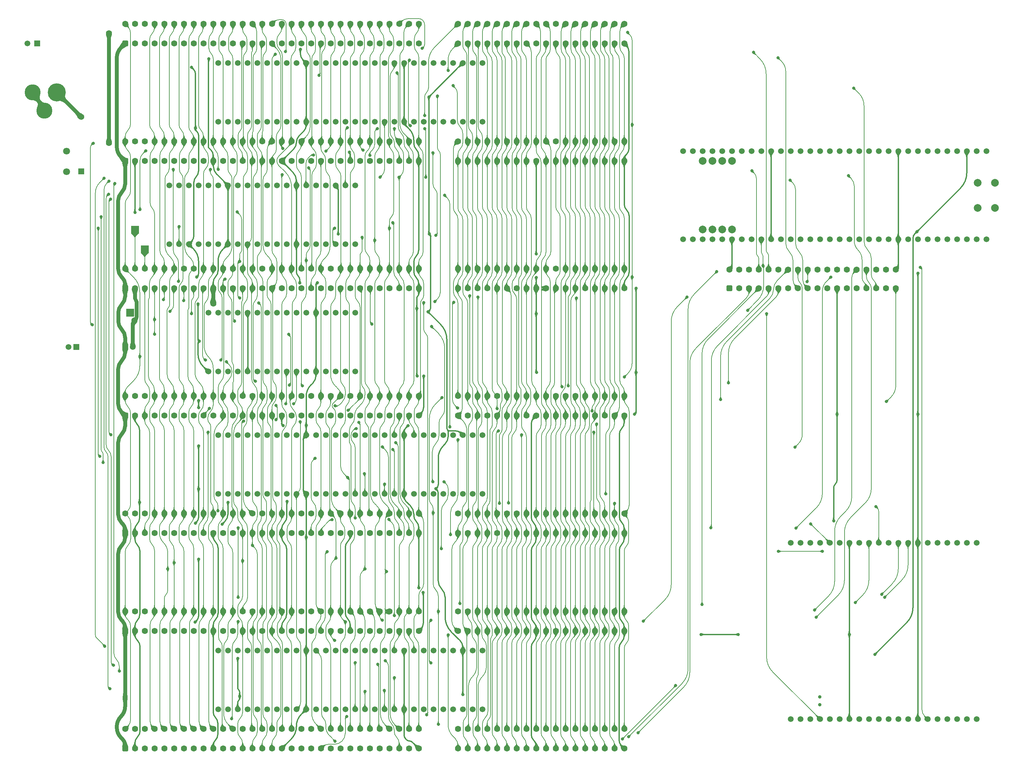
<source format=gbr>
%TF.GenerationSoftware,KiCad,Pcbnew,8.0.4*%
%TF.CreationDate,2024-08-13T10:11:20+02:00*%
%TF.ProjectId,Mainboard Small,4d61696e-626f-4617-9264-20536d616c6c,rev?*%
%TF.SameCoordinates,Original*%
%TF.FileFunction,Copper,L2,Bot*%
%TF.FilePolarity,Positive*%
%FSLAX46Y46*%
G04 Gerber Fmt 4.6, Leading zero omitted, Abs format (unit mm)*
G04 Created by KiCad (PCBNEW 8.0.4) date 2024-08-13 10:11:20*
%MOMM*%
%LPD*%
G01*
G04 APERTURE LIST*
G04 Aperture macros list*
%AMRoundRect*
0 Rectangle with rounded corners*
0 $1 Rounding radius*
0 $2 $3 $4 $5 $6 $7 $8 $9 X,Y pos of 4 corners*
0 Add a 4 corners polygon primitive as box body*
4,1,4,$2,$3,$4,$5,$6,$7,$8,$9,$2,$3,0*
0 Add four circle primitives for the rounded corners*
1,1,$1+$1,$2,$3*
1,1,$1+$1,$4,$5*
1,1,$1+$1,$6,$7*
1,1,$1+$1,$8,$9*
0 Add four rect primitives between the rounded corners*
20,1,$1+$1,$2,$3,$4,$5,0*
20,1,$1+$1,$4,$5,$6,$7,0*
20,1,$1+$1,$6,$7,$8,$9,0*
20,1,$1+$1,$8,$9,$2,$3,0*%
G04 Aperture macros list end*
%TA.AperFunction,ComponentPad*%
%ADD10RoundRect,0.400000X0.400000X0.400000X-0.400000X0.400000X-0.400000X-0.400000X0.400000X-0.400000X0*%
%TD*%
%TA.AperFunction,ComponentPad*%
%ADD11C,1.600000*%
%TD*%
%TA.AperFunction,ComponentPad*%
%ADD12C,4.700000*%
%TD*%
%TA.AperFunction,ComponentPad*%
%ADD13C,4.150000*%
%TD*%
%TA.AperFunction,ComponentPad*%
%ADD14C,1.500000*%
%TD*%
%TA.AperFunction,WasherPad*%
%ADD15C,0.900000*%
%TD*%
%TA.AperFunction,ComponentPad*%
%ADD16R,2.000000X2.000000*%
%TD*%
%TA.AperFunction,ComponentPad*%
%ADD17R,1.500000X1.500000*%
%TD*%
%TA.AperFunction,WasherPad*%
%ADD18C,2.000000*%
%TD*%
%TA.AperFunction,ComponentPad*%
%ADD19R,1.575000X1.575000*%
%TD*%
%TA.AperFunction,ComponentPad*%
%ADD20C,1.575000*%
%TD*%
%TA.AperFunction,ComponentPad*%
%ADD21C,1.800000*%
%TD*%
%TA.AperFunction,ViaPad*%
%ADD22C,0.800000*%
%TD*%
%TA.AperFunction,ViaPad*%
%ADD23C,1.600000*%
%TD*%
%TA.AperFunction,ViaPad*%
%ADD24C,1.300000*%
%TD*%
%TA.AperFunction,Conductor*%
%ADD25C,0.380000*%
%TD*%
%TA.AperFunction,Conductor*%
%ADD26C,1.000000*%
%TD*%
%TA.AperFunction,Conductor*%
%ADD27C,0.200000*%
%TD*%
G04 APERTURE END LIST*
D10*
%TO.P,MPD0,1,1*%
%TO.N,/~{Interrupt}_{Device}1*%
X202565000Y-86360000D03*
D11*
%TO.P,MPD0,2,2*%
%TO.N,/GND*%
X202565000Y-81509000D03*
%TO.P,MPD0,3,3*%
%TO.N,/~{Interrupt}_{Device}2*%
X205105000Y-86360000D03*
%TO.P,MPD0,4,4*%
%TO.N,/~{Reset}_{Device}19*%
X205105000Y-81509000D03*
%TO.P,MPD0,5,5*%
%TO.N,/~{Interrupt}_{Device}3*%
X207645000Y-86360000D03*
%TO.P,MPD0,6,6*%
%TO.N,/~{Reset}_{Device}18*%
X207645000Y-81509000D03*
%TO.P,MPD0,7,7*%
%TO.N,/~{Interrupt}_{Device}4*%
X210185000Y-86360000D03*
%TO.P,MPD0,8,8*%
%TO.N,/~{Reset}_{Device}17*%
X210185000Y-81509000D03*
%TO.P,MPD0,9,9*%
%TO.N,/~{Interrupt}_{Device}5*%
X212725000Y-86360000D03*
%TO.P,MPD0,10,10*%
%TO.N,/~{Reset}_{Device}16*%
X212725000Y-81509000D03*
%TO.P,MPD0,11,11*%
%TO.N,/~{Interrupt}_{Device}6*%
X215265000Y-86360000D03*
%TO.P,MPD0,12,12*%
%TO.N,/~{Reset}_{Device}7*%
X215265000Y-81509000D03*
%TO.P,MPD0,13,13*%
%TO.N,/~{Interrupt}_{Device}7*%
X217805000Y-86360000D03*
%TO.P,MPD0,14,14*%
%TO.N,/~{Reset}_{Device}6*%
X217805000Y-81509000D03*
%TO.P,MPD0,15,15*%
%TO.N,/~{Interrupt}_{Device}16*%
X220345000Y-86360000D03*
%TO.P,MPD0,16,16*%
%TO.N,/~{Reset}_{Device}5*%
X220345000Y-81509000D03*
%TO.P,MPD0,17,17*%
%TO.N,/~{Interrupt}_{Device}17*%
X222885000Y-86360000D03*
%TO.P,MPD0,18,18*%
%TO.N,/~{Reset}_{Device}4*%
X222885000Y-81509000D03*
%TO.P,MPD0,19,19*%
%TO.N,/~{Interrupt}_{Device}18*%
X225425000Y-86360000D03*
%TO.P,MPD0,20,20*%
%TO.N,/~{Reset}_{Device}3*%
X225425000Y-81509000D03*
%TO.P,MPD0,21,21*%
%TO.N,/~{Interrupt}_{Device}19*%
X227965000Y-86360000D03*
%TO.P,MPD0,22,22*%
%TO.N,/~{Reset}_{Device}2*%
X227965000Y-81509000D03*
%TO.P,MPD0,23,23*%
%TO.N,/GND*%
X230505000Y-86360000D03*
%TO.P,MPD0,24,24*%
%TO.N,/~{Reset}_{Device}1*%
X230505000Y-81509000D03*
%TO.P,MPD0,25,25*%
%TO.N,/~{Enable}_{Device}19*%
X233045000Y-86360000D03*
%TO.P,MPD0,26,26*%
%TO.N,/~{Enable}_{Device}5*%
X233045000Y-81509000D03*
%TO.P,MPD0,27,27*%
%TO.N,/~{Enable}_{Device}18*%
X235585000Y-86360000D03*
%TO.P,MPD0,28,28*%
%TO.N,/~{Enable}_{Device}4*%
X235585000Y-81509000D03*
%TO.P,MPD0,29,29*%
%TO.N,/~{Enable}_{Device}17*%
X238125000Y-86360000D03*
%TO.P,MPD0,30,30*%
%TO.N,/~{Enable}_{Device}3*%
X238125000Y-81509000D03*
%TO.P,MPD0,31,31*%
%TO.N,/~{Enable}_{Device}16*%
X240665000Y-86360000D03*
%TO.P,MPD0,32,32*%
%TO.N,/~{Enable}_{Device}2*%
X240665000Y-81509000D03*
%TO.P,MPD0,33,33*%
%TO.N,/~{Enable}_{Device}7*%
X243205000Y-86360000D03*
%TO.P,MPD0,34,34*%
%TO.N,/~{Enable}_{Device}1*%
X243205000Y-81509000D03*
%TO.P,MPD0,35,35*%
%TO.N,/~{Enable}_{Device}6*%
X245745000Y-86360000D03*
%TO.P,MPD0,36,36*%
%TO.N,/GND*%
X245745000Y-81509000D03*
%TD*%
%TO.P,DEV5,A1,A1*%
%TO.N,/~{Reset}*%
X45720000Y-144780000D03*
%TO.P,DEV5,A2,A2*%
%TO.N,unconnected-(DEV5-PadA2)*%
X48260000Y-144780000D03*
%TO.P,DEV5,A3,A3*%
%TO.N,unconnected-(DEV5-PadA3)*%
X50800000Y-144780000D03*
%TO.P,DEV5,A4,A4*%
%TO.N,/A0_{D}*%
X53340000Y-144780000D03*
%TO.P,DEV5,A5,A5*%
%TO.N,/A1_{D}*%
X55880000Y-144780000D03*
%TO.P,DEV5,A6,A6*%
%TO.N,/A2_{D}*%
X58420000Y-144780000D03*
%TO.P,DEV5,A7,A7*%
%TO.N,/A3_{D}*%
X60960000Y-144780000D03*
%TO.P,DEV5,A8,A8*%
%TO.N,/A4_{D}*%
X63500000Y-144780000D03*
%TO.P,DEV5,A9,A9*%
%TO.N,/A5_{D}*%
X66040000Y-144780000D03*
%TO.P,DEV5,A10,A10*%
%TO.N,/A6_{D}*%
X68580000Y-144780000D03*
%TO.P,DEV5,A11,A11*%
%TO.N,/A7_{D}*%
X71120000Y-144780000D03*
%TO.P,DEV5,A12,A12*%
%TO.N,/A8_{D}*%
X73660000Y-144780000D03*
%TO.P,DEV5,A13,A13*%
%TO.N,/A9_{D}*%
X76200000Y-144780000D03*
%TO.P,DEV5,A14,A14*%
%TO.N,/A10_{D}*%
X78740000Y-144780000D03*
%TO.P,DEV5,A15,A15*%
%TO.N,/A11_{D}*%
X81280000Y-144780000D03*
%TO.P,DEV5,A16,A16*%
%TO.N,/A12_{D}*%
X83820000Y-144780000D03*
%TO.P,DEV5,A17,A17*%
%TO.N,/A13_{D}*%
X86360000Y-144780000D03*
%TO.P,DEV5,A18,A18*%
%TO.N,/A14_{D}*%
X88900000Y-144780000D03*
%TO.P,DEV5,A19,A19*%
%TO.N,unconnected-(DEV5-PadA19)*%
X91440000Y-144780000D03*
%TO.P,DEV5,A20,A20*%
%TO.N,unconnected-(DEV5-PadA20)*%
X93980000Y-144780000D03*
%TO.P,DEV5,A21,A21*%
%TO.N,/D7_{D}*%
X96520000Y-144780000D03*
%TO.P,DEV5,A22,A22*%
%TO.N,/D6_{D}*%
X99060000Y-144780000D03*
%TO.P,DEV5,A23,A23*%
%TO.N,/D5_{D}*%
X101600000Y-144780000D03*
%TO.P,DEV5,A24,A24*%
%TO.N,/D4_{D}*%
X104140000Y-144780000D03*
%TO.P,DEV5,A25,A25*%
%TO.N,/D3_{D}*%
X106680000Y-144780000D03*
%TO.P,DEV5,A26,A26*%
%TO.N,/D2_{D}*%
X109220000Y-144780000D03*
%TO.P,DEV5,A27,A27*%
%TO.N,/D1_{D}*%
X111760000Y-144780000D03*
%TO.P,DEV5,A28,A28*%
%TO.N,/D0_{D}*%
X114300000Y-144780000D03*
%TO.P,DEV5,A29,A29*%
%TO.N,/H2_{D}*%
X116840000Y-144780000D03*
%TO.P,DEV5,A30,A30*%
%TO.N,/H1_{D}*%
X119380000Y-144780000D03*
%TO.P,DEV5,A31,A31*%
%TO.N,/H0_{D}*%
X121920000Y-144780000D03*
D10*
%TO.P,DEV5,B1,B1*%
%TO.N,/12V*%
X45720000Y-149860000D03*
D11*
%TO.P,DEV5,B2,B2*%
%TO.N,/GND*%
X48260000Y-149860000D03*
%TO.P,DEV5,B3,B3*%
%TO.N,/CLK_{M0}*%
X50800000Y-149860000D03*
%TO.P,DEV5,B4,B4*%
%TO.N,unconnected-(DEV5-PadB4)*%
X53340000Y-149860000D03*
%TO.P,DEV5,B5,B5*%
%TO.N,unconnected-(DEV5-PadB5)*%
X55880000Y-149860000D03*
%TO.P,DEV5,B6,B6*%
%TO.N,unconnected-(DEV5-PadB6)*%
X58420000Y-149860000D03*
%TO.P,DEV5,B7,B7*%
%TO.N,unconnected-(DEV5-PadB7)*%
X60960000Y-149860000D03*
%TO.P,DEV5,B8,B8*%
%TO.N,unconnected-(DEV5-PadB8)*%
X63500000Y-149860000D03*
%TO.P,DEV5,B9,B9*%
%TO.N,/~{Main}_{2}*%
X66040000Y-149860000D03*
%TO.P,DEV5,B10,B10*%
%TO.N,/GND*%
X68580000Y-149860000D03*
%TO.P,DEV5,B11,B11*%
%TO.N,/~{Main Access}_{M0}*%
X71120000Y-149860000D03*
%TO.P,DEV5,B12,B12*%
%TO.N,unconnected-(DEV5-PadB12)*%
X73660000Y-149860000D03*
%TO.P,DEV5,B13,B13*%
%TO.N,/~{RD}_{D}*%
X76200000Y-149860000D03*
%TO.P,DEV5,B14,B14*%
%TO.N,/~{WD}_{D}*%
X78740000Y-149860000D03*
%TO.P,DEV5,B15,B15*%
%TO.N,/CLK_{D}*%
X81280000Y-149860000D03*
%TO.P,DEV5,B16,B16*%
%TO.N,/~{CLK}_{D}*%
X83820000Y-149860000D03*
%TO.P,DEV5,B17,B17*%
%TO.N,/GND*%
X86360000Y-149860000D03*
%TO.P,DEV5,B18,B18*%
%TO.N,unconnected-(DEV5-PadB18)*%
X88900000Y-149860000D03*
%TO.P,DEV5,B19,B19*%
%TO.N,/~{Interrupt}_{Device}5*%
X91440000Y-149860000D03*
%TO.P,DEV5,B20,B20*%
%TO.N,/~{Reset}_{Device}5*%
X93980000Y-149860000D03*
%TO.P,DEV5,B21,B21*%
%TO.N,/~{Select}_{Device}5*%
X96520000Y-149860000D03*
%TO.P,DEV5,B22,B22*%
%TO.N,/~{Enable}_{Device}5*%
X99060000Y-149860000D03*
%TO.P,DEV5,B23,B23*%
%TO.N,unconnected-(DEV5-PadB23)*%
X101600000Y-149860000D03*
%TO.P,DEV5,B24,B24*%
%TO.N,/GND*%
X104140000Y-149860000D03*
%TO.P,DEV5,B25,B25*%
%TO.N,unconnected-(DEV5-PadB25)*%
X106680000Y-149860000D03*
%TO.P,DEV5,B26,B26*%
%TO.N,unconnected-(DEV5-PadB26)*%
X109220000Y-149860000D03*
%TO.P,DEV5,B27,B27*%
%TO.N,unconnected-(DEV5-PadB27)*%
X111760000Y-149860000D03*
%TO.P,DEV5,B28,B28*%
%TO.N,unconnected-(DEV5-PadB28)*%
X114300000Y-149860000D03*
%TO.P,DEV5,B29,B29*%
%TO.N,/~{Memory Lo}_{ Device}5*%
X116840000Y-149860000D03*
%TO.P,DEV5,B30,B30*%
%TO.N,/~{Memory Hi}_{ Device}5*%
X119380000Y-149860000D03*
%TO.P,DEV5,B31,B31*%
%TO.N,/GND*%
X121920000Y-149860000D03*
%TO.P,DEV5,C1,C1*%
%TO.N,/A23_{M}*%
X132080000Y-144780000D03*
%TO.P,DEV5,C2,C2*%
%TO.N,/A22_{M}*%
X134620000Y-144780000D03*
%TO.P,DEV5,C3,C3*%
%TO.N,/A21_{M}*%
X137160000Y-144780000D03*
%TO.P,DEV5,C4,C4*%
%TO.N,/A20_{M}*%
X139700000Y-144780000D03*
%TO.P,DEV5,C5,C5*%
%TO.N,/A19_{M}*%
X142240000Y-144780000D03*
%TO.P,DEV5,C6,C6*%
%TO.N,/A18_{M}*%
X144780000Y-144780000D03*
%TO.P,DEV5,C7,C7*%
%TO.N,/A17_{M}*%
X147320000Y-144780000D03*
%TO.P,DEV5,C8,C8*%
%TO.N,/A16_{M}*%
X149860000Y-144780000D03*
%TO.P,DEV5,C9,C9*%
%TO.N,/A15_{M}*%
X152400000Y-144780000D03*
%TO.P,DEV5,C10,C10*%
%TO.N,/A14_{M}*%
X154940000Y-144780000D03*
%TO.P,DEV5,C11,C11*%
%TO.N,/A13_{M}*%
X157480000Y-144780000D03*
%TO.P,DEV5,C12,C12*%
%TO.N,/A12_{M}*%
X160020000Y-144780000D03*
%TO.P,DEV5,C13,C13*%
%TO.N,/A11_{M}*%
X162560000Y-144780000D03*
%TO.P,DEV5,C14,C14*%
%TO.N,/A10_{M}*%
X165100000Y-144780000D03*
%TO.P,DEV5,C15,C15*%
%TO.N,/A9_{M}*%
X167640000Y-144780000D03*
%TO.P,DEV5,C16,C16*%
%TO.N,/A8_{M}*%
X170180000Y-144780000D03*
%TO.P,DEV5,C17,C17*%
%TO.N,/A7_{M}*%
X172720000Y-144780000D03*
%TO.P,DEV5,C18,C18*%
%TO.N,/A6_{M}*%
X175260000Y-144780000D03*
%TO.P,DEV5,D1,D1*%
%TO.N,/D7_{M}*%
X132080000Y-149860000D03*
%TO.P,DEV5,D2,D2*%
%TO.N,/D6_{M}*%
X134620000Y-149860000D03*
%TO.P,DEV5,D3,D3*%
%TO.N,/D5_{M}*%
X137160000Y-149860000D03*
%TO.P,DEV5,D4,D4*%
%TO.N,/D4_{M}*%
X139700000Y-149860000D03*
%TO.P,DEV5,D5,D5*%
%TO.N,/D3_{M}*%
X142240000Y-149860000D03*
%TO.P,DEV5,D6,D6*%
%TO.N,/D2_{M}*%
X144780000Y-149860000D03*
%TO.P,DEV5,D7,D7*%
%TO.N,/D1_{M}*%
X147320000Y-149860000D03*
%TO.P,DEV5,D8,D8*%
%TO.N,/D0_{M}*%
X149860000Y-149860000D03*
%TO.P,DEV5,D9,D9*%
%TO.N,/GND*%
X152400000Y-149860000D03*
%TO.P,DEV5,D10,D10*%
%TO.N,/~{RD}_{M}*%
X154940000Y-149860000D03*
%TO.P,DEV5,D11,D11*%
%TO.N,/~{WD}_{M}*%
X157480000Y-149860000D03*
%TO.P,DEV5,D12,D12*%
%TO.N,/A5_{M}*%
X160020000Y-149860000D03*
%TO.P,DEV5,D13,D13*%
%TO.N,/A4_{M}*%
X162560000Y-149860000D03*
%TO.P,DEV5,D14,D14*%
%TO.N,/A3_{M}*%
X165100000Y-149860000D03*
%TO.P,DEV5,D15,D15*%
%TO.N,/A2_{M}*%
X167640000Y-149860000D03*
%TO.P,DEV5,D16,D16*%
%TO.N,/A1_{M}*%
X170180000Y-149860000D03*
%TO.P,DEV5,D17,D17*%
%TO.N,/A0_{M}*%
X172720000Y-149860000D03*
%TO.P,DEV5,D18,D18*%
%TO.N,/GND*%
X175260000Y-149860000D03*
%TD*%
D12*
%TO.P,J3,A1,VCC*%
%TO.N,/12V Socket*%
X27940000Y-35560000D03*
D13*
%TO.P,J3,B1,GND*%
%TO.N,/GND*%
X24740000Y-40260000D03*
%TO.P,J3,C1,GND*%
X21740000Y-35560000D03*
%TD*%
D14*
%TO.P,B1,1,N.C.*%
%TO.N,unconnected-(B1-N.C.-Pad1)*%
X69850000Y-43180000D03*
%TO.P,B1,2,N.C.*%
%TO.N,unconnected-(B1-N.C.-Pad2)*%
X72390000Y-43180000D03*
%TO.P,B1,3,5V*%
%TO.N,/5V*%
X74930000Y-43180000D03*
%TO.P,B1,4,N.C.*%
%TO.N,unconnected-(B1-N.C.-Pad4)*%
X77470000Y-43180000D03*
%TO.P,B1,5,N.C.*%
%TO.N,unconnected-(B1-N.C.-Pad5)*%
X80010000Y-43180000D03*
%TO.P,B1,6,N.C.*%
%TO.N,unconnected-(B1-N.C.-Pad6)*%
X82550000Y-43180000D03*
%TO.P,B1,7,N.C.*%
%TO.N,unconnected-(B1-N.C.-Pad7)*%
X85090000Y-43180000D03*
%TO.P,B1,8,N.C.*%
%TO.N,unconnected-(B1-N.C.-Pad8)*%
X87630000Y-43180000D03*
%TO.P,B1,9,~{Main}_{M}*%
%TO.N,/~{Main}_{M}*%
X90170000Y-43180000D03*
%TO.P,B1,10,GND*%
%TO.N,/GND*%
X92710000Y-43180000D03*
%TO.P,B1,11,A23*%
%TO.N,/A23_{M}*%
X95250000Y-43180000D03*
%TO.P,B1,12,A22*%
%TO.N,/A22_{M}*%
X97790000Y-43180000D03*
%TO.P,B1,13,A21*%
%TO.N,/A21_{M}*%
X100330000Y-43180000D03*
%TO.P,B1,14,N.C.*%
%TO.N,unconnected-(B1-N.C.-Pad14)*%
X102870000Y-43180000D03*
%TO.P,B1,15,Select_1_{_Device}X*%
%TO.N,/Device_{16} 2MB Select_{0}*%
X105410000Y-43180000D03*
%TO.P,B1,16,Select_0_{_Device}X*%
%TO.N,/Device_{16} 2MB Select_{1}*%
X107950000Y-43180000D03*
%TO.P,B1,17,N.C.*%
%TO.N,unconnected-(B1-N.C.-Pad17)*%
X110490000Y-43180000D03*
%TO.P,B1,18,Select_1_{_Device}Y*%
%TO.N,/Device_{17} 2MB Select_{0}*%
X113030000Y-43180000D03*
%TO.P,B1,19,Select_0_{_Device}Y*%
%TO.N,/Device_{17} 2MB Select_{1}*%
X115570000Y-43180000D03*
%TO.P,B1,20,GND*%
%TO.N,/GND*%
X118110000Y-43180000D03*
%TO.P,B1,21,N.C.*%
%TO.N,unconnected-(B1-N.C.-Pad21)*%
X120650000Y-43180000D03*
%TO.P,B1,22,N.C.*%
%TO.N,unconnected-(B1-N.C.-Pad22)*%
X123190000Y-43180000D03*
%TO.P,B1,23,N.C.*%
%TO.N,unconnected-(B1-N.C.-Pad23)*%
X125730000Y-43180000D03*
%TO.P,B1,24,N.C.*%
%TO.N,unconnected-(B1-N.C.-Pad24)*%
X128270000Y-43180000D03*
%TO.P,B1,25,N.C.*%
%TO.N,unconnected-(B1-N.C.-Pad25)*%
X130810000Y-43180000D03*
%TO.P,B1,26,N.C.*%
%TO.N,unconnected-(B1-N.C.-Pad26)*%
X133350000Y-43180000D03*
%TO.P,B1,27,N.C.*%
%TO.N,unconnected-(B1-N.C.-Pad27)*%
X135890000Y-43180000D03*
%TO.P,B1,28,N.C.*%
%TO.N,unconnected-(B1-N.C.-Pad28)*%
X138430000Y-43180000D03*
%TO.P,B1,29,N.C.*%
%TO.N,unconnected-(B1-N.C.-Pad29)*%
X138430000Y-27940000D03*
%TO.P,B1,30,N.C.*%
%TO.N,unconnected-(B1-N.C.-Pad30)*%
X135890000Y-27940000D03*
%TO.P,B1,31,5V*%
%TO.N,/5V*%
X133350000Y-27940000D03*
%TO.P,B1,32,N.C.*%
%TO.N,unconnected-(B1-N.C.-Pad32)*%
X130810000Y-27940000D03*
%TO.P,B1,33,N.C.*%
%TO.N,unconnected-(B1-N.C.-Pad33)*%
X128270000Y-27940000D03*
%TO.P,B1,34,N.C.*%
%TO.N,unconnected-(B1-N.C.-Pad34)*%
X125730000Y-27940000D03*
%TO.P,B1,35,N.C.*%
%TO.N,unconnected-(B1-N.C.-Pad35)*%
X123190000Y-27940000D03*
%TO.P,B1,36,~{Memory__{2..4MB}}_{_Device}Y*%
%TO.N,/~{Memory Hi}_{ Device}17*%
X120650000Y-27940000D03*
%TO.P,B1,37,GND*%
%TO.N,/GND*%
X118110000Y-27940000D03*
%TO.P,B1,38,~{Memory__{0..2MB}}_{_Device}Y*%
%TO.N,/~{Memory Lo}_{ Device}17*%
X115570000Y-27940000D03*
%TO.P,B1,39,N.C.*%
%TO.N,unconnected-(B1-N.C.-Pad39)*%
X113030000Y-27940000D03*
%TO.P,B1,40,N.C.*%
%TO.N,unconnected-(B1-N.C.-Pad40)*%
X110490000Y-27940000D03*
%TO.P,B1,41,N.C.*%
%TO.N,unconnected-(B1-N.C.-Pad41)*%
X107950000Y-27940000D03*
%TO.P,B1,42,N.C.*%
%TO.N,unconnected-(B1-N.C.-Pad42)*%
X105410000Y-27940000D03*
%TO.P,B1,43,N.C.*%
%TO.N,unconnected-(B1-N.C.-Pad43)*%
X102870000Y-27940000D03*
%TO.P,B1,44,N.C.*%
%TO.N,unconnected-(B1-N.C.-Pad44)*%
X100330000Y-27940000D03*
%TO.P,B1,45,N.C.*%
%TO.N,unconnected-(B1-N.C.-Pad45)*%
X97790000Y-27940000D03*
%TO.P,B1,46,~{Memory__{2..4MB}}_{_Device}X*%
%TO.N,/~{Memory Hi}_{ Device}16*%
X95250000Y-27940000D03*
%TO.P,B1,47,GND*%
%TO.N,/GND*%
X92710000Y-27940000D03*
%TO.P,B1,48,~{Memory__{0..2MB}}_{_Device}X*%
%TO.N,/~{Memory Lo}_{ Device}16*%
X90170000Y-27940000D03*
%TO.P,B1,49,N.C.*%
%TO.N,unconnected-(B1-N.C.-Pad49)*%
X87630000Y-27940000D03*
%TO.P,B1,50,N.C.*%
%TO.N,unconnected-(B1-N.C.-Pad50)*%
X85090000Y-27940000D03*
%TO.P,B1,51,N.C.*%
%TO.N,unconnected-(B1-N.C.-Pad51)*%
X82550000Y-27940000D03*
%TO.P,B1,52,N.C.*%
%TO.N,unconnected-(B1-N.C.-Pad52)*%
X80010000Y-27940000D03*
%TO.P,B1,53,N.C.*%
%TO.N,unconnected-(B1-N.C.-Pad53)*%
X77470000Y-27940000D03*
%TO.P,B1,54,N.C.*%
%TO.N,unconnected-(B1-N.C.-Pad54)*%
X74930000Y-27940000D03*
%TO.P,B1,55,N.C.*%
%TO.N,unconnected-(B1-N.C.-Pad55)*%
X72390000Y-27940000D03*
%TO.P,B1,56,N.C.*%
%TO.N,unconnected-(B1-N.C.-Pad56)*%
X69850000Y-27940000D03*
%TD*%
%TO.P,B3,1,N.C.*%
%TO.N,unconnected-(B3-N.C.-Pad1)*%
X69850000Y-195580000D03*
%TO.P,B3,2,N.C.*%
%TO.N,unconnected-(B3-N.C.-Pad2)*%
X72390000Y-195580000D03*
%TO.P,B3,3,5V*%
%TO.N,/5V*%
X74930000Y-195580000D03*
%TO.P,B3,4,N.C.*%
%TO.N,unconnected-(B3-N.C.-Pad4)*%
X77470000Y-195580000D03*
%TO.P,B3,5,N.C.*%
%TO.N,unconnected-(B3-N.C.-Pad5)*%
X80010000Y-195580000D03*
%TO.P,B3,6,N.C.*%
%TO.N,unconnected-(B3-N.C.-Pad6)*%
X82550000Y-195580000D03*
%TO.P,B3,7,N.C.*%
%TO.N,unconnected-(B3-N.C.-Pad7)*%
X85090000Y-195580000D03*
%TO.P,B3,8,N.C.*%
%TO.N,unconnected-(B3-N.C.-Pad8)*%
X87630000Y-195580000D03*
%TO.P,B3,9,~{Main}_{M}*%
%TO.N,/~{Main}_{M}*%
X90170000Y-195580000D03*
%TO.P,B3,10,GND*%
%TO.N,/GND*%
X92710000Y-195580000D03*
%TO.P,B3,11,A23*%
%TO.N,/A23_{M}*%
X95250000Y-195580000D03*
%TO.P,B3,12,A22*%
%TO.N,/A22_{M}*%
X97790000Y-195580000D03*
%TO.P,B3,13,A21*%
%TO.N,/A21_{M}*%
X100330000Y-195580000D03*
%TO.P,B3,14,N.C.*%
%TO.N,unconnected-(B3-N.C.-Pad14)*%
X102870000Y-195580000D03*
%TO.P,B3,15,Select_1_{_Device}X*%
%TO.N,/Device_{3} 2MB Select_{0}*%
X105410000Y-195580000D03*
%TO.P,B3,16,Select_0_{_Device}X*%
%TO.N,/Device_{3} 2MB Select_{1}*%
X107950000Y-195580000D03*
%TO.P,B3,17,N.C.*%
%TO.N,unconnected-(B3-N.C.-Pad17)*%
X110490000Y-195580000D03*
%TO.P,B3,18,Select_1_{_Device}Y*%
%TO.N,/Device_{4} 2MB Select_{0}*%
X113030000Y-195580000D03*
%TO.P,B3,19,Select_0_{_Device}Y*%
%TO.N,/Device_{4} 2MB Select_{1}*%
X115570000Y-195580000D03*
%TO.P,B3,20,GND*%
%TO.N,/GND*%
X118110000Y-195580000D03*
%TO.P,B3,21,N.C.*%
%TO.N,unconnected-(B3-N.C.-Pad21)*%
X120650000Y-195580000D03*
%TO.P,B3,22,N.C.*%
%TO.N,unconnected-(B3-N.C.-Pad22)*%
X123190000Y-195580000D03*
%TO.P,B3,23,N.C.*%
%TO.N,unconnected-(B3-N.C.-Pad23)*%
X125730000Y-195580000D03*
%TO.P,B3,24,N.C.*%
%TO.N,unconnected-(B3-N.C.-Pad24)*%
X128270000Y-195580000D03*
%TO.P,B3,25,N.C.*%
%TO.N,unconnected-(B3-N.C.-Pad25)*%
X130810000Y-195580000D03*
%TO.P,B3,26,N.C.*%
%TO.N,unconnected-(B3-N.C.-Pad26)*%
X133350000Y-195580000D03*
%TO.P,B3,27,N.C.*%
%TO.N,unconnected-(B3-N.C.-Pad27)*%
X135890000Y-195580000D03*
%TO.P,B3,28,N.C.*%
%TO.N,unconnected-(B3-N.C.-Pad28)*%
X138430000Y-195580000D03*
%TO.P,B3,29,N.C.*%
%TO.N,unconnected-(B3-N.C.-Pad29)*%
X138430000Y-180340000D03*
%TO.P,B3,30,N.C.*%
%TO.N,unconnected-(B3-N.C.-Pad30)*%
X135890000Y-180340000D03*
%TO.P,B3,31,5V*%
%TO.N,/5V*%
X133350000Y-180340000D03*
%TO.P,B3,32,N.C.*%
%TO.N,unconnected-(B3-N.C.-Pad32)*%
X130810000Y-180340000D03*
%TO.P,B3,33,N.C.*%
%TO.N,unconnected-(B3-N.C.-Pad33)*%
X128270000Y-180340000D03*
%TO.P,B3,34,N.C.*%
%TO.N,unconnected-(B3-N.C.-Pad34)*%
X125730000Y-180340000D03*
%TO.P,B3,35,N.C.*%
%TO.N,unconnected-(B3-N.C.-Pad35)*%
X123190000Y-180340000D03*
%TO.P,B3,36,~{Memory__{2..4MB}}_{_Device}Y*%
%TO.N,/~{Memory Hi}_{ Device}4*%
X120650000Y-180340000D03*
%TO.P,B3,37,GND*%
%TO.N,/GND*%
X118110000Y-180340000D03*
%TO.P,B3,38,~{Memory__{0..2MB}}_{_Device}Y*%
%TO.N,/~{Memory Lo}_{ Device}4*%
X115570000Y-180340000D03*
%TO.P,B3,39,N.C.*%
%TO.N,unconnected-(B3-N.C.-Pad39)*%
X113030000Y-180340000D03*
%TO.P,B3,40,N.C.*%
%TO.N,unconnected-(B3-N.C.-Pad40)*%
X110490000Y-180340000D03*
%TO.P,B3,41,N.C.*%
%TO.N,unconnected-(B3-N.C.-Pad41)*%
X107950000Y-180340000D03*
%TO.P,B3,42,N.C.*%
%TO.N,unconnected-(B3-N.C.-Pad42)*%
X105410000Y-180340000D03*
%TO.P,B3,43,N.C.*%
%TO.N,unconnected-(B3-N.C.-Pad43)*%
X102870000Y-180340000D03*
%TO.P,B3,44,N.C.*%
%TO.N,unconnected-(B3-N.C.-Pad44)*%
X100330000Y-180340000D03*
%TO.P,B3,45,N.C.*%
%TO.N,unconnected-(B3-N.C.-Pad45)*%
X97790000Y-180340000D03*
%TO.P,B3,46,~{Memory__{2..4MB}}_{_Device}X*%
%TO.N,/~{Memory Hi}_{ Device}3*%
X95250000Y-180340000D03*
%TO.P,B3,47,GND*%
%TO.N,/GND*%
X92710000Y-180340000D03*
%TO.P,B3,48,~{Memory__{0..2MB}}_{_Device}X*%
%TO.N,/~{Memory Lo}_{ Device}3*%
X90170000Y-180340000D03*
%TO.P,B3,49,N.C.*%
%TO.N,unconnected-(B3-N.C.-Pad49)*%
X87630000Y-180340000D03*
%TO.P,B3,50,N.C.*%
%TO.N,unconnected-(B3-N.C.-Pad50)*%
X85090000Y-180340000D03*
%TO.P,B3,51,N.C.*%
%TO.N,unconnected-(B3-N.C.-Pad51)*%
X82550000Y-180340000D03*
%TO.P,B3,52,N.C.*%
%TO.N,unconnected-(B3-N.C.-Pad52)*%
X80010000Y-180340000D03*
%TO.P,B3,53,N.C.*%
%TO.N,unconnected-(B3-N.C.-Pad53)*%
X77470000Y-180340000D03*
%TO.P,B3,54,N.C.*%
%TO.N,unconnected-(B3-N.C.-Pad54)*%
X74930000Y-180340000D03*
%TO.P,B3,55,N.C.*%
%TO.N,unconnected-(B3-N.C.-Pad55)*%
X72390000Y-180340000D03*
%TO.P,B3,56,N.C.*%
%TO.N,unconnected-(B3-N.C.-Pad56)*%
X69850000Y-180340000D03*
%TD*%
D15*
%TO.P,B6,*%
%TO.N,*%
X226035000Y-194335400D03*
X226035000Y-192335400D03*
D14*
%TO.P,B6,1,N.C.*%
%TO.N,unconnected-(B6-N.C.-Pad1)*%
X218440000Y-198120000D03*
%TO.P,B6,2,N.C.*%
%TO.N,unconnected-(B6-N.C.-Pad2)*%
X220980000Y-198120000D03*
%TO.P,B6,3,12V*%
%TO.N,/12V*%
X223520000Y-198120000D03*
%TO.P,B6,4,~{Select}*%
%TO.N,/~{Select}_{Device}2*%
X226060000Y-198120000D03*
%TO.P,B6,5,N.C.*%
%TO.N,unconnected-(B6-N.C.-Pad5)*%
X228600000Y-198120000D03*
%TO.P,B6,6,N.C.*%
%TO.N,unconnected-(B6-N.C.-Pad6)*%
X231140000Y-198120000D03*
%TO.P,B6,7,GND*%
%TO.N,/GND*%
X233680000Y-198120000D03*
%TO.P,B6,8,N.C.*%
%TO.N,unconnected-(B6-N.C.-Pad8)*%
X236220000Y-198120000D03*
%TO.P,B6,9,N.C.*%
%TO.N,unconnected-(B6-N.C.-Pad9)*%
X238760000Y-198120000D03*
%TO.P,B6,10,N.C.*%
%TO.N,unconnected-(B6-N.C.-Pad10)*%
X241300000Y-198120000D03*
%TO.P,B6,11,N.C.*%
%TO.N,unconnected-(B6-N.C.-Pad11)*%
X243840000Y-198120000D03*
%TO.P,B6,12,N.C.*%
%TO.N,unconnected-(B6-N.C.-Pad12)*%
X246380000Y-198120000D03*
%TO.P,B6,13,N.C.*%
%TO.N,unconnected-(B6-N.C.-Pad13)*%
X248920000Y-198120000D03*
%TO.P,B6,14,GND*%
%TO.N,/GND*%
X251460000Y-198120000D03*
%TO.P,B6,15,~{Reset}*%
%TO.N,/~{Reset}*%
X254000000Y-198120000D03*
%TO.P,B6,16,N.C.*%
%TO.N,unconnected-(B6-N.C.-Pad16)*%
X256540000Y-198120000D03*
%TO.P,B6,17,N.C.*%
%TO.N,unconnected-(B6-N.C.-Pad17)*%
X259080000Y-198120000D03*
%TO.P,B6,18,N.C.*%
%TO.N,unconnected-(B6-N.C.-Pad18)*%
X261620000Y-198120000D03*
%TO.P,B6,19,N.C.*%
%TO.N,unconnected-(B6-N.C.-Pad19)*%
X264160000Y-198120000D03*
%TO.P,B6,20,N.C.*%
%TO.N,unconnected-(B6-N.C.-Pad20)*%
X266700000Y-198120000D03*
%TO.P,B6,21,H0*%
%TO.N,/H0_{D}*%
X266700000Y-152400000D03*
%TO.P,B6,22,H1*%
%TO.N,/H1_{D}*%
X264160000Y-152400000D03*
%TO.P,B6,23,N.C.*%
%TO.N,unconnected-(B6-N.C.-Pad23)*%
X261620000Y-152400000D03*
%TO.P,B6,24,H2*%
%TO.N,/H2_{D}*%
X259080000Y-152400000D03*
%TO.P,B6,25,N.C.*%
%TO.N,unconnected-(B6-N.C.-Pad25)*%
X256540000Y-152400000D03*
%TO.P,B6,26,D0*%
%TO.N,/D0_{D}*%
X254000000Y-152400000D03*
%TO.P,B6,27,GND*%
%TO.N,/GND*%
X251460000Y-152400000D03*
%TO.P,B6,28,D1*%
%TO.N,/D1_{D}*%
X248920000Y-152400000D03*
%TO.P,B6,29,D2*%
%TO.N,/D2_{D}*%
X246380000Y-152400000D03*
%TO.P,B6,30,D3*%
%TO.N,/D3_{D}*%
X243840000Y-152400000D03*
%TO.P,B6,31,D4*%
%TO.N,/D4_{D}*%
X241300000Y-152400000D03*
%TO.P,B6,32,D5*%
%TO.N,/D5_{D}*%
X238760000Y-152400000D03*
%TO.P,B6,33,D6*%
%TO.N,/D6_{D}*%
X236220000Y-152400000D03*
%TO.P,B6,34,GND*%
%TO.N,/GND*%
X233680000Y-152400000D03*
%TO.P,B6,35,D7*%
%TO.N,/D7_{D}*%
X231140000Y-152400000D03*
%TO.P,B6,36,A0*%
%TO.N,/A0_{D}*%
X228600000Y-152400000D03*
%TO.P,B6,37,A1*%
%TO.N,/A1_{D}*%
X226060000Y-152400000D03*
%TO.P,B6,38,A2*%
%TO.N,/A2_{D}*%
X223520000Y-152400000D03*
%TO.P,B6,39,~{WD}*%
%TO.N,/~{WD}_{D}*%
X220980000Y-152400000D03*
%TO.P,B6,40,~{RD}*%
%TO.N,/~{RD}_{D}*%
X218440000Y-152400000D03*
%TD*%
D16*
%TO.P,TP2,1,1*%
%TO.N,/Kernal*%
X50800000Y-76240000D03*
%TD*%
D17*
%TO.P,C4,1*%
%TO.N,/12V*%
X45720000Y-101600000D03*
D14*
%TO.P,C4,2*%
%TO.N,/GND*%
X47720000Y-101600000D03*
%TD*%
D16*
%TO.P,TP1,1,1*%
%TO.N,/~{Device}*%
X48260000Y-71160000D03*
%TD*%
D11*
%TO.P,DEV16,A1,A1*%
%TO.N,/~{Reset}*%
X45720000Y-17780000D03*
%TO.P,DEV16,A2,A2*%
%TO.N,unconnected-(DEV16-PadA2)*%
X48260000Y-17780000D03*
%TO.P,DEV16,A3,A3*%
%TO.N,unconnected-(DEV16-PadA3)*%
X50800000Y-17780000D03*
%TO.P,DEV16,A4,A4*%
%TO.N,/A0_{D}*%
X53340000Y-17780000D03*
%TO.P,DEV16,A5,A5*%
%TO.N,/A1_{D}*%
X55880000Y-17780000D03*
%TO.P,DEV16,A6,A6*%
%TO.N,/A2_{D}*%
X58420000Y-17780000D03*
%TO.P,DEV16,A7,A7*%
%TO.N,/A3_{D}*%
X60960000Y-17780000D03*
%TO.P,DEV16,A8,A8*%
%TO.N,/A4_{D}*%
X63500000Y-17780000D03*
%TO.P,DEV16,A9,A9*%
%TO.N,/A5_{D}*%
X66040000Y-17780000D03*
%TO.P,DEV16,A10,A10*%
%TO.N,/A6_{D}*%
X68580000Y-17780000D03*
%TO.P,DEV16,A11,A11*%
%TO.N,/A7_{D}*%
X71120000Y-17780000D03*
%TO.P,DEV16,A12,A12*%
%TO.N,/A8_{D}*%
X73660000Y-17780000D03*
%TO.P,DEV16,A13,A13*%
%TO.N,/A9_{D}*%
X76200000Y-17780000D03*
%TO.P,DEV16,A14,A14*%
%TO.N,/A10_{D}*%
X78740000Y-17780000D03*
%TO.P,DEV16,A15,A15*%
%TO.N,/A11_{D}*%
X81280000Y-17780000D03*
%TO.P,DEV16,A16,A16*%
%TO.N,/A12_{D}*%
X83820000Y-17780000D03*
%TO.P,DEV16,A17,A17*%
%TO.N,/A13_{D}*%
X86360000Y-17780000D03*
%TO.P,DEV16,A18,A18*%
%TO.N,/A14_{D}*%
X88900000Y-17780000D03*
%TO.P,DEV16,A19,A19*%
%TO.N,/A15_{D}*%
X91440000Y-17780000D03*
%TO.P,DEV16,A20,A20*%
%TO.N,/A16_{D}*%
X93980000Y-17780000D03*
%TO.P,DEV16,A21,A21*%
%TO.N,/D7_{D}*%
X96520000Y-17780000D03*
%TO.P,DEV16,A22,A22*%
%TO.N,/D6_{D}*%
X99060000Y-17780000D03*
%TO.P,DEV16,A23,A23*%
%TO.N,/D5_{D}*%
X101600000Y-17780000D03*
%TO.P,DEV16,A24,A24*%
%TO.N,/D4_{D}*%
X104140000Y-17780000D03*
%TO.P,DEV16,A25,A25*%
%TO.N,/D3_{D}*%
X106680000Y-17780000D03*
%TO.P,DEV16,A26,A26*%
%TO.N,/D2_{D}*%
X109220000Y-17780000D03*
%TO.P,DEV16,A27,A27*%
%TO.N,/D1_{D}*%
X111760000Y-17780000D03*
%TO.P,DEV16,A28,A28*%
%TO.N,/D0_{D}*%
X114300000Y-17780000D03*
%TO.P,DEV16,A29,A29*%
%TO.N,/H2_{D}*%
X116840000Y-17780000D03*
%TO.P,DEV16,A30,A30*%
%TO.N,/H1_{D}*%
X119380000Y-17780000D03*
%TO.P,DEV16,A31,A31*%
%TO.N,/H0_{D}*%
X121920000Y-17780000D03*
D10*
%TO.P,DEV16,B1,B1*%
%TO.N,/12V*%
X45720000Y-22860000D03*
D11*
%TO.P,DEV16,B2,B2*%
%TO.N,/GND*%
X48260000Y-22860000D03*
%TO.P,DEV16,B3,B3*%
%TO.N,unconnected-(DEV16-PadB3)*%
X50800000Y-22860000D03*
%TO.P,DEV16,B4,B4*%
%TO.N,unconnected-(DEV16-PadB4)*%
X53340000Y-22860000D03*
%TO.P,DEV16,B5,B5*%
%TO.N,unconnected-(DEV16-PadB5)*%
X55880000Y-22860000D03*
%TO.P,DEV16,B6,B6*%
%TO.N,unconnected-(DEV16-PadB6)*%
X58420000Y-22860000D03*
%TO.P,DEV16,B7,B7*%
%TO.N,unconnected-(DEV16-PadB7)*%
X60960000Y-22860000D03*
%TO.P,DEV16,B8,B8*%
%TO.N,unconnected-(DEV16-PadB8)*%
X63500000Y-22860000D03*
%TO.P,DEV16,B9,B9*%
%TO.N,unconnected-(DEV16-PadB9)*%
X66040000Y-22860000D03*
%TO.P,DEV16,B10,B10*%
%TO.N,/GND*%
X68580000Y-22860000D03*
%TO.P,DEV16,B11,B11*%
%TO.N,unconnected-(DEV16-PadB11)*%
X71120000Y-22860000D03*
%TO.P,DEV16,B12,B12*%
%TO.N,unconnected-(DEV16-PadB12)*%
X73660000Y-22860000D03*
%TO.P,DEV16,B13,B13*%
%TO.N,/~{RD}_{D}*%
X76200000Y-22860000D03*
%TO.P,DEV16,B14,B14*%
%TO.N,/~{WD}_{D}*%
X78740000Y-22860000D03*
%TO.P,DEV16,B15,B15*%
%TO.N,/CLK_{D}*%
X81280000Y-22860000D03*
%TO.P,DEV16,B16,B16*%
%TO.N,/~{CLK}_{D}*%
X83820000Y-22860000D03*
%TO.P,DEV16,B17,B17*%
%TO.N,/GND*%
X86360000Y-22860000D03*
%TO.P,DEV16,B18,B18*%
%TO.N,unconnected-(DEV16-PadB18)*%
X88900000Y-22860000D03*
%TO.P,DEV16,B19,B19*%
%TO.N,/~{Interrupt}_{Device}16*%
X91440000Y-22860000D03*
%TO.P,DEV16,B20,B20*%
%TO.N,/~{Reset}_{Device}16*%
X93980000Y-22860000D03*
%TO.P,DEV16,B21,B21*%
%TO.N,/~{Select}_{Device}16*%
X96520000Y-22860000D03*
%TO.P,DEV16,B22,B22*%
%TO.N,/~{Enable}_{Device}16*%
X99060000Y-22860000D03*
%TO.P,DEV16,B23,B23*%
%TO.N,unconnected-(DEV16-PadB23)*%
X101600000Y-22860000D03*
%TO.P,DEV16,B24,B24*%
%TO.N,/GND*%
X104140000Y-22860000D03*
%TO.P,DEV16,B25,B25*%
%TO.N,unconnected-(DEV16-PadB25)*%
X106680000Y-22860000D03*
%TO.P,DEV16,B26,B26*%
%TO.N,unconnected-(DEV16-PadB26)*%
X109220000Y-22860000D03*
%TO.P,DEV16,B27,B27*%
%TO.N,unconnected-(DEV16-PadB27)*%
X111760000Y-22860000D03*
%TO.P,DEV16,B28,B28*%
%TO.N,unconnected-(DEV16-PadB28)*%
X114300000Y-22860000D03*
%TO.P,DEV16,B29,B29*%
%TO.N,/~{Memory Lo}_{ Device}16*%
X116840000Y-22860000D03*
%TO.P,DEV16,B30,B30*%
%TO.N,/~{Memory Hi}_{ Device}16*%
X119380000Y-22860000D03*
%TO.P,DEV16,B31,B31*%
%TO.N,/GND*%
X121920000Y-22860000D03*
%TO.P,DEV16,C1,C1*%
%TO.N,/A23_{M}*%
X132080000Y-17780000D03*
%TO.P,DEV16,C2,C2*%
%TO.N,/A22_{M}*%
X134620000Y-17780000D03*
%TO.P,DEV16,C3,C3*%
%TO.N,/A21_{M}*%
X137160000Y-17780000D03*
%TO.P,DEV16,C4,C4*%
%TO.N,/A20_{M}*%
X139700000Y-17780000D03*
%TO.P,DEV16,C5,C5*%
%TO.N,/A19_{M}*%
X142240000Y-17780000D03*
%TO.P,DEV16,C6,C6*%
%TO.N,/A18_{M}*%
X144780000Y-17780000D03*
%TO.P,DEV16,C7,C7*%
%TO.N,/A17_{M}*%
X147320000Y-17780000D03*
%TO.P,DEV16,C8,C8*%
%TO.N,/A16_{M}*%
X149860000Y-17780000D03*
%TO.P,DEV16,C9,C9*%
%TO.N,/A15_{M}*%
X152400000Y-17780000D03*
%TO.P,DEV16,C10,C10*%
%TO.N,/A14_{M}*%
X154940000Y-17780000D03*
%TO.P,DEV16,C11,C11*%
%TO.N,/A13_{M}*%
X157480000Y-17780000D03*
%TO.P,DEV16,C12,C12*%
%TO.N,/A12_{M}*%
X160020000Y-17780000D03*
%TO.P,DEV16,C13,C13*%
%TO.N,/A11_{M}*%
X162560000Y-17780000D03*
%TO.P,DEV16,C14,C14*%
%TO.N,/A10_{M}*%
X165100000Y-17780000D03*
%TO.P,DEV16,C15,C15*%
%TO.N,/A9_{M}*%
X167640000Y-17780000D03*
%TO.P,DEV16,C16,C16*%
%TO.N,/A8_{M}*%
X170180000Y-17780000D03*
%TO.P,DEV16,C17,C17*%
%TO.N,/A7_{M}*%
X172720000Y-17780000D03*
%TO.P,DEV16,C18,C18*%
%TO.N,/A6_{M}*%
X175260000Y-17780000D03*
%TO.P,DEV16,D1,D1*%
%TO.N,/D7_{M}*%
X132080000Y-22860000D03*
%TO.P,DEV16,D2,D2*%
%TO.N,/D6_{M}*%
X134620000Y-22860000D03*
%TO.P,DEV16,D3,D3*%
%TO.N,/D5_{M}*%
X137160000Y-22860000D03*
%TO.P,DEV16,D4,D4*%
%TO.N,/D4_{M}*%
X139700000Y-22860000D03*
%TO.P,DEV16,D5,D5*%
%TO.N,/D3_{M}*%
X142240000Y-22860000D03*
%TO.P,DEV16,D6,D6*%
%TO.N,/D2_{M}*%
X144780000Y-22860000D03*
%TO.P,DEV16,D7,D7*%
%TO.N,/D1_{M}*%
X147320000Y-22860000D03*
%TO.P,DEV16,D8,D8*%
%TO.N,/D0_{M}*%
X149860000Y-22860000D03*
%TO.P,DEV16,D9,D9*%
%TO.N,/GND*%
X152400000Y-22860000D03*
%TO.P,DEV16,D10,D10*%
%TO.N,/~{RD}_{M}*%
X154940000Y-22860000D03*
%TO.P,DEV16,D11,D11*%
%TO.N,/~{WD}_{M}*%
X157480000Y-22860000D03*
%TO.P,DEV16,D12,D12*%
%TO.N,/A5_{M}*%
X160020000Y-22860000D03*
%TO.P,DEV16,D13,D13*%
%TO.N,/A4_{M}*%
X162560000Y-22860000D03*
%TO.P,DEV16,D14,D14*%
%TO.N,/A3_{M}*%
X165100000Y-22860000D03*
%TO.P,DEV16,D15,D15*%
%TO.N,/A2_{M}*%
X167640000Y-22860000D03*
%TO.P,DEV16,D16,D16*%
%TO.N,/A1_{M}*%
X170180000Y-22860000D03*
%TO.P,DEV16,D17,D17*%
%TO.N,/A0_{M}*%
X172720000Y-22860000D03*
%TO.P,DEV16,D18,D18*%
%TO.N,/GND*%
X175260000Y-22860000D03*
%TD*%
D18*
%TO.P,B12,*%
%TO.N,*%
X195580000Y-71120000D03*
X198120000Y-71120000D03*
X200660000Y-71120000D03*
X203200000Y-71120000D03*
X266990000Y-65480000D03*
X271490000Y-65480000D03*
X266990000Y-58980000D03*
X271490000Y-58980000D03*
X195580000Y-53340000D03*
X198120000Y-53340000D03*
X200660000Y-53340000D03*
X203200000Y-53340000D03*
D14*
%TO.P,B12,1,N.C.*%
%TO.N,unconnected-(B12-N.C.-Pad1)*%
X190500000Y-73660000D03*
%TO.P,B12,2,N.C.*%
%TO.N,unconnected-(B12-N.C.-Pad2)*%
X193040000Y-73660000D03*
%TO.P,B12,3,5V*%
%TO.N,/5V*%
X195580000Y-73660000D03*
%TO.P,B12,4,~{Reset}_CLK*%
%TO.N,unconnected-(B12-~{Reset}_CLK-Pad4)*%
X198120000Y-73660000D03*
%TO.P,B12,5,N.C.*%
%TO.N,unconnected-(B12-N.C.-Pad5)*%
X200660000Y-73660000D03*
%TO.P,B12,6,GND*%
%TO.N,/GND*%
X203200000Y-73660000D03*
%TO.P,B12,7,N.C.*%
%TO.N,unconnected-(B12-N.C.-Pad7)*%
X205740000Y-73660000D03*
%TO.P,B12,8,N.C.*%
%TO.N,unconnected-(B12-N.C.-Pad8)*%
X208280000Y-73660000D03*
%TO.P,B12,9,~{Reset}*%
%TO.N,/~{Reset}*%
X210820000Y-73660000D03*
%TO.P,B12,10,GND*%
%TO.N,/GND*%
X213360000Y-73660000D03*
%TO.P,B12,11,CLK_{0}*%
%TO.N,/CLK_{M0}*%
X215900000Y-73660000D03*
%TO.P,B12,12,~{Main_Access}_{0}*%
%TO.N,/~{Main Access}_{M0}*%
X218440000Y-73660000D03*
%TO.P,B12,13,~{Reset}_Switch*%
%TO.N,unconnected-(B12-~{Reset}_Switch-Pad13)*%
X220980000Y-73660000D03*
%TO.P,B12,14,CLK_{1}*%
%TO.N,unconnected-(B12-CLK_{1}-Pad14)*%
X223520000Y-73660000D03*
%TO.P,B12,15,~{Main_Access}_{1}*%
%TO.N,unconnected-(B12-~{Main_Access}_{1}-Pad15)*%
X226060000Y-73660000D03*
%TO.P,B12,16,N.C.*%
%TO.N,unconnected-(B12-N.C.-Pad16)*%
X228600000Y-73660000D03*
%TO.P,B12,17,CLK_{2}*%
%TO.N,unconnected-(B12-CLK_{2}-Pad17)*%
X231140000Y-73660000D03*
%TO.P,B12,18,~{Main_Access}_{2}*%
%TO.N,unconnected-(B12-~{Main_Access}_{2}-Pad18)*%
X233680000Y-73660000D03*
%TO.P,B12,19,N.C.*%
%TO.N,unconnected-(B12-N.C.-Pad19)*%
X236220000Y-73660000D03*
%TO.P,B12,20,CLK_{3}*%
%TO.N,unconnected-(B12-CLK_{3}-Pad20)*%
X238760000Y-73660000D03*
%TO.P,B12,21,~{Main_Access}_{3}*%
%TO.N,unconnected-(B12-~{Main_Access}_{3}-Pad21)*%
X241300000Y-73660000D03*
%TO.P,B12,22,N.C.*%
%TO.N,unconnected-(B12-N.C.-Pad22)*%
X243840000Y-73660000D03*
%TO.P,B12,23,GND*%
%TO.N,/GND*%
X246380000Y-73660000D03*
%TO.P,B12,24,N.C.*%
%TO.N,unconnected-(B12-N.C.-Pad24)*%
X248920000Y-73660000D03*
%TO.P,B12,25,N.C.*%
%TO.N,unconnected-(B12-N.C.-Pad25)*%
X251460000Y-73660000D03*
%TO.P,B12,26,N.C.*%
%TO.N,unconnected-(B12-N.C.-Pad26)*%
X254000000Y-73660000D03*
%TO.P,B12,27,N.C.*%
%TO.N,unconnected-(B12-N.C.-Pad27)*%
X256540000Y-73660000D03*
%TO.P,B12,28,N.C.*%
%TO.N,unconnected-(B12-N.C.-Pad28)*%
X259080000Y-73660000D03*
%TO.P,B12,29,N.C.*%
%TO.N,unconnected-(B12-N.C.-Pad29)*%
X261620000Y-73660000D03*
%TO.P,B12,30,N.C.*%
%TO.N,unconnected-(B12-N.C.-Pad30)*%
X264160000Y-73660000D03*
%TO.P,B12,31,N.C.*%
%TO.N,unconnected-(B12-N.C.-Pad31)*%
X266700000Y-73660000D03*
%TO.P,B12,32,N.C.*%
%TO.N,unconnected-(B12-N.C.-Pad32)*%
X269240000Y-73660000D03*
%TO.P,B12,33,N.C.*%
%TO.N,unconnected-(B12-N.C.-Pad33)*%
X269240000Y-50800000D03*
%TO.P,B12,34,N.C.*%
%TO.N,unconnected-(B12-N.C.-Pad34)*%
X266700000Y-50800000D03*
%TO.P,B12,35,5V*%
%TO.N,/5V*%
X264160000Y-50800000D03*
%TO.P,B12,36,N.C.*%
%TO.N,unconnected-(B12-N.C.-Pad36)*%
X261620000Y-50800000D03*
%TO.P,B12,37,N.C.*%
%TO.N,unconnected-(B12-N.C.-Pad37)*%
X259080000Y-50800000D03*
%TO.P,B12,38,N.C.*%
%TO.N,unconnected-(B12-N.C.-Pad38)*%
X256540000Y-50800000D03*
%TO.P,B12,39,N.C.*%
%TO.N,unconnected-(B12-N.C.-Pad39)*%
X254000000Y-50800000D03*
%TO.P,B12,40,N.C.*%
%TO.N,unconnected-(B12-N.C.-Pad40)*%
X251460000Y-50800000D03*
%TO.P,B12,41,N.C.*%
%TO.N,unconnected-(B12-N.C.-Pad41)*%
X248920000Y-50800000D03*
%TO.P,B12,42,GND*%
%TO.N,/GND*%
X246380000Y-50800000D03*
%TO.P,B12,43,N.C.*%
%TO.N,unconnected-(B12-N.C.-Pad43)*%
X243840000Y-50800000D03*
%TO.P,B12,44,N.C.*%
%TO.N,unconnected-(B12-N.C.-Pad44)*%
X241300000Y-50800000D03*
%TO.P,B12,45,N.C.*%
%TO.N,unconnected-(B12-N.C.-Pad45)*%
X238760000Y-50800000D03*
%TO.P,B12,46,N.C.*%
%TO.N,unconnected-(B12-N.C.-Pad46)*%
X236220000Y-50800000D03*
%TO.P,B12,47,N.C.*%
%TO.N,unconnected-(B12-N.C.-Pad47)*%
X233680000Y-50800000D03*
%TO.P,B12,48,N.C.*%
%TO.N,unconnected-(B12-N.C.-Pad48)*%
X231140000Y-50800000D03*
%TO.P,B12,49,N.C.*%
%TO.N,unconnected-(B12-N.C.-Pad49)*%
X228600000Y-50800000D03*
%TO.P,B12,50,N.C.*%
%TO.N,unconnected-(B12-N.C.-Pad50)*%
X226060000Y-50800000D03*
%TO.P,B12,51,N.C.*%
%TO.N,unconnected-(B12-N.C.-Pad51)*%
X223520000Y-50800000D03*
%TO.P,B12,52,N.C.*%
%TO.N,unconnected-(B12-N.C.-Pad52)*%
X220980000Y-50800000D03*
%TO.P,B12,53,N.C.*%
%TO.N,unconnected-(B12-N.C.-Pad53)*%
X218440000Y-50800000D03*
%TO.P,B12,54,N.C.*%
%TO.N,unconnected-(B12-N.C.-Pad54)*%
X215900000Y-50800000D03*
%TO.P,B12,55,GND*%
%TO.N,/GND*%
X213360000Y-50800000D03*
%TO.P,B12,56,N.C.*%
%TO.N,unconnected-(B12-N.C.-Pad56)*%
X210820000Y-50800000D03*
%TO.P,B12,57,N.C.*%
%TO.N,unconnected-(B12-N.C.-Pad57)*%
X208280000Y-50800000D03*
%TO.P,B12,58,N.C.*%
%TO.N,unconnected-(B12-N.C.-Pad58)*%
X205740000Y-50800000D03*
%TO.P,B12,59,N.C.*%
%TO.N,unconnected-(B12-N.C.-Pad59)*%
X203200000Y-50800000D03*
%TO.P,B12,60,N.C.*%
%TO.N,unconnected-(B12-N.C.-Pad60)*%
X200660000Y-50800000D03*
%TO.P,B12,61,N.C.*%
%TO.N,unconnected-(B12-N.C.-Pad61)*%
X198120000Y-50800000D03*
%TO.P,B12,62,N.C.*%
%TO.N,unconnected-(B12-N.C.-Pad62)*%
X195580000Y-50800000D03*
%TO.P,B12,63,N.C.*%
%TO.N,unconnected-(B12-N.C.-Pad63)*%
X193040000Y-50800000D03*
%TO.P,B12,64,N.C.*%
%TO.N,unconnected-(B12-N.C.-Pad64)*%
X190500000Y-50800000D03*
%TD*%
D17*
%TO.P,LED2,1,K*%
%TO.N,Net-(LED2-K)*%
X22860000Y-22860000D03*
D14*
%TO.P,LED2,2,A*%
%TO.N,/GND*%
X20320000Y-22860000D03*
%TD*%
D17*
%TO.P,C3,1*%
%TO.N,/5V*%
X33020000Y-101600000D03*
D14*
%TO.P,C3,2*%
%TO.N,/GND*%
X31020000Y-101600000D03*
%TD*%
D11*
%TO.P,DEV4,A1,A1*%
%TO.N,/~{Reset}*%
X45720000Y-170180000D03*
%TO.P,DEV4,A2,A2*%
%TO.N,unconnected-(DEV4-PadA2)*%
X48260000Y-170180000D03*
%TO.P,DEV4,A3,A3*%
%TO.N,unconnected-(DEV4-PadA3)*%
X50800000Y-170180000D03*
%TO.P,DEV4,A4,A4*%
%TO.N,/A0_{D}*%
X53340000Y-170180000D03*
%TO.P,DEV4,A5,A5*%
%TO.N,/A1_{D}*%
X55880000Y-170180000D03*
%TO.P,DEV4,A6,A6*%
%TO.N,/A2_{D}*%
X58420000Y-170180000D03*
%TO.P,DEV4,A7,A7*%
%TO.N,/A3_{D}*%
X60960000Y-170180000D03*
%TO.P,DEV4,A8,A8*%
%TO.N,/A4_{D}*%
X63500000Y-170180000D03*
%TO.P,DEV4,A9,A9*%
%TO.N,/A5_{D}*%
X66040000Y-170180000D03*
%TO.P,DEV4,A10,A10*%
%TO.N,/A6_{D}*%
X68580000Y-170180000D03*
%TO.P,DEV4,A11,A11*%
%TO.N,/A7_{D}*%
X71120000Y-170180000D03*
%TO.P,DEV4,A12,A12*%
%TO.N,/A8_{D}*%
X73660000Y-170180000D03*
%TO.P,DEV4,A13,A13*%
%TO.N,/A9_{D}*%
X76200000Y-170180000D03*
%TO.P,DEV4,A14,A14*%
%TO.N,/A10_{D}*%
X78740000Y-170180000D03*
%TO.P,DEV4,A15,A15*%
%TO.N,/A11_{D}*%
X81280000Y-170180000D03*
%TO.P,DEV4,A16,A16*%
%TO.N,/A12_{D}*%
X83820000Y-170180000D03*
%TO.P,DEV4,A17,A17*%
%TO.N,/A13_{D}*%
X86360000Y-170180000D03*
%TO.P,DEV4,A18,A18*%
%TO.N,/A14_{D}*%
X88900000Y-170180000D03*
%TO.P,DEV4,A19,A19*%
%TO.N,unconnected-(DEV4-PadA19)*%
X91440000Y-170180000D03*
%TO.P,DEV4,A20,A20*%
%TO.N,unconnected-(DEV4-PadA20)*%
X93980000Y-170180000D03*
%TO.P,DEV4,A21,A21*%
%TO.N,/D7_{D}*%
X96520000Y-170180000D03*
%TO.P,DEV4,A22,A22*%
%TO.N,/D6_{D}*%
X99060000Y-170180000D03*
%TO.P,DEV4,A23,A23*%
%TO.N,/D5_{D}*%
X101600000Y-170180000D03*
%TO.P,DEV4,A24,A24*%
%TO.N,/D4_{D}*%
X104140000Y-170180000D03*
%TO.P,DEV4,A25,A25*%
%TO.N,/D3_{D}*%
X106680000Y-170180000D03*
%TO.P,DEV4,A26,A26*%
%TO.N,/D2_{D}*%
X109220000Y-170180000D03*
%TO.P,DEV4,A27,A27*%
%TO.N,/D1_{D}*%
X111760000Y-170180000D03*
%TO.P,DEV4,A28,A28*%
%TO.N,/D0_{D}*%
X114300000Y-170180000D03*
%TO.P,DEV4,A29,A29*%
%TO.N,/H2_{D}*%
X116840000Y-170180000D03*
%TO.P,DEV4,A30,A30*%
%TO.N,/H1_{D}*%
X119380000Y-170180000D03*
%TO.P,DEV4,A31,A31*%
%TO.N,/H0_{D}*%
X121920000Y-170180000D03*
D10*
%TO.P,DEV4,B1,B1*%
%TO.N,/12V*%
X45720000Y-175260000D03*
D11*
%TO.P,DEV4,B2,B2*%
%TO.N,/GND*%
X48260000Y-175260000D03*
%TO.P,DEV4,B3,B3*%
%TO.N,unconnected-(DEV4-PadB3)*%
X50800000Y-175260000D03*
%TO.P,DEV4,B4,B4*%
%TO.N,unconnected-(DEV4-PadB4)*%
X53340000Y-175260000D03*
%TO.P,DEV4,B5,B5*%
%TO.N,unconnected-(DEV4-PadB5)*%
X55880000Y-175260000D03*
%TO.P,DEV4,B6,B6*%
%TO.N,unconnected-(DEV4-PadB6)*%
X58420000Y-175260000D03*
%TO.P,DEV4,B7,B7*%
%TO.N,unconnected-(DEV4-PadB7)*%
X60960000Y-175260000D03*
%TO.P,DEV4,B8,B8*%
%TO.N,unconnected-(DEV4-PadB8)*%
X63500000Y-175260000D03*
%TO.P,DEV4,B9,B9*%
%TO.N,unconnected-(DEV4-PadB9)*%
X66040000Y-175260000D03*
%TO.P,DEV4,B10,B10*%
%TO.N,/GND*%
X68580000Y-175260000D03*
%TO.P,DEV4,B11,B11*%
%TO.N,unconnected-(DEV4-PadB11)*%
X71120000Y-175260000D03*
%TO.P,DEV4,B12,B12*%
%TO.N,unconnected-(DEV4-PadB12)*%
X73660000Y-175260000D03*
%TO.P,DEV4,B13,B13*%
%TO.N,/~{RD}_{D}*%
X76200000Y-175260000D03*
%TO.P,DEV4,B14,B14*%
%TO.N,/~{WD}_{D}*%
X78740000Y-175260000D03*
%TO.P,DEV4,B15,B15*%
%TO.N,/CLK_{D}*%
X81280000Y-175260000D03*
%TO.P,DEV4,B16,B16*%
%TO.N,/~{CLK}_{D}*%
X83820000Y-175260000D03*
%TO.P,DEV4,B17,B17*%
%TO.N,/GND*%
X86360000Y-175260000D03*
%TO.P,DEV4,B18,B18*%
%TO.N,unconnected-(DEV4-PadB18)*%
X88900000Y-175260000D03*
%TO.P,DEV4,B19,B19*%
%TO.N,/~{Interrupt}_{Device}4*%
X91440000Y-175260000D03*
%TO.P,DEV4,B20,B20*%
%TO.N,/~{Reset}_{Device}4*%
X93980000Y-175260000D03*
%TO.P,DEV4,B21,B21*%
%TO.N,/~{Select}_{Device}4*%
X96520000Y-175260000D03*
%TO.P,DEV4,B22,B22*%
%TO.N,/~{Enable}_{Device}4*%
X99060000Y-175260000D03*
%TO.P,DEV4,B23,B23*%
%TO.N,unconnected-(DEV4-PadB23)*%
X101600000Y-175260000D03*
%TO.P,DEV4,B24,B24*%
%TO.N,/GND*%
X104140000Y-175260000D03*
%TO.P,DEV4,B25,B25*%
%TO.N,unconnected-(DEV4-PadB25)*%
X106680000Y-175260000D03*
%TO.P,DEV4,B26,B26*%
%TO.N,unconnected-(DEV4-PadB26)*%
X109220000Y-175260000D03*
%TO.P,DEV4,B27,B27*%
%TO.N,unconnected-(DEV4-PadB27)*%
X111760000Y-175260000D03*
%TO.P,DEV4,B28,B28*%
%TO.N,unconnected-(DEV4-PadB28)*%
X114300000Y-175260000D03*
%TO.P,DEV4,B29,B29*%
%TO.N,/~{Memory Lo}_{ Device}4*%
X116840000Y-175260000D03*
%TO.P,DEV4,B30,B30*%
%TO.N,/~{Memory Hi}_{ Device}4*%
X119380000Y-175260000D03*
%TO.P,DEV4,B31,B31*%
%TO.N,/GND*%
X121920000Y-175260000D03*
%TO.P,DEV4,C1,C1*%
%TO.N,/A23_{M}*%
X132080000Y-170180000D03*
%TO.P,DEV4,C2,C2*%
%TO.N,/A22_{M}*%
X134620000Y-170180000D03*
%TO.P,DEV4,C3,C3*%
%TO.N,/A21_{M}*%
X137160000Y-170180000D03*
%TO.P,DEV4,C4,C4*%
%TO.N,/A20_{M}*%
X139700000Y-170180000D03*
%TO.P,DEV4,C5,C5*%
%TO.N,/A19_{M}*%
X142240000Y-170180000D03*
%TO.P,DEV4,C6,C6*%
%TO.N,/A18_{M}*%
X144780000Y-170180000D03*
%TO.P,DEV4,C7,C7*%
%TO.N,/A17_{M}*%
X147320000Y-170180000D03*
%TO.P,DEV4,C8,C8*%
%TO.N,/A16_{M}*%
X149860000Y-170180000D03*
%TO.P,DEV4,C9,C9*%
%TO.N,/A15_{M}*%
X152400000Y-170180000D03*
%TO.P,DEV4,C10,C10*%
%TO.N,/A14_{M}*%
X154940000Y-170180000D03*
%TO.P,DEV4,C11,C11*%
%TO.N,/A13_{M}*%
X157480000Y-170180000D03*
%TO.P,DEV4,C12,C12*%
%TO.N,/A12_{M}*%
X160020000Y-170180000D03*
%TO.P,DEV4,C13,C13*%
%TO.N,/A11_{M}*%
X162560000Y-170180000D03*
%TO.P,DEV4,C14,C14*%
%TO.N,/A10_{M}*%
X165100000Y-170180000D03*
%TO.P,DEV4,C15,C15*%
%TO.N,/A9_{M}*%
X167640000Y-170180000D03*
%TO.P,DEV4,C16,C16*%
%TO.N,/A8_{M}*%
X170180000Y-170180000D03*
%TO.P,DEV4,C17,C17*%
%TO.N,/A7_{M}*%
X172720000Y-170180000D03*
%TO.P,DEV4,C18,C18*%
%TO.N,/A6_{M}*%
X175260000Y-170180000D03*
%TO.P,DEV4,D1,D1*%
%TO.N,/D7_{M}*%
X132080000Y-175260000D03*
%TO.P,DEV4,D2,D2*%
%TO.N,/D6_{M}*%
X134620000Y-175260000D03*
%TO.P,DEV4,D3,D3*%
%TO.N,/D5_{M}*%
X137160000Y-175260000D03*
%TO.P,DEV4,D4,D4*%
%TO.N,/D4_{M}*%
X139700000Y-175260000D03*
%TO.P,DEV4,D5,D5*%
%TO.N,/D3_{M}*%
X142240000Y-175260000D03*
%TO.P,DEV4,D6,D6*%
%TO.N,/D2_{M}*%
X144780000Y-175260000D03*
%TO.P,DEV4,D7,D7*%
%TO.N,/D1_{M}*%
X147320000Y-175260000D03*
%TO.P,DEV4,D8,D8*%
%TO.N,/D0_{M}*%
X149860000Y-175260000D03*
%TO.P,DEV4,D9,D9*%
%TO.N,/GND*%
X152400000Y-175260000D03*
%TO.P,DEV4,D10,D10*%
%TO.N,/~{RD}_{M}*%
X154940000Y-175260000D03*
%TO.P,DEV4,D11,D11*%
%TO.N,/~{WD}_{M}*%
X157480000Y-175260000D03*
%TO.P,DEV4,D12,D12*%
%TO.N,/A5_{M}*%
X160020000Y-175260000D03*
%TO.P,DEV4,D13,D13*%
%TO.N,/A4_{M}*%
X162560000Y-175260000D03*
%TO.P,DEV4,D14,D14*%
%TO.N,/A3_{M}*%
X165100000Y-175260000D03*
%TO.P,DEV4,D15,D15*%
%TO.N,/A2_{M}*%
X167640000Y-175260000D03*
%TO.P,DEV4,D16,D16*%
%TO.N,/A1_{M}*%
X170180000Y-175260000D03*
%TO.P,DEV4,D17,D17*%
%TO.N,/A0_{M}*%
X172720000Y-175260000D03*
%TO.P,DEV4,D18,D18*%
%TO.N,/GND*%
X175260000Y-175260000D03*
%TD*%
%TO.P,DEV3,A1,A1*%
%TO.N,/~{Reset}*%
X45720000Y-200660000D03*
%TO.P,DEV3,A2,A2*%
%TO.N,unconnected-(DEV3-PadA2)*%
X48260000Y-200660000D03*
%TO.P,DEV3,A3,A3*%
%TO.N,unconnected-(DEV3-PadA3)*%
X50800000Y-200660000D03*
%TO.P,DEV3,A4,A4*%
%TO.N,/A0_{D}*%
X53340000Y-200660000D03*
%TO.P,DEV3,A5,A5*%
%TO.N,/A1_{D}*%
X55880000Y-200660000D03*
%TO.P,DEV3,A6,A6*%
%TO.N,/A2_{D}*%
X58420000Y-200660000D03*
%TO.P,DEV3,A7,A7*%
%TO.N,/A3_{D}*%
X60960000Y-200660000D03*
%TO.P,DEV3,A8,A8*%
%TO.N,/A4_{D}*%
X63500000Y-200660000D03*
%TO.P,DEV3,A9,A9*%
%TO.N,/A5_{D}*%
X66040000Y-200660000D03*
%TO.P,DEV3,A10,A10*%
%TO.N,/A6_{D}*%
X68580000Y-200660000D03*
%TO.P,DEV3,A11,A11*%
%TO.N,/A7_{D}*%
X71120000Y-200660000D03*
%TO.P,DEV3,A12,A12*%
%TO.N,/A8_{D}*%
X73660000Y-200660000D03*
%TO.P,DEV3,A13,A13*%
%TO.N,/A9_{D}*%
X76200000Y-200660000D03*
%TO.P,DEV3,A14,A14*%
%TO.N,/A10_{D}*%
X78740000Y-200660000D03*
%TO.P,DEV3,A15,A15*%
%TO.N,/A11_{D}*%
X81280000Y-200660000D03*
%TO.P,DEV3,A16,A16*%
%TO.N,/A12_{D}*%
X83820000Y-200660000D03*
%TO.P,DEV3,A17,A17*%
%TO.N,/A13_{D}*%
X86360000Y-200660000D03*
%TO.P,DEV3,A18,A18*%
%TO.N,/A14_{D}*%
X88900000Y-200660000D03*
%TO.P,DEV3,A19,A19*%
%TO.N,unconnected-(DEV3-PadA19)*%
X91440000Y-200660000D03*
%TO.P,DEV3,A20,A20*%
%TO.N,unconnected-(DEV3-PadA20)*%
X93980000Y-200660000D03*
%TO.P,DEV3,A21,A21*%
%TO.N,/D7_{D}*%
X96520000Y-200660000D03*
%TO.P,DEV3,A22,A22*%
%TO.N,/D6_{D}*%
X99060000Y-200660000D03*
%TO.P,DEV3,A23,A23*%
%TO.N,/D5_{D}*%
X101600000Y-200660000D03*
%TO.P,DEV3,A24,A24*%
%TO.N,/D4_{D}*%
X104140000Y-200660000D03*
%TO.P,DEV3,A25,A25*%
%TO.N,/D3_{D}*%
X106680000Y-200660000D03*
%TO.P,DEV3,A26,A26*%
%TO.N,/D2_{D}*%
X109220000Y-200660000D03*
%TO.P,DEV3,A27,A27*%
%TO.N,/D1_{D}*%
X111760000Y-200660000D03*
%TO.P,DEV3,A28,A28*%
%TO.N,/D0_{D}*%
X114300000Y-200660000D03*
%TO.P,DEV3,A29,A29*%
%TO.N,/H2_{D}*%
X116840000Y-200660000D03*
%TO.P,DEV3,A30,A30*%
%TO.N,/H1_{D}*%
X119380000Y-200660000D03*
%TO.P,DEV3,A31,A31*%
%TO.N,/H0_{D}*%
X121920000Y-200660000D03*
D10*
%TO.P,DEV3,B1,B1*%
%TO.N,/12V*%
X45720000Y-205740000D03*
D11*
%TO.P,DEV3,B2,B2*%
%TO.N,/GND*%
X48260000Y-205740000D03*
%TO.P,DEV3,B3,B3*%
%TO.N,unconnected-(DEV3-PadB3)*%
X50800000Y-205740000D03*
%TO.P,DEV3,B4,B4*%
%TO.N,unconnected-(DEV3-PadB4)*%
X53340000Y-205740000D03*
%TO.P,DEV3,B5,B5*%
%TO.N,unconnected-(DEV3-PadB5)*%
X55880000Y-205740000D03*
%TO.P,DEV3,B6,B6*%
%TO.N,unconnected-(DEV3-PadB6)*%
X58420000Y-205740000D03*
%TO.P,DEV3,B7,B7*%
%TO.N,unconnected-(DEV3-PadB7)*%
X60960000Y-205740000D03*
%TO.P,DEV3,B8,B8*%
%TO.N,unconnected-(DEV3-PadB8)*%
X63500000Y-205740000D03*
%TO.P,DEV3,B9,B9*%
%TO.N,unconnected-(DEV3-PadB9)*%
X66040000Y-205740000D03*
%TO.P,DEV3,B10,B10*%
%TO.N,/GND*%
X68580000Y-205740000D03*
%TO.P,DEV3,B11,B11*%
%TO.N,unconnected-(DEV3-PadB11)*%
X71120000Y-205740000D03*
%TO.P,DEV3,B12,B12*%
%TO.N,unconnected-(DEV3-PadB12)*%
X73660000Y-205740000D03*
%TO.P,DEV3,B13,B13*%
%TO.N,/~{RD}_{D}*%
X76200000Y-205740000D03*
%TO.P,DEV3,B14,B14*%
%TO.N,/~{WD}_{D}*%
X78740000Y-205740000D03*
%TO.P,DEV3,B15,B15*%
%TO.N,/CLK_{D}*%
X81280000Y-205740000D03*
%TO.P,DEV3,B16,B16*%
%TO.N,/~{CLK}_{D}*%
X83820000Y-205740000D03*
%TO.P,DEV3,B17,B17*%
%TO.N,/GND*%
X86360000Y-205740000D03*
%TO.P,DEV3,B18,B18*%
%TO.N,unconnected-(DEV3-PadB18)*%
X88900000Y-205740000D03*
%TO.P,DEV3,B19,B19*%
%TO.N,/~{Interrupt}_{Device}3*%
X91440000Y-205740000D03*
%TO.P,DEV3,B20,B20*%
%TO.N,/~{Reset}_{Device}3*%
X93980000Y-205740000D03*
%TO.P,DEV3,B21,B21*%
%TO.N,/~{Select}_{Device}3*%
X96520000Y-205740000D03*
%TO.P,DEV3,B22,B22*%
%TO.N,/~{Enable}_{Device}3*%
X99060000Y-205740000D03*
%TO.P,DEV3,B23,B23*%
%TO.N,unconnected-(DEV3-PadB23)*%
X101600000Y-205740000D03*
%TO.P,DEV3,B24,B24*%
%TO.N,/GND*%
X104140000Y-205740000D03*
%TO.P,DEV3,B25,B25*%
%TO.N,unconnected-(DEV3-PadB25)*%
X106680000Y-205740000D03*
%TO.P,DEV3,B26,B26*%
%TO.N,unconnected-(DEV3-PadB26)*%
X109220000Y-205740000D03*
%TO.P,DEV3,B27,B27*%
%TO.N,unconnected-(DEV3-PadB27)*%
X111760000Y-205740000D03*
%TO.P,DEV3,B28,B28*%
%TO.N,unconnected-(DEV3-PadB28)*%
X114300000Y-205740000D03*
%TO.P,DEV3,B29,B29*%
%TO.N,/~{Memory Lo}_{ Device}3*%
X116840000Y-205740000D03*
%TO.P,DEV3,B30,B30*%
%TO.N,/~{Memory Hi}_{ Device}3*%
X119380000Y-205740000D03*
%TO.P,DEV3,B31,B31*%
%TO.N,/GND*%
X121920000Y-205740000D03*
%TO.P,DEV3,C1,C1*%
%TO.N,/A23_{M}*%
X132080000Y-200660000D03*
%TO.P,DEV3,C2,C2*%
%TO.N,/A22_{M}*%
X134620000Y-200660000D03*
%TO.P,DEV3,C3,C3*%
%TO.N,/A21_{M}*%
X137160000Y-200660000D03*
%TO.P,DEV3,C4,C4*%
%TO.N,/A20_{M}*%
X139700000Y-200660000D03*
%TO.P,DEV3,C5,C5*%
%TO.N,/A19_{M}*%
X142240000Y-200660000D03*
%TO.P,DEV3,C6,C6*%
%TO.N,/A18_{M}*%
X144780000Y-200660000D03*
%TO.P,DEV3,C7,C7*%
%TO.N,/A17_{M}*%
X147320000Y-200660000D03*
%TO.P,DEV3,C8,C8*%
%TO.N,/A16_{M}*%
X149860000Y-200660000D03*
%TO.P,DEV3,C9,C9*%
%TO.N,/A15_{M}*%
X152400000Y-200660000D03*
%TO.P,DEV3,C10,C10*%
%TO.N,/A14_{M}*%
X154940000Y-200660000D03*
%TO.P,DEV3,C11,C11*%
%TO.N,/A13_{M}*%
X157480000Y-200660000D03*
%TO.P,DEV3,C12,C12*%
%TO.N,/A12_{M}*%
X160020000Y-200660000D03*
%TO.P,DEV3,C13,C13*%
%TO.N,/A11_{M}*%
X162560000Y-200660000D03*
%TO.P,DEV3,C14,C14*%
%TO.N,/A10_{M}*%
X165100000Y-200660000D03*
%TO.P,DEV3,C15,C15*%
%TO.N,/A9_{M}*%
X167640000Y-200660000D03*
%TO.P,DEV3,C16,C16*%
%TO.N,/A8_{M}*%
X170180000Y-200660000D03*
%TO.P,DEV3,C17,C17*%
%TO.N,/A7_{M}*%
X172720000Y-200660000D03*
%TO.P,DEV3,C18,C18*%
%TO.N,/A6_{M}*%
X175260000Y-200660000D03*
%TO.P,DEV3,D1,D1*%
%TO.N,/D7_{M}*%
X132080000Y-205740000D03*
%TO.P,DEV3,D2,D2*%
%TO.N,/D6_{M}*%
X134620000Y-205740000D03*
%TO.P,DEV3,D3,D3*%
%TO.N,/D5_{M}*%
X137160000Y-205740000D03*
%TO.P,DEV3,D4,D4*%
%TO.N,/D4_{M}*%
X139700000Y-205740000D03*
%TO.P,DEV3,D5,D5*%
%TO.N,/D3_{M}*%
X142240000Y-205740000D03*
%TO.P,DEV3,D6,D6*%
%TO.N,/D2_{M}*%
X144780000Y-205740000D03*
%TO.P,DEV3,D7,D7*%
%TO.N,/D1_{M}*%
X147320000Y-205740000D03*
%TO.P,DEV3,D8,D8*%
%TO.N,/D0_{M}*%
X149860000Y-205740000D03*
%TO.P,DEV3,D9,D9*%
%TO.N,/GND*%
X152400000Y-205740000D03*
%TO.P,DEV3,D10,D10*%
%TO.N,/~{RD}_{M}*%
X154940000Y-205740000D03*
%TO.P,DEV3,D11,D11*%
%TO.N,/~{WD}_{M}*%
X157480000Y-205740000D03*
%TO.P,DEV3,D12,D12*%
%TO.N,/A5_{M}*%
X160020000Y-205740000D03*
%TO.P,DEV3,D13,D13*%
%TO.N,/A4_{M}*%
X162560000Y-205740000D03*
%TO.P,DEV3,D14,D14*%
%TO.N,/A3_{M}*%
X165100000Y-205740000D03*
%TO.P,DEV3,D15,D15*%
%TO.N,/A2_{M}*%
X167640000Y-205740000D03*
%TO.P,DEV3,D16,D16*%
%TO.N,/A1_{M}*%
X170180000Y-205740000D03*
%TO.P,DEV3,D17,D17*%
%TO.N,/A0_{M}*%
X172720000Y-205740000D03*
%TO.P,DEV3,D18,D18*%
%TO.N,/GND*%
X175260000Y-205740000D03*
%TD*%
%TO.P,MPU0,A1,A1*%
%TO.N,/~{Reset}*%
X45720000Y-81280000D03*
%TO.P,MPU0,A2,A2*%
%TO.N,/~{Device}*%
X48260000Y-81280000D03*
%TO.P,MPU0,A3,A3*%
%TO.N,/Kernal*%
X50800000Y-81280000D03*
%TO.P,MPU0,A4,A4*%
%TO.N,/A0_{D}*%
X53340000Y-81280000D03*
%TO.P,MPU0,A5,A5*%
%TO.N,/A1_{D}*%
X55880000Y-81280000D03*
%TO.P,MPU0,A6,A6*%
%TO.N,/A2_{D}*%
X58420000Y-81280000D03*
%TO.P,MPU0,A7,A7*%
%TO.N,/A3_{D}*%
X60960000Y-81280000D03*
%TO.P,MPU0,A8,A8*%
%TO.N,/A4_{D}*%
X63500000Y-81280000D03*
%TO.P,MPU0,A9,A9*%
%TO.N,/A5_{D}*%
X66040000Y-81280000D03*
%TO.P,MPU0,A10,A10*%
%TO.N,/A6_{D}*%
X68580000Y-81280000D03*
%TO.P,MPU0,A11,A11*%
%TO.N,/A7_{D}*%
X71120000Y-81280000D03*
%TO.P,MPU0,A12,A12*%
%TO.N,/A8_{D}*%
X73660000Y-81280000D03*
%TO.P,MPU0,A13,A13*%
%TO.N,/A9_{D}*%
X76200000Y-81280000D03*
%TO.P,MPU0,A14,A14*%
%TO.N,/A10_{D}*%
X78740000Y-81280000D03*
%TO.P,MPU0,A15,A15*%
%TO.N,/A11_{D}*%
X81280000Y-81280000D03*
%TO.P,MPU0,A16,A16*%
%TO.N,/A12_{D}*%
X83820000Y-81280000D03*
%TO.P,MPU0,A17,A17*%
%TO.N,/A13_{D}*%
X86360000Y-81280000D03*
%TO.P,MPU0,A18,A18*%
%TO.N,/A14_{D}*%
X88900000Y-81280000D03*
%TO.P,MPU0,A19,A19*%
%TO.N,/A15_{D}*%
X91440000Y-81280000D03*
%TO.P,MPU0,A20,A20*%
%TO.N,/A16_{D}*%
X93980000Y-81280000D03*
%TO.P,MPU0,A21,A21*%
%TO.N,/D7_{D}*%
X96520000Y-81280000D03*
%TO.P,MPU0,A22,A22*%
%TO.N,/D6_{D}*%
X99060000Y-81280000D03*
%TO.P,MPU0,A23,A23*%
%TO.N,/D5_{D}*%
X101600000Y-81280000D03*
%TO.P,MPU0,A24,A24*%
%TO.N,/D4_{D}*%
X104140000Y-81280000D03*
%TO.P,MPU0,A25,A25*%
%TO.N,/D3_{D}*%
X106680000Y-81280000D03*
%TO.P,MPU0,A26,A26*%
%TO.N,/D2_{D}*%
X109220000Y-81280000D03*
%TO.P,MPU0,A27,A27*%
%TO.N,/D1_{D}*%
X111760000Y-81280000D03*
%TO.P,MPU0,A28,A28*%
%TO.N,/D0_{D}*%
X114300000Y-81280000D03*
%TO.P,MPU0,A29,A29*%
%TO.N,/H2_{D}*%
X116840000Y-81280000D03*
%TO.P,MPU0,A30,A30*%
%TO.N,/H1_{D}*%
X119380000Y-81280000D03*
%TO.P,MPU0,A31,A31*%
%TO.N,/H0_{D}*%
X121920000Y-81280000D03*
D10*
%TO.P,MPU0,B1,B1*%
%TO.N,/12V*%
X45720000Y-86360000D03*
D11*
%TO.P,MPU0,B2,B2*%
%TO.N,/GND*%
X48260000Y-86360000D03*
%TO.P,MPU0,B3,B3*%
%TO.N,/CLK_{M0}*%
X50800000Y-86360000D03*
%TO.P,MPU0,B4,B4*%
%TO.N,/~{NMI}_{1}*%
X53340000Y-86360000D03*
%TO.P,MPU0,B5,B5*%
%TO.N,/~{NMI}_{2}*%
X55880000Y-86360000D03*
%TO.P,MPU0,B6,B6*%
%TO.N,/~{ABORT}*%
X58420000Y-86360000D03*
%TO.P,MPU0,B7,B7*%
%TO.N,/MPU1_{M}*%
X60960000Y-86360000D03*
%TO.P,MPU0,B8,B8*%
%TO.N,/MPU0_{M}*%
X63500000Y-86360000D03*
%TO.P,MPU0,B9,B9*%
%TO.N,/~{Main}*%
X66040000Y-86360000D03*
%TO.P,MPU0,B10,B10*%
%TO.N,/GND*%
X68580000Y-86360000D03*
%TO.P,MPU0,B11,B11*%
%TO.N,/~{Main Access}_{M0}*%
X71120000Y-86360000D03*
%TO.P,MPU0,B12,B12*%
%TO.N,/Native Latch*%
X73660000Y-86360000D03*
%TO.P,MPU0,B13,B13*%
%TO.N,/~{RD}_{D}*%
X76200000Y-86360000D03*
%TO.P,MPU0,B14,B14*%
%TO.N,/~{WD}_{D}*%
X78740000Y-86360000D03*
%TO.P,MPU0,B15,B15*%
%TO.N,/CLK_{D}*%
X81280000Y-86360000D03*
%TO.P,MPU0,B16,B16*%
%TO.N,/~{CLK}_{D}*%
X83820000Y-86360000D03*
%TO.P,MPU0,B17,B17*%
%TO.N,/GND*%
X86360000Y-86360000D03*
%TO.P,MPU0,B18,B18*%
%TO.N,/~{Select}_{Device}19*%
X88900000Y-86360000D03*
%TO.P,MPU0,B19,B19*%
%TO.N,/~{Select}_{Device}18*%
X91440000Y-86360000D03*
%TO.P,MPU0,B20,B20*%
%TO.N,/~{Select}_{Device}17*%
X93980000Y-86360000D03*
%TO.P,MPU0,B21,B21*%
%TO.N,/~{Select}_{Device}16*%
X96520000Y-86360000D03*
%TO.P,MPU0,B22,B22*%
%TO.N,/~{Select}_{Device}7*%
X99060000Y-86360000D03*
%TO.P,MPU0,B23,B23*%
%TO.N,/~{Select}_{Device}6*%
X101600000Y-86360000D03*
%TO.P,MPU0,B24,B24*%
%TO.N,/GND*%
X104140000Y-86360000D03*
%TO.P,MPU0,B25,B25*%
%TO.N,/~{Select}_{Device}5*%
X106680000Y-86360000D03*
%TO.P,MPU0,B26,B26*%
%TO.N,/~{Select}_{Device}4*%
X109220000Y-86360000D03*
%TO.P,MPU0,B27,B27*%
%TO.N,/~{Select}_{Device}3*%
X111760000Y-86360000D03*
%TO.P,MPU0,B28,B28*%
%TO.N,/~{Select}_{Device}2*%
X114300000Y-86360000D03*
%TO.P,MPU0,B29,B29*%
%TO.N,/~{Select}_{Device}1*%
X116840000Y-86360000D03*
%TO.P,MPU0,B30,B30*%
%TO.N,unconnected-(MPU0-PadB30)*%
X119380000Y-86360000D03*
%TO.P,MPU0,B31,B31*%
%TO.N,/GND*%
X121920000Y-86360000D03*
%TO.P,MPU0,C1,C1*%
%TO.N,/A23_{M}*%
X132080000Y-81280000D03*
%TO.P,MPU0,C2,C2*%
%TO.N,/A22_{M}*%
X134620000Y-81280000D03*
%TO.P,MPU0,C3,C3*%
%TO.N,/A21_{M}*%
X137160000Y-81280000D03*
%TO.P,MPU0,C4,C4*%
%TO.N,/A20_{M}*%
X139700000Y-81280000D03*
%TO.P,MPU0,C5,C5*%
%TO.N,/A19_{M}*%
X142240000Y-81280000D03*
%TO.P,MPU0,C6,C6*%
%TO.N,/A18_{M}*%
X144780000Y-81280000D03*
%TO.P,MPU0,C7,C7*%
%TO.N,/A17_{M}*%
X147320000Y-81280000D03*
%TO.P,MPU0,C8,C8*%
%TO.N,/A16_{M}*%
X149860000Y-81280000D03*
%TO.P,MPU0,C9,C9*%
%TO.N,/A15_{M}*%
X152400000Y-81280000D03*
%TO.P,MPU0,C10,C10*%
%TO.N,/A14_{M}*%
X154940000Y-81280000D03*
%TO.P,MPU0,C11,C11*%
%TO.N,/A13_{M}*%
X157480000Y-81280000D03*
%TO.P,MPU0,C12,C12*%
%TO.N,/A12_{M}*%
X160020000Y-81280000D03*
%TO.P,MPU0,C13,C13*%
%TO.N,/A11_{M}*%
X162560000Y-81280000D03*
%TO.P,MPU0,C14,C14*%
%TO.N,/A10_{M}*%
X165100000Y-81280000D03*
%TO.P,MPU0,C15,C15*%
%TO.N,/A9_{M}*%
X167640000Y-81280000D03*
%TO.P,MPU0,C16,C16*%
%TO.N,/A8_{M}*%
X170180000Y-81280000D03*
%TO.P,MPU0,C17,C17*%
%TO.N,/A7_{M}*%
X172720000Y-81280000D03*
%TO.P,MPU0,C18,C18*%
%TO.N,/A6_{M}*%
X175260000Y-81280000D03*
%TO.P,MPU0,D1,D1*%
%TO.N,/D7_{M}*%
X132080000Y-86360000D03*
%TO.P,MPU0,D2,D2*%
%TO.N,/D6_{M}*%
X134620000Y-86360000D03*
%TO.P,MPU0,D3,D3*%
%TO.N,/D5_{M}*%
X137160000Y-86360000D03*
%TO.P,MPU0,D4,D4*%
%TO.N,/D4_{M}*%
X139700000Y-86360000D03*
%TO.P,MPU0,D5,D5*%
%TO.N,/D3_{M}*%
X142240000Y-86360000D03*
%TO.P,MPU0,D6,D6*%
%TO.N,/D2_{M}*%
X144780000Y-86360000D03*
%TO.P,MPU0,D7,D7*%
%TO.N,/D1_{M}*%
X147320000Y-86360000D03*
%TO.P,MPU0,D8,D8*%
%TO.N,/D0_{M}*%
X149860000Y-86360000D03*
%TO.P,MPU0,D9,D9*%
%TO.N,/GND*%
X152400000Y-86360000D03*
%TO.P,MPU0,D10,D10*%
%TO.N,/~{RD}_{M}*%
X154940000Y-86360000D03*
%TO.P,MPU0,D11,D11*%
%TO.N,/~{WD}_{M}*%
X157480000Y-86360000D03*
%TO.P,MPU0,D12,D12*%
%TO.N,/A5_{M}*%
X160020000Y-86360000D03*
%TO.P,MPU0,D13,D13*%
%TO.N,/A4_{M}*%
X162560000Y-86360000D03*
%TO.P,MPU0,D14,D14*%
%TO.N,/A3_{M}*%
X165100000Y-86360000D03*
%TO.P,MPU0,D15,D15*%
%TO.N,/A2_{M}*%
X167640000Y-86360000D03*
%TO.P,MPU0,D16,D16*%
%TO.N,/A1_{M}*%
X170180000Y-86360000D03*
%TO.P,MPU0,D17,D17*%
%TO.N,/A0_{M}*%
X172720000Y-86360000D03*
%TO.P,MPU0,D18,D18*%
%TO.N,/GND*%
X175260000Y-86360000D03*
%TD*%
D16*
%TO.P,TP3,1,1*%
%TO.N,/Native Latch*%
X46990000Y-92710000D03*
%TD*%
D11*
%TO.P,DEV17,A1,A1*%
%TO.N,/~{Reset}*%
X45720000Y-48260000D03*
%TO.P,DEV17,A2,A2*%
%TO.N,unconnected-(DEV17-PadA2)*%
X48260000Y-48260000D03*
%TO.P,DEV17,A3,A3*%
%TO.N,unconnected-(DEV17-PadA3)*%
X50800000Y-48260000D03*
%TO.P,DEV17,A4,A4*%
%TO.N,/A0_{D}*%
X53340000Y-48260000D03*
%TO.P,DEV17,A5,A5*%
%TO.N,/A1_{D}*%
X55880000Y-48260000D03*
%TO.P,DEV17,A6,A6*%
%TO.N,/A2_{D}*%
X58420000Y-48260000D03*
%TO.P,DEV17,A7,A7*%
%TO.N,/A3_{D}*%
X60960000Y-48260000D03*
%TO.P,DEV17,A8,A8*%
%TO.N,/A4_{D}*%
X63500000Y-48260000D03*
%TO.P,DEV17,A9,A9*%
%TO.N,/A5_{D}*%
X66040000Y-48260000D03*
%TO.P,DEV17,A10,A10*%
%TO.N,/A6_{D}*%
X68580000Y-48260000D03*
%TO.P,DEV17,A11,A11*%
%TO.N,/A7_{D}*%
X71120000Y-48260000D03*
%TO.P,DEV17,A12,A12*%
%TO.N,/A8_{D}*%
X73660000Y-48260000D03*
%TO.P,DEV17,A13,A13*%
%TO.N,/A9_{D}*%
X76200000Y-48260000D03*
%TO.P,DEV17,A14,A14*%
%TO.N,/A10_{D}*%
X78740000Y-48260000D03*
%TO.P,DEV17,A15,A15*%
%TO.N,/A11_{D}*%
X81280000Y-48260000D03*
%TO.P,DEV17,A16,A16*%
%TO.N,/A12_{D}*%
X83820000Y-48260000D03*
%TO.P,DEV17,A17,A17*%
%TO.N,/A13_{D}*%
X86360000Y-48260000D03*
%TO.P,DEV17,A18,A18*%
%TO.N,/A14_{D}*%
X88900000Y-48260000D03*
%TO.P,DEV17,A19,A19*%
%TO.N,/A15_{D}*%
X91440000Y-48260000D03*
%TO.P,DEV17,A20,A20*%
%TO.N,/A16_{D}*%
X93980000Y-48260000D03*
%TO.P,DEV17,A21,A21*%
%TO.N,/D7_{D}*%
X96520000Y-48260000D03*
%TO.P,DEV17,A22,A22*%
%TO.N,/D6_{D}*%
X99060000Y-48260000D03*
%TO.P,DEV17,A23,A23*%
%TO.N,/D5_{D}*%
X101600000Y-48260000D03*
%TO.P,DEV17,A24,A24*%
%TO.N,/D4_{D}*%
X104140000Y-48260000D03*
%TO.P,DEV17,A25,A25*%
%TO.N,/D3_{D}*%
X106680000Y-48260000D03*
%TO.P,DEV17,A26,A26*%
%TO.N,/D2_{D}*%
X109220000Y-48260000D03*
%TO.P,DEV17,A27,A27*%
%TO.N,/D1_{D}*%
X111760000Y-48260000D03*
%TO.P,DEV17,A28,A28*%
%TO.N,/D0_{D}*%
X114300000Y-48260000D03*
%TO.P,DEV17,A29,A29*%
%TO.N,/H2_{D}*%
X116840000Y-48260000D03*
%TO.P,DEV17,A30,A30*%
%TO.N,/H1_{D}*%
X119380000Y-48260000D03*
%TO.P,DEV17,A31,A31*%
%TO.N,/H0_{D}*%
X121920000Y-48260000D03*
D10*
%TO.P,DEV17,B1,B1*%
%TO.N,/12V*%
X45720000Y-53340000D03*
D11*
%TO.P,DEV17,B2,B2*%
%TO.N,/GND*%
X48260000Y-53340000D03*
%TO.P,DEV17,B3,B3*%
%TO.N,unconnected-(DEV17-PadB3)*%
X50800000Y-53340000D03*
%TO.P,DEV17,B4,B4*%
%TO.N,unconnected-(DEV17-PadB4)*%
X53340000Y-53340000D03*
%TO.P,DEV17,B5,B5*%
%TO.N,unconnected-(DEV17-PadB5)*%
X55880000Y-53340000D03*
%TO.P,DEV17,B6,B6*%
%TO.N,unconnected-(DEV17-PadB6)*%
X58420000Y-53340000D03*
%TO.P,DEV17,B7,B7*%
%TO.N,unconnected-(DEV17-PadB7)*%
X60960000Y-53340000D03*
%TO.P,DEV17,B8,B8*%
%TO.N,unconnected-(DEV17-PadB8)*%
X63500000Y-53340000D03*
%TO.P,DEV17,B9,B9*%
%TO.N,unconnected-(DEV17-PadB9)*%
X66040000Y-53340000D03*
%TO.P,DEV17,B10,B10*%
%TO.N,/GND*%
X68580000Y-53340000D03*
%TO.P,DEV17,B11,B11*%
%TO.N,unconnected-(DEV17-PadB11)*%
X71120000Y-53340000D03*
%TO.P,DEV17,B12,B12*%
%TO.N,unconnected-(DEV17-PadB12)*%
X73660000Y-53340000D03*
%TO.P,DEV17,B13,B13*%
%TO.N,/~{RD}_{D}*%
X76200000Y-53340000D03*
%TO.P,DEV17,B14,B14*%
%TO.N,/~{WD}_{D}*%
X78740000Y-53340000D03*
%TO.P,DEV17,B15,B15*%
%TO.N,/CLK_{D}*%
X81280000Y-53340000D03*
%TO.P,DEV17,B16,B16*%
%TO.N,/~{CLK}_{D}*%
X83820000Y-53340000D03*
%TO.P,DEV17,B17,B17*%
%TO.N,/GND*%
X86360000Y-53340000D03*
%TO.P,DEV17,B18,B18*%
%TO.N,unconnected-(DEV17-PadB18)*%
X88900000Y-53340000D03*
%TO.P,DEV17,B19,B19*%
%TO.N,/~{Interrupt}_{Device}17*%
X91440000Y-53340000D03*
%TO.P,DEV17,B20,B20*%
%TO.N,/~{Reset}_{Device}17*%
X93980000Y-53340000D03*
%TO.P,DEV17,B21,B21*%
%TO.N,/~{Select}_{Device}17*%
X96520000Y-53340000D03*
%TO.P,DEV17,B22,B22*%
%TO.N,/~{Enable}_{Device}17*%
X99060000Y-53340000D03*
%TO.P,DEV17,B23,B23*%
%TO.N,unconnected-(DEV17-PadB23)*%
X101600000Y-53340000D03*
%TO.P,DEV17,B24,B24*%
%TO.N,/GND*%
X104140000Y-53340000D03*
%TO.P,DEV17,B25,B25*%
%TO.N,unconnected-(DEV17-PadB25)*%
X106680000Y-53340000D03*
%TO.P,DEV17,B26,B26*%
%TO.N,unconnected-(DEV17-PadB26)*%
X109220000Y-53340000D03*
%TO.P,DEV17,B27,B27*%
%TO.N,unconnected-(DEV17-PadB27)*%
X111760000Y-53340000D03*
%TO.P,DEV17,B28,B28*%
%TO.N,unconnected-(DEV17-PadB28)*%
X114300000Y-53340000D03*
%TO.P,DEV17,B29,B29*%
%TO.N,/~{Memory Lo}_{ Device}17*%
X116840000Y-53340000D03*
%TO.P,DEV17,B30,B30*%
%TO.N,/~{Memory Hi}_{ Device}17*%
X119380000Y-53340000D03*
%TO.P,DEV17,B31,B31*%
%TO.N,/GND*%
X121920000Y-53340000D03*
%TO.P,DEV17,C1,C1*%
%TO.N,/A23_{M}*%
X132080000Y-48260000D03*
%TO.P,DEV17,C2,C2*%
%TO.N,/A22_{M}*%
X134620000Y-48260000D03*
%TO.P,DEV17,C3,C3*%
%TO.N,/A21_{M}*%
X137160000Y-48260000D03*
%TO.P,DEV17,C4,C4*%
%TO.N,/A20_{M}*%
X139700000Y-48260000D03*
%TO.P,DEV17,C5,C5*%
%TO.N,/A19_{M}*%
X142240000Y-48260000D03*
%TO.P,DEV17,C6,C6*%
%TO.N,/A18_{M}*%
X144780000Y-48260000D03*
%TO.P,DEV17,C7,C7*%
%TO.N,/A17_{M}*%
X147320000Y-48260000D03*
%TO.P,DEV17,C8,C8*%
%TO.N,/A16_{M}*%
X149860000Y-48260000D03*
%TO.P,DEV17,C9,C9*%
%TO.N,/A15_{M}*%
X152400000Y-48260000D03*
%TO.P,DEV17,C10,C10*%
%TO.N,/A14_{M}*%
X154940000Y-48260000D03*
%TO.P,DEV17,C11,C11*%
%TO.N,/A13_{M}*%
X157480000Y-48260000D03*
%TO.P,DEV17,C12,C12*%
%TO.N,/A12_{M}*%
X160020000Y-48260000D03*
%TO.P,DEV17,C13,C13*%
%TO.N,/A11_{M}*%
X162560000Y-48260000D03*
%TO.P,DEV17,C14,C14*%
%TO.N,/A10_{M}*%
X165100000Y-48260000D03*
%TO.P,DEV17,C15,C15*%
%TO.N,/A9_{M}*%
X167640000Y-48260000D03*
%TO.P,DEV17,C16,C16*%
%TO.N,/A8_{M}*%
X170180000Y-48260000D03*
%TO.P,DEV17,C17,C17*%
%TO.N,/A7_{M}*%
X172720000Y-48260000D03*
%TO.P,DEV17,C18,C18*%
%TO.N,/A6_{M}*%
X175260000Y-48260000D03*
%TO.P,DEV17,D1,D1*%
%TO.N,/D7_{M}*%
X132080000Y-53340000D03*
%TO.P,DEV17,D2,D2*%
%TO.N,/D6_{M}*%
X134620000Y-53340000D03*
%TO.P,DEV17,D3,D3*%
%TO.N,/D5_{M}*%
X137160000Y-53340000D03*
%TO.P,DEV17,D4,D4*%
%TO.N,/D4_{M}*%
X139700000Y-53340000D03*
%TO.P,DEV17,D5,D5*%
%TO.N,/D3_{M}*%
X142240000Y-53340000D03*
%TO.P,DEV17,D6,D6*%
%TO.N,/D2_{M}*%
X144780000Y-53340000D03*
%TO.P,DEV17,D7,D7*%
%TO.N,/D1_{M}*%
X147320000Y-53340000D03*
%TO.P,DEV17,D8,D8*%
%TO.N,/D0_{M}*%
X149860000Y-53340000D03*
%TO.P,DEV17,D9,D9*%
%TO.N,/GND*%
X152400000Y-53340000D03*
%TO.P,DEV17,D10,D10*%
%TO.N,/~{RD}_{M}*%
X154940000Y-53340000D03*
%TO.P,DEV17,D11,D11*%
%TO.N,/~{WD}_{M}*%
X157480000Y-53340000D03*
%TO.P,DEV17,D12,D12*%
%TO.N,/A5_{M}*%
X160020000Y-53340000D03*
%TO.P,DEV17,D13,D13*%
%TO.N,/A4_{M}*%
X162560000Y-53340000D03*
%TO.P,DEV17,D14,D14*%
%TO.N,/A3_{M}*%
X165100000Y-53340000D03*
%TO.P,DEV17,D15,D15*%
%TO.N,/A2_{M}*%
X167640000Y-53340000D03*
%TO.P,DEV17,D16,D16*%
%TO.N,/A1_{M}*%
X170180000Y-53340000D03*
%TO.P,DEV17,D17,D17*%
%TO.N,/A0_{M}*%
X172720000Y-53340000D03*
%TO.P,DEV17,D18,D18*%
%TO.N,/GND*%
X175260000Y-53340000D03*
%TD*%
D19*
%TO.P,D1,1*%
%TO.N,/12V Forward*%
X34290000Y-56010000D03*
D20*
%TO.P,D1,2*%
%TO.N,/12V Socket*%
X34290000Y-41910000D03*
%TD*%
D14*
%TO.P,B4,1,WY_{2}*%
%TO.N,unconnected-(B4-WY_{2}-Pad1)*%
X57150000Y-74930000D03*
%TO.P,B4,2,~{Select}*%
%TO.N,/~{Select}_{Device}1*%
X59690000Y-74930000D03*
%TO.P,B4,3,5V*%
%TO.N,/5V*%
X62230000Y-74930000D03*
%TO.P,B4,4,WY_{3}*%
%TO.N,unconnected-(B4-WY_{3}-Pad4)*%
X64770000Y-74930000D03*
%TO.P,B4,5,A0*%
%TO.N,/A0_{D}*%
X67310000Y-74930000D03*
%TO.P,B4,6,A1*%
%TO.N,/A1_{D}*%
X69850000Y-74930000D03*
%TO.P,B4,7,GND*%
%TO.N,/GND*%
X72390000Y-74930000D03*
%TO.P,B4,8,A2*%
%TO.N,/A2_{D}*%
X74930000Y-74930000D03*
%TO.P,B4,9,~{WD}*%
%TO.N,/~{WD}_{D}*%
X77470000Y-74930000D03*
%TO.P,B4,10,D7*%
%TO.N,/D7_{D}*%
X80010000Y-74930000D03*
%TO.P,B4,11,D6*%
%TO.N,/D6_{D}*%
X82550000Y-74930000D03*
%TO.P,B4,12,D5*%
%TO.N,/D5_{D}*%
X85090000Y-74930000D03*
%TO.P,B4,13,D4*%
%TO.N,/D4_{D}*%
X87630000Y-74930000D03*
%TO.P,B4,14,GND*%
%TO.N,/GND*%
X90170000Y-74930000D03*
%TO.P,B4,15,D3*%
%TO.N,/D3_{D}*%
X92710000Y-74930000D03*
%TO.P,B4,16,D2*%
%TO.N,/D2_{D}*%
X95250000Y-74930000D03*
%TO.P,B4,17,D1*%
%TO.N,/D1_{D}*%
X97790000Y-74930000D03*
%TO.P,B4,18,D0*%
%TO.N,/D0_{D}*%
X100330000Y-74930000D03*
%TO.P,B4,19,H1*%
%TO.N,/H1_{D}*%
X102870000Y-74930000D03*
%TO.P,B4,20,H0*%
%TO.N,/H0_{D}*%
X105410000Y-74930000D03*
%TO.P,B4,21,Device_{(Z)}_2MB_Select_{0}*%
%TO.N,/Device_{16} 2MB Select_{0}*%
X105410000Y-59690000D03*
%TO.P,B4,22,Device_{(Z)}_2MB_Select_{1}*%
%TO.N,/Device_{16} 2MB Select_{1}*%
X102870000Y-59690000D03*
%TO.P,B4,23,5V*%
%TO.N,/5V*%
X100330000Y-59690000D03*
%TO.P,B4,24,H2*%
%TO.N,/H2_{D}*%
X97790000Y-59690000D03*
%TO.P,B4,25,Device_{(Y)}_2MB_Select_{0}*%
%TO.N,/Device_{17} 2MB Select_{0}*%
X95250000Y-59690000D03*
%TO.P,B4,26,Device_{(Y)}_2MB_Select_{1}*%
%TO.N,/Device_{17} 2MB Select_{1}*%
X92710000Y-59690000D03*
%TO.P,B4,27,GND*%
%TO.N,/GND*%
X90170000Y-59690000D03*
%TO.P,B4,28,Device_{(X)}_2MB_Select_{0}*%
%TO.N,/Device_{3} 2MB Select_{0}*%
X87630000Y-59690000D03*
%TO.P,B4,29,Device_{(X)}_2MB_Select_{1}*%
%TO.N,/Device_{3} 2MB Select_{1}*%
X85090000Y-59690000D03*
%TO.P,B4,30,Device_{(W)}_2MB_Select_{0}*%
%TO.N,/Device_{4} 2MB Select_{0}*%
X82550000Y-59690000D03*
%TO.P,B4,31,Device_{(W)}_2MB_Select_{1}*%
%TO.N,/Device_{4} 2MB Select_{1}*%
X80010000Y-59690000D03*
%TO.P,B4,32,Device_{(V)}_2MB_Select_{0}*%
%TO.N,/Device_{5} 2MB Select_{0}*%
X77470000Y-59690000D03*
%TO.P,B4,33,Device_{(V)}_2MB_Select_{1}*%
%TO.N,/Device_{5} 2MB Select_{1}*%
X74930000Y-59690000D03*
%TO.P,B4,34,GND*%
%TO.N,/GND*%
X72390000Y-59690000D03*
%TO.P,B4,35,Device_{(U)}_2MB_Select_{0}*%
%TO.N,/Device_{6} 2MB Select_{0}*%
X69850000Y-59690000D03*
%TO.P,B4,36,Device_{(U)}_2MB_Select_{1}*%
%TO.N,/Device_{6} 2MB Select_{1}*%
X67310000Y-59690000D03*
%TO.P,B4,37,Device_{(T)}_2MB_Select_{0}*%
%TO.N,unconnected-(B4-Device_{(T)}_2MB_Select_{0}-Pad37)*%
X64770000Y-59690000D03*
%TO.P,B4,38,Device_{(T)}_2MB_Select_{1}*%
%TO.N,unconnected-(B4-Device_{(T)}_2MB_Select_{1}-Pad38)*%
X62230000Y-59690000D03*
%TO.P,B4,39,Device_{(S)}_2MB_Select_{0}*%
%TO.N,unconnected-(B4-Device_{(S)}_2MB_Select_{0}-Pad39)*%
X59690000Y-59690000D03*
%TO.P,B4,40,Device_{(S)}_2MB_Select_{1}*%
%TO.N,unconnected-(B4-Device_{(S)}_2MB_Select_{1}-Pad40)*%
X57150000Y-59690000D03*
%TD*%
D21*
%TO.P,S1,1,1*%
%TO.N,/12V Forward*%
X30480000Y-56100000D03*
%TO.P,S1,2,2*%
%TO.N,/12V*%
X30480000Y-50800000D03*
%TD*%
D14*
%TO.P,B2,1,N.C.*%
%TO.N,unconnected-(B2-N.C.-Pad1)*%
X69850000Y-139700000D03*
%TO.P,B2,2,N.C.*%
%TO.N,unconnected-(B2-N.C.-Pad2)*%
X72390000Y-139700000D03*
%TO.P,B2,3,5V*%
%TO.N,/5V*%
X74930000Y-139700000D03*
%TO.P,B2,4,N.C.*%
%TO.N,unconnected-(B2-N.C.-Pad4)*%
X77470000Y-139700000D03*
%TO.P,B2,5,N.C.*%
%TO.N,unconnected-(B2-N.C.-Pad5)*%
X80010000Y-139700000D03*
%TO.P,B2,6,N.C.*%
%TO.N,unconnected-(B2-N.C.-Pad6)*%
X82550000Y-139700000D03*
%TO.P,B2,7,N.C.*%
%TO.N,unconnected-(B2-N.C.-Pad7)*%
X85090000Y-139700000D03*
%TO.P,B2,8,N.C.*%
%TO.N,unconnected-(B2-N.C.-Pad8)*%
X87630000Y-139700000D03*
%TO.P,B2,9,~{Main}_{M}*%
%TO.N,/~{Main}_{M}*%
X90170000Y-139700000D03*
%TO.P,B2,10,GND*%
%TO.N,/GND*%
X92710000Y-139700000D03*
%TO.P,B2,11,A23*%
%TO.N,/A23_{M}*%
X95250000Y-139700000D03*
%TO.P,B2,12,A22*%
%TO.N,/A22_{M}*%
X97790000Y-139700000D03*
%TO.P,B2,13,A21*%
%TO.N,/A21_{M}*%
X100330000Y-139700000D03*
%TO.P,B2,14,N.C.*%
%TO.N,unconnected-(B2-N.C.-Pad14)*%
X102870000Y-139700000D03*
%TO.P,B2,15,Select_1_{_Device}X*%
%TO.N,/Device_{5} 2MB Select_{0}*%
X105410000Y-139700000D03*
%TO.P,B2,16,Select_0_{_Device}X*%
%TO.N,/Device_{5} 2MB Select_{1}*%
X107950000Y-139700000D03*
%TO.P,B2,17,N.C.*%
%TO.N,unconnected-(B2-N.C.-Pad17)*%
X110490000Y-139700000D03*
%TO.P,B2,18,Select_1_{_Device}Y*%
%TO.N,/Device_{6} 2MB Select_{0}*%
X113030000Y-139700000D03*
%TO.P,B2,19,Select_0_{_Device}Y*%
%TO.N,/Device_{6} 2MB Select_{1}*%
X115570000Y-139700000D03*
%TO.P,B2,20,GND*%
%TO.N,/GND*%
X118110000Y-139700000D03*
%TO.P,B2,21,N.C.*%
%TO.N,unconnected-(B2-N.C.-Pad21)*%
X120650000Y-139700000D03*
%TO.P,B2,22,N.C.*%
%TO.N,unconnected-(B2-N.C.-Pad22)*%
X123190000Y-139700000D03*
%TO.P,B2,23,N.C.*%
%TO.N,unconnected-(B2-N.C.-Pad23)*%
X125730000Y-139700000D03*
%TO.P,B2,24,N.C.*%
%TO.N,unconnected-(B2-N.C.-Pad24)*%
X128270000Y-139700000D03*
%TO.P,B2,25,N.C.*%
%TO.N,unconnected-(B2-N.C.-Pad25)*%
X130810000Y-139700000D03*
%TO.P,B2,26,N.C.*%
%TO.N,unconnected-(B2-N.C.-Pad26)*%
X133350000Y-139700000D03*
%TO.P,B2,27,N.C.*%
%TO.N,unconnected-(B2-N.C.-Pad27)*%
X135890000Y-139700000D03*
%TO.P,B2,28,N.C.*%
%TO.N,unconnected-(B2-N.C.-Pad28)*%
X138430000Y-139700000D03*
%TO.P,B2,29,N.C.*%
%TO.N,unconnected-(B2-N.C.-Pad29)*%
X138430000Y-124460000D03*
%TO.P,B2,30,N.C.*%
%TO.N,unconnected-(B2-N.C.-Pad30)*%
X135890000Y-124460000D03*
%TO.P,B2,31,5V*%
%TO.N,/5V*%
X133350000Y-124460000D03*
%TO.P,B2,32,N.C.*%
%TO.N,unconnected-(B2-N.C.-Pad32)*%
X130810000Y-124460000D03*
%TO.P,B2,33,N.C.*%
%TO.N,unconnected-(B2-N.C.-Pad33)*%
X128270000Y-124460000D03*
%TO.P,B2,34,N.C.*%
%TO.N,unconnected-(B2-N.C.-Pad34)*%
X125730000Y-124460000D03*
%TO.P,B2,35,N.C.*%
%TO.N,unconnected-(B2-N.C.-Pad35)*%
X123190000Y-124460000D03*
%TO.P,B2,36,~{Memory__{2..4MB}}_{_Device}Y*%
%TO.N,/~{Memory Hi}_{ Device}6*%
X120650000Y-124460000D03*
%TO.P,B2,37,GND*%
%TO.N,/GND*%
X118110000Y-124460000D03*
%TO.P,B2,38,~{Memory__{0..2MB}}_{_Device}Y*%
%TO.N,/~{Memory Lo}_{ Device}6*%
X115570000Y-124460000D03*
%TO.P,B2,39,N.C.*%
%TO.N,unconnected-(B2-N.C.-Pad39)*%
X113030000Y-124460000D03*
%TO.P,B2,40,N.C.*%
%TO.N,unconnected-(B2-N.C.-Pad40)*%
X110490000Y-124460000D03*
%TO.P,B2,41,N.C.*%
%TO.N,unconnected-(B2-N.C.-Pad41)*%
X107950000Y-124460000D03*
%TO.P,B2,42,N.C.*%
%TO.N,unconnected-(B2-N.C.-Pad42)*%
X105410000Y-124460000D03*
%TO.P,B2,43,N.C.*%
%TO.N,unconnected-(B2-N.C.-Pad43)*%
X102870000Y-124460000D03*
%TO.P,B2,44,N.C.*%
%TO.N,unconnected-(B2-N.C.-Pad44)*%
X100330000Y-124460000D03*
%TO.P,B2,45,N.C.*%
%TO.N,unconnected-(B2-N.C.-Pad45)*%
X97790000Y-124460000D03*
%TO.P,B2,46,~{Memory__{2..4MB}}_{_Device}X*%
%TO.N,/~{Memory Hi}_{ Device}5*%
X95250000Y-124460000D03*
%TO.P,B2,47,GND*%
%TO.N,/GND*%
X92710000Y-124460000D03*
%TO.P,B2,48,~{Memory__{0..2MB}}_{_Device}X*%
%TO.N,/~{Memory Lo}_{ Device}5*%
X90170000Y-124460000D03*
%TO.P,B2,49,N.C.*%
%TO.N,unconnected-(B2-N.C.-Pad49)*%
X87630000Y-124460000D03*
%TO.P,B2,50,N.C.*%
%TO.N,unconnected-(B2-N.C.-Pad50)*%
X85090000Y-124460000D03*
%TO.P,B2,51,N.C.*%
%TO.N,unconnected-(B2-N.C.-Pad51)*%
X82550000Y-124460000D03*
%TO.P,B2,52,N.C.*%
%TO.N,unconnected-(B2-N.C.-Pad52)*%
X80010000Y-124460000D03*
%TO.P,B2,53,N.C.*%
%TO.N,unconnected-(B2-N.C.-Pad53)*%
X77470000Y-124460000D03*
%TO.P,B2,54,N.C.*%
%TO.N,unconnected-(B2-N.C.-Pad54)*%
X74930000Y-124460000D03*
%TO.P,B2,55,N.C.*%
%TO.N,unconnected-(B2-N.C.-Pad55)*%
X72390000Y-124460000D03*
%TO.P,B2,56,N.C.*%
%TO.N,unconnected-(B2-N.C.-Pad56)*%
X69850000Y-124460000D03*
%TD*%
D11*
%TO.P,DEV6,A1,A1*%
%TO.N,/~{Reset}*%
X45720000Y-114300000D03*
%TO.P,DEV6,A2,A2*%
%TO.N,unconnected-(DEV6-PadA2)*%
X48260000Y-114300000D03*
%TO.P,DEV6,A3,A3*%
%TO.N,unconnected-(DEV6-PadA3)*%
X50800000Y-114300000D03*
%TO.P,DEV6,A4,A4*%
%TO.N,/A0_{D}*%
X53340000Y-114300000D03*
%TO.P,DEV6,A5,A5*%
%TO.N,/A1_{D}*%
X55880000Y-114300000D03*
%TO.P,DEV6,A6,A6*%
%TO.N,/A2_{D}*%
X58420000Y-114300000D03*
%TO.P,DEV6,A7,A7*%
%TO.N,/A3_{D}*%
X60960000Y-114300000D03*
%TO.P,DEV6,A8,A8*%
%TO.N,/A4_{D}*%
X63500000Y-114300000D03*
%TO.P,DEV6,A9,A9*%
%TO.N,/A5_{D}*%
X66040000Y-114300000D03*
%TO.P,DEV6,A10,A10*%
%TO.N,/A6_{D}*%
X68580000Y-114300000D03*
%TO.P,DEV6,A11,A11*%
%TO.N,/A7_{D}*%
X71120000Y-114300000D03*
%TO.P,DEV6,A12,A12*%
%TO.N,/A8_{D}*%
X73660000Y-114300000D03*
%TO.P,DEV6,A13,A13*%
%TO.N,/A9_{D}*%
X76200000Y-114300000D03*
%TO.P,DEV6,A14,A14*%
%TO.N,/A10_{D}*%
X78740000Y-114300000D03*
%TO.P,DEV6,A15,A15*%
%TO.N,/A11_{D}*%
X81280000Y-114300000D03*
%TO.P,DEV6,A16,A16*%
%TO.N,/A12_{D}*%
X83820000Y-114300000D03*
%TO.P,DEV6,A17,A17*%
%TO.N,/A13_{D}*%
X86360000Y-114300000D03*
%TO.P,DEV6,A18,A18*%
%TO.N,/A14_{D}*%
X88900000Y-114300000D03*
%TO.P,DEV6,A19,A19*%
%TO.N,unconnected-(DEV6-PadA19)*%
X91440000Y-114300000D03*
%TO.P,DEV6,A20,A20*%
%TO.N,unconnected-(DEV6-PadA20)*%
X93980000Y-114300000D03*
%TO.P,DEV6,A21,A21*%
%TO.N,/D7_{D}*%
X96520000Y-114300000D03*
%TO.P,DEV6,A22,A22*%
%TO.N,/D6_{D}*%
X99060000Y-114300000D03*
%TO.P,DEV6,A23,A23*%
%TO.N,/D5_{D}*%
X101600000Y-114300000D03*
%TO.P,DEV6,A24,A24*%
%TO.N,/D4_{D}*%
X104140000Y-114300000D03*
%TO.P,DEV6,A25,A25*%
%TO.N,/D3_{D}*%
X106680000Y-114300000D03*
%TO.P,DEV6,A26,A26*%
%TO.N,/D2_{D}*%
X109220000Y-114300000D03*
%TO.P,DEV6,A27,A27*%
%TO.N,/D1_{D}*%
X111760000Y-114300000D03*
%TO.P,DEV6,A28,A28*%
%TO.N,/D0_{D}*%
X114300000Y-114300000D03*
%TO.P,DEV6,A29,A29*%
%TO.N,/H2_{D}*%
X116840000Y-114300000D03*
%TO.P,DEV6,A30,A30*%
%TO.N,/H1_{D}*%
X119380000Y-114300000D03*
%TO.P,DEV6,A31,A31*%
%TO.N,/H0_{D}*%
X121920000Y-114300000D03*
D10*
%TO.P,DEV6,B1,B1*%
%TO.N,/12V*%
X45720000Y-119380000D03*
D11*
%TO.P,DEV6,B2,B2*%
%TO.N,/GND*%
X48260000Y-119380000D03*
%TO.P,DEV6,B3,B3*%
%TO.N,/CLK_{M0}*%
X50800000Y-119380000D03*
%TO.P,DEV6,B4,B4*%
%TO.N,unconnected-(DEV6-PadB4)*%
X53340000Y-119380000D03*
%TO.P,DEV6,B5,B5*%
%TO.N,unconnected-(DEV6-PadB5)*%
X55880000Y-119380000D03*
%TO.P,DEV6,B6,B6*%
%TO.N,unconnected-(DEV6-PadB6)*%
X58420000Y-119380000D03*
%TO.P,DEV6,B7,B7*%
%TO.N,unconnected-(DEV6-PadB7)*%
X60960000Y-119380000D03*
%TO.P,DEV6,B8,B8*%
%TO.N,unconnected-(DEV6-PadB8)*%
X63500000Y-119380000D03*
%TO.P,DEV6,B9,B9*%
%TO.N,/~{Main}_{1}*%
X66040000Y-119380000D03*
%TO.P,DEV6,B10,B10*%
%TO.N,/GND*%
X68580000Y-119380000D03*
%TO.P,DEV6,B11,B11*%
%TO.N,/~{Main Access}_{M0}*%
X71120000Y-119380000D03*
%TO.P,DEV6,B12,B12*%
%TO.N,unconnected-(DEV6-PadB12)*%
X73660000Y-119380000D03*
%TO.P,DEV6,B13,B13*%
%TO.N,/~{RD}_{D}*%
X76200000Y-119380000D03*
%TO.P,DEV6,B14,B14*%
%TO.N,/~{WD}_{D}*%
X78740000Y-119380000D03*
%TO.P,DEV6,B15,B15*%
%TO.N,/CLK_{D}*%
X81280000Y-119380000D03*
%TO.P,DEV6,B16,B16*%
%TO.N,/~{CLK}_{D}*%
X83820000Y-119380000D03*
%TO.P,DEV6,B17,B17*%
%TO.N,/GND*%
X86360000Y-119380000D03*
%TO.P,DEV6,B18,B18*%
%TO.N,unconnected-(DEV6-PadB18)*%
X88900000Y-119380000D03*
%TO.P,DEV6,B19,B19*%
%TO.N,/~{Interrupt}_{Device}6*%
X91440000Y-119380000D03*
%TO.P,DEV6,B20,B20*%
%TO.N,/~{Reset}_{Device}6*%
X93980000Y-119380000D03*
%TO.P,DEV6,B21,B21*%
%TO.N,/~{Select}_{Device}6*%
X96520000Y-119380000D03*
%TO.P,DEV6,B22,B22*%
%TO.N,/~{Enable}_{Device}6*%
X99060000Y-119380000D03*
%TO.P,DEV6,B23,B23*%
%TO.N,unconnected-(DEV6-PadB23)*%
X101600000Y-119380000D03*
%TO.P,DEV6,B24,B24*%
%TO.N,/GND*%
X104140000Y-119380000D03*
%TO.P,DEV6,B25,B25*%
%TO.N,unconnected-(DEV6-PadB25)*%
X106680000Y-119380000D03*
%TO.P,DEV6,B26,B26*%
%TO.N,unconnected-(DEV6-PadB26)*%
X109220000Y-119380000D03*
%TO.P,DEV6,B27,B27*%
%TO.N,unconnected-(DEV6-PadB27)*%
X111760000Y-119380000D03*
%TO.P,DEV6,B28,B28*%
%TO.N,unconnected-(DEV6-PadB28)*%
X114300000Y-119380000D03*
%TO.P,DEV6,B29,B29*%
%TO.N,/~{Memory Lo}_{ Device}6*%
X116840000Y-119380000D03*
%TO.P,DEV6,B30,B30*%
%TO.N,/~{Memory Hi}_{ Device}6*%
X119380000Y-119380000D03*
%TO.P,DEV6,B31,B31*%
%TO.N,/GND*%
X121920000Y-119380000D03*
%TO.P,DEV6,C1,C1*%
%TO.N,/A23_{M}*%
X132080000Y-114300000D03*
%TO.P,DEV6,C2,C2*%
%TO.N,/A22_{M}*%
X134620000Y-114300000D03*
%TO.P,DEV6,C3,C3*%
%TO.N,/A21_{M}*%
X137160000Y-114300000D03*
%TO.P,DEV6,C4,C4*%
%TO.N,/A20_{M}*%
X139700000Y-114300000D03*
%TO.P,DEV6,C5,C5*%
%TO.N,/A19_{M}*%
X142240000Y-114300000D03*
%TO.P,DEV6,C6,C6*%
%TO.N,/A18_{M}*%
X144780000Y-114300000D03*
%TO.P,DEV6,C7,C7*%
%TO.N,/A17_{M}*%
X147320000Y-114300000D03*
%TO.P,DEV6,C8,C8*%
%TO.N,/A16_{M}*%
X149860000Y-114300000D03*
%TO.P,DEV6,C9,C9*%
%TO.N,/A15_{M}*%
X152400000Y-114300000D03*
%TO.P,DEV6,C10,C10*%
%TO.N,/A14_{M}*%
X154940000Y-114300000D03*
%TO.P,DEV6,C11,C11*%
%TO.N,/A13_{M}*%
X157480000Y-114300000D03*
%TO.P,DEV6,C12,C12*%
%TO.N,/A12_{M}*%
X160020000Y-114300000D03*
%TO.P,DEV6,C13,C13*%
%TO.N,/A11_{M}*%
X162560000Y-114300000D03*
%TO.P,DEV6,C14,C14*%
%TO.N,/A10_{M}*%
X165100000Y-114300000D03*
%TO.P,DEV6,C15,C15*%
%TO.N,/A9_{M}*%
X167640000Y-114300000D03*
%TO.P,DEV6,C16,C16*%
%TO.N,/A8_{M}*%
X170180000Y-114300000D03*
%TO.P,DEV6,C17,C17*%
%TO.N,/A7_{M}*%
X172720000Y-114300000D03*
%TO.P,DEV6,C18,C18*%
%TO.N,/A6_{M}*%
X175260000Y-114300000D03*
%TO.P,DEV6,D1,D1*%
%TO.N,/D7_{M}*%
X132080000Y-119380000D03*
%TO.P,DEV6,D2,D2*%
%TO.N,/D6_{M}*%
X134620000Y-119380000D03*
%TO.P,DEV6,D3,D3*%
%TO.N,/D5_{M}*%
X137160000Y-119380000D03*
%TO.P,DEV6,D4,D4*%
%TO.N,/D4_{M}*%
X139700000Y-119380000D03*
%TO.P,DEV6,D5,D5*%
%TO.N,/D3_{M}*%
X142240000Y-119380000D03*
%TO.P,DEV6,D6,D6*%
%TO.N,/D2_{M}*%
X144780000Y-119380000D03*
%TO.P,DEV6,D7,D7*%
%TO.N,/D1_{M}*%
X147320000Y-119380000D03*
%TO.P,DEV6,D8,D8*%
%TO.N,/D0_{M}*%
X149860000Y-119380000D03*
%TO.P,DEV6,D9,D9*%
%TO.N,/GND*%
X152400000Y-119380000D03*
%TO.P,DEV6,D10,D10*%
%TO.N,/~{RD}_{M}*%
X154940000Y-119380000D03*
%TO.P,DEV6,D11,D11*%
%TO.N,/~{WD}_{M}*%
X157480000Y-119380000D03*
%TO.P,DEV6,D12,D12*%
%TO.N,/A5_{M}*%
X160020000Y-119380000D03*
%TO.P,DEV6,D13,D13*%
%TO.N,/A4_{M}*%
X162560000Y-119380000D03*
%TO.P,DEV6,D14,D14*%
%TO.N,/A3_{M}*%
X165100000Y-119380000D03*
%TO.P,DEV6,D15,D15*%
%TO.N,/A2_{M}*%
X167640000Y-119380000D03*
%TO.P,DEV6,D16,D16*%
%TO.N,/A1_{M}*%
X170180000Y-119380000D03*
%TO.P,DEV6,D17,D17*%
%TO.N,/A0_{M}*%
X172720000Y-119380000D03*
%TO.P,DEV6,D18,D18*%
%TO.N,/GND*%
X175260000Y-119380000D03*
%TD*%
D14*
%TO.P,B5,1,5V*%
%TO.N,/5V*%
X67310000Y-107950000D03*
%TO.P,B5,2,N.C.*%
%TO.N,unconnected-(B5-N.C.-Pad2)*%
X69850000Y-107950000D03*
%TO.P,B5,3,N.C.*%
%TO.N,unconnected-(B5-N.C.-Pad3)*%
X72390000Y-107950000D03*
%TO.P,B5,4,N.C.*%
%TO.N,unconnected-(B5-N.C.-Pad4)*%
X74930000Y-107950000D03*
%TO.P,B5,5,GND*%
%TO.N,/GND*%
X77470000Y-107950000D03*
%TO.P,B5,6,N.C.*%
%TO.N,unconnected-(B5-N.C.-Pad6)*%
X80010000Y-107950000D03*
%TO.P,B5,7,~{Main}_{0}*%
%TO.N,/~{Main}*%
X82550000Y-107950000D03*
%TO.P,B5,8,N.C.*%
%TO.N,unconnected-(B5-N.C.-Pad8)*%
X85090000Y-107950000D03*
%TO.P,B5,9,~{Main}_{1}*%
%TO.N,/~{Main}_{1}*%
X87630000Y-107950000D03*
%TO.P,B5,10,~{Main}_{2}*%
%TO.N,/~{Main}_{2}*%
X90170000Y-107950000D03*
%TO.P,B5,11,N.C.*%
%TO.N,unconnected-(B5-N.C.-Pad11)*%
X92710000Y-107950000D03*
%TO.P,B5,12,GND*%
%TO.N,/GND*%
X95250000Y-107950000D03*
%TO.P,B5,13,~{Reset}*%
%TO.N,/~{Reset}*%
X97790000Y-107950000D03*
%TO.P,B5,14,N.C.*%
%TO.N,unconnected-(B5-N.C.-Pad14)*%
X100330000Y-107950000D03*
%TO.P,B5,15,N.C.*%
%TO.N,unconnected-(B5-N.C.-Pad15)*%
X102870000Y-107950000D03*
%TO.P,B5,16,N.C.*%
%TO.N,unconnected-(B5-N.C.-Pad16)*%
X105410000Y-107950000D03*
%TO.P,B5,17,5V*%
%TO.N,/5V*%
X105410000Y-92710000D03*
%TO.P,B5,18,~{Contention}*%
%TO.N,/~{NMI}_{1}*%
X102870000Y-92710000D03*
%TO.P,B5,19,N.C.*%
%TO.N,unconnected-(B5-N.C.-Pad19)*%
X100330000Y-92710000D03*
%TO.P,B5,20,N.C.*%
%TO.N,unconnected-(B5-N.C.-Pad20)*%
X97790000Y-92710000D03*
%TO.P,B5,21,GND*%
%TO.N,/GND*%
X95250000Y-92710000D03*
%TO.P,B5,22,N.C.*%
%TO.N,unconnected-(B5-N.C.-Pad22)*%
X92710000Y-92710000D03*
%TO.P,B5,23,N.C.*%
%TO.N,unconnected-(B5-N.C.-Pad23)*%
X90170000Y-92710000D03*
%TO.P,B5,24,N.C.*%
%TO.N,unconnected-(B5-N.C.-Pad24)*%
X87630000Y-92710000D03*
%TO.P,B5,25,N.C.*%
%TO.N,unconnected-(B5-N.C.-Pad25)*%
X85090000Y-92710000D03*
%TO.P,B5,26,~{Main}_{M}*%
%TO.N,/~{Main}_{M}*%
X82550000Y-92710000D03*
%TO.P,B5,27,N.C.*%
%TO.N,unconnected-(B5-N.C.-Pad27)*%
X80010000Y-92710000D03*
%TO.P,B5,28,GND*%
%TO.N,/GND*%
X77470000Y-92710000D03*
%TO.P,B5,29,N.C.*%
%TO.N,unconnected-(B5-N.C.-Pad29)*%
X74930000Y-92710000D03*
%TO.P,B5,30,N.C.*%
%TO.N,unconnected-(B5-N.C.-Pad30)*%
X72390000Y-92710000D03*
%TO.P,B5,31,N.C.*%
%TO.N,unconnected-(B5-N.C.-Pad31)*%
X69850000Y-92710000D03*
%TO.P,B5,32,N.C.*%
%TO.N,unconnected-(B5-N.C.-Pad32)*%
X67310000Y-92710000D03*
%TD*%
D22*
%TO.N,/5V*%
X124332999Y-92456001D03*
X251226400Y-71650200D03*
X124545900Y-36727300D03*
X64262000Y-83427000D03*
X101027200Y-72286800D03*
X240283994Y-181356000D03*
X64643000Y-90424000D03*
X63881000Y-172925000D03*
X64770000Y-156591000D03*
X75438000Y-192148000D03*
X74930000Y-182372000D03*
X63980900Y-44756400D03*
X133350000Y-191767000D03*
X124700200Y-72276800D03*
X62930000Y-28981600D03*
X126329500Y-138356400D03*
X64770001Y-115442999D03*
X64770000Y-138429992D03*
X64769996Y-117348004D03*
X64770000Y-127254000D03*
X63944500Y-147256500D03*
X64943700Y-100064000D03*
D23*
%TO.N,/GND*%
X48170777Y-94693526D03*
D22*
X123190000Y-109090000D03*
X91186000Y-24383994D03*
X251460000Y-118999000D03*
X230505000Y-118999000D03*
X103885998Y-51054000D03*
X121412000Y-91555000D03*
X195199000Y-176149000D03*
X233680000Y-176149000D03*
X48260000Y-66675000D03*
X177927000Y-118999000D03*
X91059000Y-84963000D03*
X251460000Y-82423000D03*
D23*
X41529000Y-20193000D03*
D22*
X86763331Y-121942331D03*
X178308000Y-86360000D03*
X229616000Y-146685018D03*
X152400000Y-83500974D03*
D23*
X41529000Y-48641000D03*
X68580000Y-90297000D03*
D22*
X178308000Y-108204000D03*
X67437000Y-26797000D03*
X92710000Y-121920000D03*
X87757000Y-141605000D03*
X204851000Y-176149000D03*
X152400000Y-77470000D03*
X49450000Y-141859000D03*
X119126000Y-121984098D03*
X72390000Y-141859000D03*
X95630996Y-84901000D03*
X121920000Y-164084000D03*
X123063000Y-165227000D03*
X70865994Y-147574000D03*
X92710000Y-150926724D03*
X152527000Y-108204000D03*
X152400000Y-92964000D03*
X121539000Y-109090000D03*
%TO.N,/MPU1_{M}*%
X60950700Y-89540000D03*
%TO.N,/MPU0_{M}*%
X62956792Y-92923108D03*
%TO.N,/~{Main Access}_{M0}*%
X71628000Y-83947000D03*
X69803822Y-144100099D03*
%TO.N,/Device_{16} 2MB Select_{0}*%
X123754000Y-57519000D03*
X123452500Y-44893200D03*
%TO.N,/~{Select}_{Device}6*%
X100203000Y-116840000D03*
%TO.N,/~{Select}_{Device}5*%
X105410000Y-145923000D03*
X99441000Y-146335600D03*
%TO.N,/~{Select}_{Device}4*%
X98170999Y-154685999D03*
X128493600Y-136496600D03*
X125610000Y-136496600D03*
X125222000Y-96266000D03*
X109740000Y-95631000D03*
X127762000Y-153912000D03*
%TO.N,/D7_{M}*%
X129540000Y-29845000D03*
X129540000Y-176240097D03*
X130810000Y-33782000D03*
%TO.N,/~{Reset}*%
X252095000Y-80899000D03*
X211279300Y-80497800D03*
X207264004Y-92075000D03*
X49530000Y-104013008D03*
%TO.N,/D6_{M}*%
X132016500Y-117431010D03*
X130175000Y-150241000D03*
X132080000Y-125603000D03*
X131000500Y-89979500D03*
%TO.N,/D5_{M}*%
X135140000Y-88242000D03*
%TO.N,/D4_{M}*%
X137311600Y-88573200D03*
%TO.N,/D0_{M}*%
X148590000Y-124333000D03*
D24*
%TO.N,/12V*%
X45720000Y-192532000D03*
D22*
%TO.N,/~{Select}_{Device}1*%
X115189000Y-69342000D03*
X59690000Y-70358000D03*
%TO.N,/~{Select}_{Device}2*%
X212217000Y-92963996D03*
%TO.N,/~{Select}_{Device}3*%
X103251000Y-197373200D03*
X123952000Y-196977000D03*
X123190004Y-90043000D03*
%TO.N,/A3_{M}*%
X162814000Y-88900000D03*
%TO.N,/A1_{M}*%
X168069300Y-121539000D03*
%TO.N,/A23_{M}*%
X123452500Y-41582700D03*
X125666500Y-144589500D03*
X127960000Y-114689100D03*
X127000000Y-199481112D03*
X127000004Y-170180000D03*
%TO.N,/A22_{M}*%
X132588000Y-168148000D03*
%TO.N,/A19_{M}*%
X142621000Y-123317000D03*
X142240006Y-117602000D03*
%TO.N,/A18_{M}*%
X142875000Y-142113000D03*
%TO.N,/A17_{M}*%
X145216515Y-142067562D03*
%TO.N,/A13_{M}*%
X175260000Y-109347000D03*
X177322500Y-43942000D03*
X177292000Y-83439000D03*
X176114000Y-19982000D03*
%TO.N,/A12_{M}*%
X159131010Y-111886995D03*
%TO.N,/A11_{M}*%
X160722000Y-111665300D03*
%TO.N,/A9_{M}*%
X167367400Y-123630400D03*
X166928500Y-118143777D03*
%TO.N,/A7_{M}*%
X172720000Y-142113000D03*
X170434000Y-139699992D03*
%TO.N,/~{Select}_{Device}16*%
X96012000Y-31115000D03*
X126111000Y-89789000D03*
X126746000Y-36449000D03*
%TO.N,/Device_{16} 2MB Select_{1}*%
X103396300Y-44695600D03*
%TO.N,/Device_{17} 2MB Select_{0}*%
X111899900Y-57519000D03*
%TO.N,/Device_{17} 2MB Select_{1}*%
X109220000Y-51871900D03*
X111165600Y-44893200D03*
X94629400Y-51781400D03*
%TO.N,/~{Reset}_{Device}3*%
X176402600Y-202691600D03*
X199263000Y-82042000D03*
%TO.N,/~{Interrupt}_{Device}3*%
X178815992Y-201676000D03*
%TO.N,/~{Enable}_{Device}3*%
X188594996Y-189357000D03*
X174752000Y-203284000D03*
X225044000Y-171704000D03*
%TO.N,/~{Reset}_{Device}16*%
X208788000Y-25146000D03*
%TO.N,/~{Interrupt}_{Device}16*%
X215138000Y-26543000D03*
%TO.N,/~{Enable}_{Device}16*%
X234823000Y-34417000D03*
%TO.N,/~{Interrupt}_{Device}17*%
X218313000Y-58293000D03*
%TO.N,/~{Reset}_{Device}17*%
X208407000Y-55880000D03*
%TO.N,/~{Interrupt}_{Device}6*%
X202310998Y-110871000D03*
%TO.N,/~{Interrupt}_{Device}5*%
X197776728Y-148451000D03*
%TO.N,/~{Reset}_{Device}6*%
X200279000Y-115189000D03*
%TO.N,/H2_{D}*%
X115613000Y-44921400D03*
X119729700Y-44185600D03*
X116812100Y-57552900D03*
X122809000Y-24130000D03*
X119507000Y-27178000D03*
%TO.N,/D6_{D}*%
X100457000Y-156337000D03*
X92710000Y-79091208D03*
X226695000Y-154559000D03*
X93345000Y-55118000D03*
X91697400Y-111663700D03*
X97790000Y-50800000D03*
X215278025Y-154572025D03*
%TO.N,/D5_{D}*%
X102870000Y-172847000D03*
X235204000Y-167894000D03*
%TO.N,/D4_{D}*%
X103489400Y-135459900D03*
X240578700Y-142961300D03*
%TO.N,/D3_{D}*%
X107950002Y-159131000D03*
X125622200Y-51166300D03*
X103620052Y-118011000D03*
X107442000Y-50484012D03*
X107250000Y-73118700D03*
X106343400Y-121113600D03*
X126390800Y-72644000D03*
%TO.N,/D2_{D}*%
X242062506Y-165721822D03*
X115570000Y-171287400D03*
X114173000Y-146304000D03*
%TO.N,/D1_{D}*%
X111265700Y-183888400D03*
X125089000Y-183509000D03*
X242824000Y-166497000D03*
X125095000Y-172466000D03*
X110490000Y-73914000D03*
X112461700Y-172474300D03*
%TO.N,/D0_{D}*%
X100076000Y-70763400D03*
X114300000Y-70739000D03*
X113538000Y-159816006D03*
%TO.N,/~{WD}_{D}*%
X78740000Y-153035000D03*
%TO.N,/~{RD}_{D}*%
X59592600Y-84582000D03*
X58225200Y-55511000D03*
X76200000Y-157033982D03*
%TO.N,/A0_{D}*%
X223647000Y-147447000D03*
%TO.N,/A1_{D}*%
X56780500Y-159123700D03*
%TO.N,/A2_{D}*%
X58418732Y-157513100D03*
%TO.N,/A6_{D}*%
X69850000Y-55511000D03*
X67829700Y-55511000D03*
%TO.N,/A7_{D}*%
X70548500Y-104965500D03*
X72009000Y-105410006D03*
%TO.N,/A9_{D}*%
X75057000Y-172815998D03*
X76454000Y-120776994D03*
X73396800Y-198025000D03*
X84914300Y-120432900D03*
X84836000Y-116713000D03*
%TO.N,/A10_{D}*%
X75057000Y-148462992D03*
X79502000Y-110490000D03*
X75056994Y-166496994D03*
%TO.N,/A11_{D}*%
X49589500Y-65913000D03*
X75476900Y-88888000D03*
X51054000Y-50673000D03*
X80391000Y-90170000D03*
X75438000Y-79375000D03*
X74803000Y-66548000D03*
%TO.N,/A12_{D}*%
X87290030Y-24977970D03*
X84709000Y-25654000D03*
%TO.N,/A13_{D}*%
X86627027Y-50051023D03*
X86487000Y-56896000D03*
%TO.N,/~{Interrupt}_{Device}4*%
X195453000Y-168402000D03*
%TO.N,/~{Reset}_{Device}5*%
X219543700Y-127574100D03*
X94996000Y-130429000D03*
%TO.N,/~{Reset}_{Device}4*%
X180213000Y-172720000D03*
X191516000Y-88646000D03*
X222730600Y-84636600D03*
%TO.N,/~{Enable}_{Device}5*%
X228854000Y-83439000D03*
X219837008Y-148590000D03*
%TO.N,/~{Enable}_{Device}4*%
X224663000Y-169799000D03*
X100076000Y-177673000D03*
%TO.N,/~{Enable}_{Device}17*%
X233426000Y-57150000D03*
%TO.N,/~{Enable}_{Device}6*%
X243307800Y-115743000D03*
%TO.N,/~{NMI}_{1}*%
X53340004Y-98298000D03*
X53340000Y-94417500D03*
%TO.N,/~{NMI}_{2}*%
X55626000Y-89304245D03*
%TO.N,/~{ABORT}*%
X57339612Y-92341038D03*
%TO.N,/Native Latch*%
X74156000Y-94869000D03*
%TO.N,/~{Memory Hi}_{ Device}17*%
X116270000Y-30480000D03*
%TO.N,/Device_{5} 2MB Select_{0}*%
X128651000Y-62230000D03*
X105686800Y-122720900D03*
X129998600Y-122314300D03*
%TO.N,/Device_{5} 2MB Select_{1}*%
X38747000Y-70739000D03*
X39128000Y-129948700D03*
X107841000Y-134424800D03*
%TO.N,/Device_{6} 2MB Select_{0}*%
X40005700Y-131517800D03*
X113030000Y-137160000D03*
X39497000Y-67818000D03*
%TO.N,/Device_{6} 2MB Select_{1}*%
X42036998Y-124333000D03*
X115213706Y-128143000D03*
X41910000Y-63246000D03*
%TO.N,/~{Main}*%
X66548000Y-104983400D03*
%TO.N,/~{Memory Lo}_{ Device}5*%
X112510000Y-127497500D03*
%TO.N,/~{Memory Hi}_{ Device}5*%
X115951000Y-126388200D03*
%TO.N,/Device_{3} 2MB Select_{0}*%
X105410000Y-183405600D03*
X40259000Y-57785000D03*
X40414199Y-179168801D03*
%TO.N,/Device_{3} 2MB Select_{1}*%
X107950000Y-190927000D03*
X41529000Y-58547000D03*
X41783000Y-190245996D03*
%TO.N,/Device_{4} 2MB Select_{0}*%
X113024800Y-190673300D03*
X44196001Y-185674001D03*
X43053000Y-59182000D03*
%TO.N,/Device_{4} 2MB Select_{1}*%
X41402000Y-61976000D03*
X115570000Y-187325000D03*
X42672000Y-184150000D03*
%TO.N,/~{Memory Lo}_{ Device}3*%
X113222100Y-182922700D03*
%TO.N,/~{Memory Hi}_{ Device}3*%
X100203000Y-203835000D03*
%TO.N,/~{Main}_{M}*%
X88138000Y-98298000D03*
X88368300Y-111432900D03*
X37424200Y-48700100D03*
X91178100Y-120919300D03*
X37175000Y-95851300D03*
%TO.N,/~{Main}_{1}*%
X87376000Y-116332000D03*
X67564000Y-117475004D03*
%TO.N,/~{Main}_{2}*%
X67231200Y-123630400D03*
X89420000Y-116332000D03*
%TD*%
D25*
%TO.N,/GND*%
X90614500Y-83121500D02*
G75*
G02*
X91058993Y-84194617I-1073100J-1073100D01*
G01*
X121920000Y-87778789D02*
G75*
G02*
X121666003Y-88392003I-867200J-11D01*
G01*
X67390000Y-49830765D02*
G75*
G03*
X67413490Y-49887510I80200J-35D01*
G01*
X151130000Y-202047974D02*
G75*
G03*
X151764992Y-203581008I2168000J-26D01*
G01*
D26*
X48475000Y-89369000D02*
G75*
G02*
X48690018Y-89888055I-519100J-519100D01*
G01*
D25*
X151765000Y-177927000D02*
G75*
G03*
X151130011Y-179460025I1533000J-1533000D01*
G01*
X121920000Y-76444974D02*
G75*
G02*
X121285008Y-77978008I-2168000J-26D01*
G01*
D26*
X48690000Y-93807156D02*
G75*
G02*
X48430416Y-94433942I-886400J-44D01*
G01*
D25*
X90170000Y-82048382D02*
G75*
G03*
X90614495Y-83121505I1517600J-18D01*
G01*
X230060500Y-137096500D02*
G75*
G03*
X229616007Y-138169617I1073100J-1073100D01*
G01*
X152400000Y-176393974D02*
G75*
G02*
X151765008Y-177927008I-2168000J-26D01*
G01*
X68008500Y-50482500D02*
G75*
G02*
X68579990Y-51862223I-1379700J-1379700D01*
G01*
X175260000Y-176464405D02*
G75*
G02*
X174584998Y-178093998I-2304600J5D01*
G01*
X174585000Y-178094000D02*
G75*
G03*
X173909998Y-179723594I1629600J-1629600D01*
G01*
X230505000Y-136023382D02*
G75*
G02*
X230060505Y-137096505I-1517600J-18D01*
G01*
D26*
X48260000Y-88849944D02*
G75*
G03*
X48475034Y-89368966I734000J44D01*
G01*
D25*
X91186000Y-25399997D02*
G75*
G03*
X91904430Y-27134414I2452800J-3D01*
G01*
X67413500Y-26820500D02*
G75*
G03*
X67390014Y-26877234I56700J-56700D01*
G01*
X121666000Y-88392000D02*
G75*
G03*
X121412004Y-89005210I613200J-613200D01*
G01*
X104012999Y-51181001D02*
G75*
G02*
X104139996Y-51487608I-306599J-306599D01*
G01*
X151861184Y-203677184D02*
G75*
G02*
X152400009Y-204978000I-1300784J-1300816D01*
G01*
X121285000Y-83566000D02*
G75*
G02*
X121919989Y-85099025I-1533000J-1533000D01*
G01*
X173910000Y-203435405D02*
G75*
G03*
X174585002Y-205064998I2304600J5D01*
G01*
X121285000Y-77978000D02*
G75*
G03*
X120650011Y-79511025I1533000J-1533000D01*
G01*
X120650000Y-82032974D02*
G75*
G03*
X121284992Y-83566008I2168000J-26D01*
G01*
D26*
X47945388Y-94918914D02*
G75*
G03*
X47720028Y-95463050I544112J-544086D01*
G01*
D25*
X118110000Y-124460000D02*
X118110000Y-139350750D01*
X118110000Y-123724283D02*
X118110000Y-123735814D01*
X67413500Y-49887500D02*
X67460500Y-49934500D01*
%TO.N,/5V*%
X64770000Y-171407382D02*
G75*
G02*
X64325505Y-172480505I-1517600J-18D01*
G01*
X125046000Y-91238832D02*
G75*
G02*
X124689490Y-92099491I-1217200J32D01*
G01*
X75438000Y-192680789D02*
G75*
G02*
X75184003Y-193294003I-867200J-11D01*
G01*
X75184000Y-190500000D02*
G75*
G02*
X75437996Y-191113210I-613200J-613200D01*
G01*
X75184000Y-193294000D02*
G75*
G03*
X74930004Y-193907210I613200J-613200D01*
G01*
X74930000Y-189886789D02*
G75*
G03*
X75183997Y-190500003I867200J-11D01*
G01*
X64909272Y-99932196D02*
G75*
G02*
X64943704Y-100015312I-83072J-83104D01*
G01*
X64770000Y-145847283D02*
G75*
G02*
X64357255Y-146843755I-1409200J-17D01*
G01*
X64896588Y-100064000D02*
G75*
G03*
X64816176Y-100097327I12J-113700D01*
G01*
X124873100Y-72449700D02*
G75*
G02*
X125045993Y-72867117I-417400J-417400D01*
G01*
D26*
%TO.N,/12V*%
X43561000Y-49654356D02*
G75*
G03*
X44640501Y-52260499I3685630J-4D01*
G01*
X44640500Y-23939500D02*
G75*
G03*
X43561018Y-26545643I2606100J-2606100D01*
G01*
D27*
%TO.N,/Device_{3} 2MB Select_{0}*%
X40412871Y-179163717D02*
G75*
G02*
X40414193Y-179166923I-3171J-3183D01*
G01*
%TO.N,/Device_{5} 2MB Select_{0}*%
X129324800Y-62903800D02*
G75*
G02*
X129998601Y-64530497I-1626700J-1626700D01*
G01*
%TO.N,/~{Memory Hi}_{ Device}17*%
X117365000Y-46118000D02*
G75*
G02*
X118110005Y-47916589I-1798600J-1798600D01*
G01*
X116620000Y-44319410D02*
G75*
G03*
X117365003Y-46117997I2543600J10D01*
G01*
X116445000Y-30655000D02*
G75*
G02*
X116620005Y-31077487I-422500J-422500D01*
G01*
X118110000Y-48758974D02*
G75*
G03*
X118744992Y-50292008I2168000J-26D01*
G01*
X118745000Y-50292000D02*
G75*
G02*
X119379989Y-51825025I-1533000J-1533000D01*
G01*
%TO.N,/Native Latch*%
X73840000Y-94329554D02*
G75*
G03*
X73997987Y-94711013I539400J-46D01*
G01*
%TO.N,/~{NMI}_{1}*%
X53340000Y-94417500D02*
X53340000Y-98107498D01*
%TO.N,/~{Enable}_{Device}17*%
X237810691Y-85156691D02*
G75*
G02*
X238125005Y-85915500I-758791J-758809D01*
G01*
X235966000Y-76454000D02*
G75*
G02*
X236981983Y-78906840I-2452800J-2452800D01*
G01*
X234950000Y-74001159D02*
G75*
G03*
X235965988Y-76454012I3468800J-41D01*
G01*
X236982000Y-83519776D02*
G75*
G03*
X237553493Y-84899507I1951200J-24D01*
G01*
X234188000Y-57912000D02*
G75*
G02*
X234949987Y-59751630I-1839600J-1839600D01*
G01*
%TO.N,/~{Enable}_{Device}5*%
X226695000Y-139478044D02*
G75*
G02*
X225101196Y-143325789I-5441600J44D01*
G01*
X227774500Y-84518500D02*
G75*
G03*
X226695018Y-87124643I2606100J-2606100D01*
G01*
%TO.N,/A12_{D}*%
X87290376Y-24976643D02*
G75*
G03*
X87290011Y-24977480I824J-857D01*
G01*
%TO.N,/A9_{D}*%
X77470000Y-166614974D02*
G75*
G02*
X76835008Y-168148008I-2168000J-26D01*
G01*
X76835000Y-146939000D02*
G75*
G02*
X77469989Y-148472025I-1533000J-1533000D01*
G01*
X76693914Y-168289085D02*
G75*
G03*
X76199991Y-169481500I1192386J-1192415D01*
G01*
X76200000Y-145542000D02*
G75*
G03*
X76738821Y-146842809I1839600J0D01*
G01*
%TO.N,/A8_{D}*%
X73172054Y-83530009D02*
G75*
G02*
X73080327Y-83636189I-960454J737009D01*
G01*
X73440000Y-142943958D02*
G75*
G02*
X73423033Y-142985033I-58100J-42D01*
G01*
X74295000Y-116459000D02*
G75*
G02*
X74929989Y-117992025I-1533000J-1533000D01*
G01*
X73025000Y-153289000D02*
G75*
G02*
X73659989Y-154822025I-1533000J-1533000D01*
G01*
X73660000Y-145786974D02*
G75*
G02*
X73025008Y-147320008I-2168000J-26D01*
G01*
X72391058Y-85155044D02*
G75*
G03*
X72390000Y-85297013I9506342J-141856D01*
G01*
X72839688Y-83907497D02*
G75*
G03*
X72682284Y-84143064I1718112J-1318403D01*
G01*
X73494697Y-82989527D02*
G75*
G02*
X73370647Y-83241070I-1981297J820727D01*
G01*
X73640000Y-105840314D02*
G75*
G02*
X73840043Y-106323156I-482800J-482886D01*
G01*
X72556981Y-84397164D02*
G75*
G03*
X72465914Y-84665444I2000719J-828736D01*
G01*
X73423000Y-142985000D02*
G75*
G03*
X73423000Y-143019000I17000J-17000D01*
G01*
X73028190Y-83689808D02*
G75*
G03*
X73021855Y-83696237I407110J-407492D01*
G01*
X73584851Y-82723944D02*
G75*
G02*
X73494700Y-82989528I-2071151J554944D01*
G01*
X73658956Y-82239267D02*
G75*
G02*
X73648740Y-82379208I-1209656J17967D01*
G01*
X72915000Y-88682537D02*
G75*
G02*
X73439990Y-89949999I-1267500J-1267463D01*
G01*
X73660000Y-115062000D02*
G75*
G03*
X74198821Y-116362809I1839600J0D01*
G01*
X73660000Y-82098724D02*
G75*
G02*
X73658957Y-82239267I-9496800J224D01*
G01*
X72401381Y-85013682D02*
G75*
G03*
X72391064Y-85155044I1212019J-159518D01*
G01*
X74930000Y-119151910D02*
G75*
G02*
X74184997Y-120950497I-2543600J10D01*
G01*
X73840000Y-110489720D02*
G75*
G02*
X73749994Y-110706994I-307300J20D01*
G01*
X73025000Y-147320000D02*
G75*
G03*
X72390011Y-148853025I1533000J-1533000D01*
G01*
X72390000Y-151755974D02*
G75*
G03*
X73024992Y-153289008I2168000J-26D01*
G01*
X73639569Y-82448867D02*
G75*
G02*
X73584847Y-82723943I-2126069J279967D01*
G01*
X73533000Y-143129000D02*
G75*
G02*
X73659998Y-143435605I-306600J-306600D01*
G01*
X73750000Y-110707000D02*
G75*
G03*
X73659991Y-110924279I217300J-217300D01*
G01*
X72390000Y-87415074D02*
G75*
G03*
X72914980Y-88682557I1792500J-26D01*
G01*
X73034525Y-83683378D02*
G75*
G02*
X73028190Y-83689808I-459125J445978D01*
G01*
X72465915Y-84665444D02*
G75*
G03*
X72410650Y-84943317I2091785J-560456D01*
G01*
X74185000Y-120950500D02*
G75*
G03*
X73439995Y-122749089I1798600J-1798600D01*
G01*
X73370648Y-83241071D02*
G75*
G02*
X73214830Y-83474272I-1857048J1072171D01*
G01*
X72975554Y-83743935D02*
G75*
G03*
X72882897Y-83851192I876646J-850965D01*
G01*
X73440000Y-105357471D02*
G75*
G03*
X73639994Y-105840320I682800J-29D01*
G01*
X72682287Y-84143066D02*
G75*
G03*
X72556976Y-84397162I1875413J-1082834D01*
G01*
%TO.N,/A7_{D}*%
X73440000Y-108077003D02*
G75*
G02*
X72566025Y-110186989I-2984000J3D01*
G01*
X71755000Y-116713000D02*
G75*
G02*
X72389989Y-118246025I-1533000J-1533000D01*
G01*
X72390000Y-121148974D02*
G75*
G02*
X71755008Y-122682008I-2168000J-26D01*
G01*
X71755000Y-122682000D02*
G75*
G03*
X71120011Y-124215025I1533000J-1533000D01*
G01*
X71120000Y-115189000D02*
G75*
G03*
X71748624Y-116706610I2146200J0D01*
G01*
X70484999Y-83565999D02*
G75*
G03*
X69850009Y-85099025I1533001J-1533001D01*
G01*
X70375000Y-87520000D02*
G75*
G02*
X70900016Y-88787462I-1267500J-1267500D01*
G01*
X70900000Y-104365451D02*
G75*
G02*
X70724285Y-104789785I-600100J-49D01*
G01*
X72062926Y-110690073D02*
G75*
G03*
X71119984Y-112966500I2276374J-2276427D01*
G01*
X69850000Y-86252537D02*
G75*
G03*
X70375011Y-87519989I1792500J37D01*
G01*
X72724500Y-106125506D02*
G75*
G02*
X73440008Y-107852875I-1727400J-1727394D01*
G01*
X71120000Y-82105500D02*
G75*
G02*
X70536277Y-83514710I-1992900J0D01*
G01*
%TO.N,/A5_{D}*%
X66040000Y-153679025D02*
X66040000Y-170180000D01*
%TO.N,/A2_{D}*%
X58420000Y-123072025D02*
X58420000Y-144780000D01*
%TO.N,/~{RD}_{D}*%
X75565000Y-116586000D02*
G75*
G02*
X76199989Y-118119025I-1533000J-1533000D01*
G01*
X74930000Y-115052974D02*
G75*
G03*
X75564992Y-116586008I2168000J-26D01*
G01*
X75980000Y-110729537D02*
G75*
G02*
X75454989Y-111996989I-1792500J37D01*
G01*
X76090000Y-89645000D02*
G75*
G03*
X75979985Y-89910563I265600J-265600D01*
G01*
X74405000Y-142873898D02*
G75*
G02*
X74930017Y-144141360I-1267500J-1267502D01*
G01*
X76200000Y-89379436D02*
G75*
G02*
X76089989Y-89644989I-375600J36D01*
G01*
X73880000Y-141606435D02*
G75*
G03*
X74405010Y-142873888I1792500J35D01*
G01*
X75455000Y-111997000D02*
G75*
G03*
X74929984Y-113264462I1267500J-1267500D01*
G01*
X75040000Y-121175000D02*
G75*
G03*
X73879995Y-123975487I2800500J-2800500D01*
G01*
%TO.N,/D0_{D}*%
X114080000Y-46834436D02*
G75*
G03*
X114190011Y-47099989I375600J36D01*
G01*
X114740000Y-25468000D02*
G75*
G03*
X114079992Y-27061380I1593400J-1593400D01*
G01*
X114300001Y-19077184D02*
G75*
G03*
X114849996Y-20405004I1877799J-16D01*
G01*
X114190000Y-47100000D02*
G75*
G02*
X114300015Y-47365563I-265600J-265600D01*
G01*
X115400000Y-23874619D02*
G75*
G02*
X114739994Y-25467994I-2253400J19D01*
G01*
X114850000Y-20405000D02*
G75*
G02*
X115399993Y-21732816I-1327800J-1327800D01*
G01*
%TO.N,/D6_{D}*%
X215300260Y-154559000D02*
G75*
G03*
X215284565Y-154565540I40J-22200D01*
G01*
X99060000Y-48895000D02*
G75*
G02*
X98610982Y-49979007I-1533000J0D01*
G01*
%TO.N,/D7_{D}*%
X96520000Y-18995948D02*
G75*
G03*
X96520914Y-19120168I8423300J-152D01*
G01*
X97375470Y-20793184D02*
G75*
G02*
X97485108Y-21015512I-1641370J-947616D01*
G01*
X97185600Y-24612226D02*
G75*
G03*
X96740007Y-25687999I1075800J-1075774D01*
G01*
X97630277Y-21678631D02*
G75*
G02*
X97631200Y-21802849I-8367077J-124269D01*
G01*
X96520914Y-19120168D02*
G75*
G03*
X96529940Y-19243855I1068086J15768D01*
G01*
X97631200Y-23536452D02*
G75*
G02*
X97185579Y-24612205I-1521400J52D01*
G01*
X97621248Y-21554944D02*
G75*
G02*
X97630275Y-21678631I-1060248J-139556D01*
G01*
X97237750Y-20587070D02*
G75*
G02*
X97375473Y-20793182I-1503550J-1153730D01*
G01*
X96951241Y-20261006D02*
G75*
G03*
X97032322Y-20354846I846559J649506D01*
G01*
X96586397Y-19548555D02*
G75*
G03*
X96666077Y-19783293I1830503J490455D01*
G01*
X96538040Y-19305425D02*
G75*
G03*
X96586395Y-19548555I1878960J247325D01*
G01*
X97118867Y-20443963D02*
G75*
G02*
X97199943Y-20537806I-766467J-744137D01*
G01*
X97564787Y-21250248D02*
G75*
G02*
X97613142Y-21493375I-1830587J-490452D01*
G01*
X97485107Y-21015512D02*
G75*
G02*
X97564786Y-21250248I-1750807J-725188D01*
G01*
X96775716Y-20005622D02*
G75*
G03*
X96913431Y-20211743I1640984J947322D01*
G01*
X96666078Y-19783293D02*
G75*
G03*
X96775721Y-20005619I1750522J725093D01*
G01*
X97032326Y-20354842D02*
X97118867Y-20443963D01*
%TO.N,/H1_{D}*%
X117539444Y-24927632D02*
G75*
G03*
X117019989Y-26181680I1254056J-1254068D01*
G01*
X118719444Y-18440556D02*
G75*
G03*
X118058883Y-20035279I1594756J-1594744D01*
G01*
X117020000Y-43532727D02*
G75*
G03*
X118200008Y-46381492I4028800J27D01*
G01*
X118058888Y-23673583D02*
G75*
G02*
X117539451Y-24927639I-1773488J-17D01*
G01*
%TO.N,/~{Reset}_{Device}17*%
X209550000Y-77147987D02*
G75*
G03*
X209867496Y-77914504I1084000J-13D01*
G01*
X208978500Y-56451500D02*
G75*
G02*
X209549990Y-57831223I-1379700J-1379700D01*
G01*
X209867500Y-77914500D02*
G75*
G02*
X210184995Y-78681012I-766500J-766500D01*
G01*
%TO.N,/~{Interrupt}_{Device}17*%
X219011500Y-58991500D02*
G75*
G02*
X219709988Y-60677828I-1686300J-1686300D01*
G01*
X220662500Y-76898500D02*
G75*
G02*
X221614984Y-79198038I-2299500J-2299500D01*
G01*
X221615000Y-84191974D02*
G75*
G03*
X222249992Y-85725008I2168000J-26D01*
G01*
X219710000Y-74598961D02*
G75*
G03*
X220662489Y-76898511I3252000J-39D01*
G01*
%TO.N,/~{Enable}_{Device}16*%
X239395000Y-82794974D02*
G75*
G03*
X240029992Y-84328008I2168000J-26D01*
G01*
X236156500Y-35750500D02*
G75*
G02*
X237490019Y-38969853I-3219400J-3219400D01*
G01*
X238442500Y-76390500D02*
G75*
G02*
X239394984Y-78690038I-2299500J-2299500D01*
G01*
X237490000Y-74090961D02*
G75*
G03*
X238442489Y-76390511I3252000J-39D01*
G01*
X240171085Y-84469085D02*
G75*
G02*
X240665008Y-85661500I-1192385J-1192415D01*
G01*
%TO.N,/~{Interrupt}_{Device}16*%
X216154000Y-27559000D02*
G75*
G02*
X217169983Y-30011840I-2452800J-2452800D01*
G01*
X219075000Y-84191974D02*
G75*
G03*
X219709992Y-85725008I2168000J-26D01*
G01*
X217170000Y-74598961D02*
G75*
G03*
X218122489Y-76898511I3252000J-39D01*
G01*
X218122500Y-76898500D02*
G75*
G02*
X219074984Y-79198038I-2299500J-2299500D01*
G01*
%TO.N,/~{Reset}_{Device}16*%
X212090000Y-76385987D02*
G75*
G03*
X212407496Y-77152504I1084000J-13D01*
G01*
X210496207Y-26854207D02*
G75*
G02*
X212090011Y-30701963I-3847807J-3847793D01*
G01*
X212407500Y-77152500D02*
G75*
G02*
X212724995Y-77919012I-766500J-766500D01*
G01*
%TO.N,/~{Memory Lo}_{ Device}17*%
X115570000Y-48885974D02*
G75*
G03*
X116204992Y-50419008I2168000J-26D01*
G01*
X116205000Y-50419000D02*
G75*
G02*
X116839989Y-51952025I-1533000J-1533000D01*
G01*
X115045000Y-29989000D02*
G75*
G03*
X114519984Y-31256462I1267500J-1267500D01*
G01*
X115045000Y-47227000D02*
G75*
G02*
X115570016Y-48494462I-1267500J-1267500D01*
G01*
X114520000Y-45959537D02*
G75*
G03*
X115045011Y-47226989I1792500J37D01*
G01*
X115570000Y-28721537D02*
G75*
G02*
X115044989Y-29988989I-1792500J37D01*
G01*
%TO.N,/Device_{17} 2MB Select_{0}*%
X113030000Y-55589798D02*
G75*
G02*
X112464950Y-56953950I-1929200J-2D01*
G01*
%TO.N,/~{Select}_{Device}16*%
X127144000Y-50690000D02*
G75*
G02*
X127508011Y-51568773I-878800J-878800D01*
G01*
X127508000Y-87404171D02*
G75*
G02*
X126809508Y-89090508I-2384800J-29D01*
G01*
X126780000Y-49811226D02*
G75*
G03*
X127144008Y-50689992I1242800J26D01*
G01*
X126763000Y-36466000D02*
G75*
G02*
X126779983Y-36507041I-41000J-41000D01*
G01*
X96340000Y-30555068D02*
G75*
G02*
X96176009Y-30951009I-559900J-32D01*
G01*
%TO.N,/A7_{M}*%
X172720000Y-68335025D02*
X172720000Y-81280000D01*
%TO.N,/A10_{M}*%
X165100000Y-67827025D02*
X165100000Y-81280000D01*
%TO.N,/~{WD}_{M}*%
X157480000Y-174434500D02*
X157480000Y-174561500D01*
%TO.N,/CLK_{M0}*%
X51435000Y-116459000D02*
G75*
G03*
X50800011Y-117992025I1533000J-1533000D01*
G01*
X50800000Y-109845974D02*
G75*
G03*
X51434992Y-111379008I2168000J-26D01*
G01*
X52070000Y-114925974D02*
G75*
G02*
X51435008Y-116459008I-2168000J-26D01*
G01*
X51435000Y-111379000D02*
G75*
G02*
X52069989Y-112912025I-1533000J-1533000D01*
G01*
X52070000Y-145151974D02*
G75*
G02*
X51435008Y-146685008I-2168000J-26D01*
G01*
X51435000Y-146685000D02*
G75*
G03*
X50800011Y-148218025I1533000J-1533000D01*
G01*
X50800000Y-120640974D02*
G75*
G03*
X51434992Y-122174008I2168000J-26D01*
G01*
X51435000Y-122174000D02*
G75*
G02*
X52069989Y-123707025I-1533000J-1533000D01*
G01*
%TO.N,/~{Reset}*%
X46348616Y-111893387D02*
G75*
G03*
X45719992Y-113411002I1517584J-1517613D01*
G01*
X49530000Y-106458040D02*
G75*
G02*
X47936209Y-110305798I-5441560J0D01*
G01*
%TO.N,/~{Select}_{Device}17*%
X96520000Y-76698974D02*
G75*
G02*
X95885008Y-78232008I-2168000J-26D01*
G01*
X95885000Y-78232000D02*
G75*
G03*
X95250011Y-79765025I1533000J-1533000D01*
G01*
X94615000Y-83312000D02*
G75*
G03*
X93980011Y-84845025I1533000J-1533000D01*
G01*
X95250000Y-81778974D02*
G75*
G02*
X94615008Y-83312008I-2168000J-26D01*
G01*
%TO.N,/~{Main Access}_{M0}*%
X71300000Y-108776695D02*
G75*
G02*
X70575001Y-110527001I-2475300J-5D01*
G01*
X68800000Y-140353190D02*
G75*
G03*
X69301913Y-141564909I1713600J-10D01*
G01*
X70575000Y-110527000D02*
G75*
G03*
X69850002Y-112277304I1750300J-1750300D01*
G01*
X70485000Y-116713000D02*
G75*
G02*
X71119989Y-118246025I-1533000J-1533000D01*
G01*
X71120000Y-119888000D02*
G75*
G02*
X70760785Y-120755206I-1226400J0D01*
G01*
X69301911Y-141564911D02*
G75*
G02*
X69803803Y-142776631I-1211711J-1211689D01*
G01*
X69850000Y-115179974D02*
G75*
G03*
X70484992Y-116713008I2168000J-26D01*
G01*
X69960000Y-121556000D02*
G75*
G03*
X68799995Y-124356487I2800500J-2800500D01*
G01*
D25*
%TO.N,/5V*%
X64746455Y-99769379D02*
X64909272Y-99932196D01*
X64262000Y-83427000D02*
X64516002Y-83172997D01*
X124689499Y-92099500D02*
X124332999Y-92456001D01*
X129604800Y-124616700D02*
X129604800Y-123595699D01*
X63573400Y-58840623D02*
X63573400Y-72636672D01*
X126329500Y-138356400D02*
X126650750Y-138677650D01*
X64643000Y-100481527D02*
X64643000Y-103397146D01*
X133350000Y-179387500D02*
X133350000Y-180340000D01*
X74930000Y-189886789D02*
X74930000Y-182372000D01*
X64770000Y-145847283D02*
X64770000Y-138429992D01*
X128778000Y-166508542D02*
X128778000Y-171609036D01*
X126972000Y-162148473D02*
X126972000Y-139453216D01*
X128302400Y-127221600D02*
X128683793Y-126840206D01*
X127000000Y-130365871D02*
X127000000Y-137211784D01*
X64770005Y-82559781D02*
X64770005Y-79266059D01*
X65976500Y-106616500D02*
X67310000Y-107950000D01*
X74930000Y-193907210D02*
X74930000Y-195580000D01*
X251226400Y-71650200D02*
X250708200Y-72168400D01*
X63455450Y-29507050D02*
X62930000Y-28981600D01*
X126329500Y-138356400D02*
X126664750Y-138021150D01*
X64943700Y-100064000D02*
X64896588Y-100064000D01*
X63980900Y-44756400D02*
X63980900Y-30775598D01*
X240283994Y-181356000D02*
X248596207Y-173043786D01*
X124545900Y-36727300D02*
X133333200Y-27940000D01*
X264160000Y-56462636D02*
X264160000Y-50800000D01*
X64770001Y-117347999D02*
X64769996Y-117348004D01*
X124700200Y-72276800D02*
X124623050Y-72199650D01*
X133350000Y-191767000D02*
X133350000Y-180340000D01*
X132676480Y-177761480D02*
X130371792Y-175456792D01*
X101027200Y-60880194D02*
X101027200Y-72286800D01*
X75438000Y-192680789D02*
X75438000Y-192148000D01*
X129886299Y-123314200D02*
X131393997Y-123314200D01*
X250190000Y-73419445D02*
X250190000Y-169196030D01*
X63944500Y-147256500D02*
X64357250Y-146843750D01*
X64816162Y-100097313D02*
X64746455Y-100167021D01*
X251226400Y-71650200D02*
X262566207Y-60310392D01*
X75438000Y-191113210D02*
X75438000Y-192148000D01*
X124700200Y-72276800D02*
X124873100Y-72449700D01*
X125046000Y-91238832D02*
X125046000Y-72867117D01*
X64177298Y-45508298D02*
X64375450Y-45706450D01*
X127612906Y-95735907D02*
X124332999Y-92456001D01*
X64770000Y-46658977D02*
X64770000Y-55951776D01*
X132777100Y-123887100D02*
X133350000Y-124460000D01*
X64943700Y-100064000D02*
X64943700Y-100015312D01*
X64325500Y-172480500D02*
X63881000Y-172925000D01*
X64643000Y-90424000D02*
X64643000Y-99454872D01*
X124545900Y-36727300D02*
X124545900Y-72013393D01*
X129206700Y-99583663D02*
X129206700Y-122634600D01*
X64770000Y-156591000D02*
X64770000Y-171407382D01*
X62565850Y-74594150D02*
X62901700Y-74258300D01*
X64770001Y-117347999D02*
X64770001Y-115442999D01*
X64770000Y-138429992D02*
X64770000Y-127254000D01*
X62565850Y-75265850D02*
X63500002Y-76200002D01*
X63980900Y-44756400D02*
X63980900Y-45034150D01*
X129604800Y-123595699D02*
G75*
G03*
X129405750Y-123115150I-679600J-1D01*
G01*
X63500002Y-76200002D02*
G75*
G02*
X64770020Y-79266059I-3066102J-3066098D01*
G01*
X129886299Y-123314200D02*
G75*
G02*
X129405750Y-123115150I1J679600D01*
G01*
X129206700Y-99583663D02*
G75*
G03*
X127612878Y-95735935I-5441500J-37D01*
G01*
X129604800Y-124616700D02*
G75*
G02*
X128683791Y-126840204I-3144500J0D01*
G01*
X126972000Y-139453216D02*
G75*
G03*
X126650755Y-138677645I-1096800J16D01*
G01*
X126972000Y-162148473D02*
G75*
G03*
X127874994Y-164328514I3083000J-27D01*
G01*
X132676480Y-177761480D02*
G75*
G02*
X133350011Y-179387500I-1625980J-1626020D01*
G01*
X129886299Y-123314200D02*
G75*
G03*
X129604800Y-123595699I1J-281500D01*
G01*
X101027200Y-60880194D02*
G75*
G03*
X100678598Y-60038602I-1190200J-6D01*
G01*
X250190000Y-73419445D02*
G75*
G02*
X250708187Y-72168387I1769200J45D01*
G01*
X128778000Y-166508542D02*
G75*
G03*
X127875014Y-164328494I-3083000J42D01*
G01*
X64171700Y-57396200D02*
G75*
G03*
X64769990Y-55951776I-1444400J1444400D01*
G01*
X131393997Y-123314200D02*
G75*
G02*
X132777101Y-123887099I3J-1956000D01*
G01*
X64643000Y-99454872D02*
G75*
G03*
X64746442Y-99769388I546200J5372D01*
G01*
X124545900Y-72013393D02*
G75*
G03*
X124623048Y-72199652I263400J-7D01*
G01*
X64643000Y-100481527D02*
G75*
G02*
X64746442Y-100167012I546200J-5373D01*
G01*
X64770000Y-46658977D02*
G75*
G03*
X64375444Y-45706456I-1347100J-23D01*
G01*
X63980900Y-45034150D02*
G75*
G03*
X64177283Y-45508313I670500J-50D01*
G01*
X62901700Y-74258300D02*
G75*
G03*
X63573389Y-72636672I-1621600J1621600D01*
G01*
X248596207Y-173043786D02*
G75*
G03*
X250190006Y-169196030I-3847807J3847786D01*
G01*
X129206700Y-122634600D02*
G75*
G03*
X129405750Y-123115150I679600J0D01*
G01*
X64171700Y-57396200D02*
G75*
G03*
X63573410Y-58840623I1444400J-1444400D01*
G01*
X64770005Y-82559781D02*
G75*
G02*
X64516009Y-83173004I-867205J-19D01*
G01*
X262566207Y-60310392D02*
G75*
G03*
X264160010Y-56462636I-3847807J3847792D01*
G01*
X65976500Y-106616500D02*
G75*
G02*
X64642981Y-103397146I3219400J3219400D01*
G01*
X63980900Y-30775598D02*
G75*
G03*
X63455450Y-29507050I-1794000J-2D01*
G01*
X126664750Y-138021150D02*
G75*
G03*
X126999994Y-137211784I-809350J809350D01*
G01*
X130371792Y-175456792D02*
G75*
G02*
X128777989Y-171609036I3847808J3847792D01*
G01*
X127000000Y-130365871D02*
G75*
G02*
X128302408Y-127221608I4446700J-29D01*
G01*
D26*
%TO.N,/GND*%
X41529000Y-48641000D02*
X41529000Y-20193000D01*
D25*
X68621800Y-54651800D02*
X68621800Y-53381800D01*
X152527000Y-108204000D02*
X152463500Y-108140500D01*
X246380000Y-80424987D02*
X246380000Y-73660000D01*
X90170000Y-59690000D02*
X90170000Y-58420000D01*
X178308000Y-108204000D02*
X178308000Y-118348592D01*
D26*
X47720000Y-95463050D02*
X47720000Y-101600000D01*
D25*
X103601184Y-151922815D02*
X103505000Y-152019000D01*
X68580000Y-84845025D02*
X68580000Y-86360000D01*
X91186000Y-25399997D02*
X91186000Y-24383994D01*
X123063000Y-165227000D02*
X123086500Y-165250500D01*
X233680000Y-176149000D02*
X233680000Y-152400000D01*
X48855000Y-121626000D02*
X48843716Y-121614716D01*
X152400000Y-77470000D02*
X152400000Y-53340000D01*
X69519825Y-56819825D02*
X72390000Y-59690000D01*
X92710000Y-43180000D02*
X92710000Y-44069000D01*
X86360000Y-173999025D02*
X86360000Y-175260000D01*
X178308000Y-108204000D02*
X178308000Y-86360000D01*
X90170000Y-199916051D02*
X90170000Y-200025000D01*
X69850000Y-79266051D02*
X69850000Y-81778974D01*
X175260000Y-121148974D02*
X175260000Y-119380000D01*
X251460000Y-82423000D02*
X251460000Y-118999000D01*
X71120000Y-76200000D02*
X72390000Y-74930000D01*
X213360000Y-50800000D02*
X213360000Y-73660000D01*
X48935000Y-177713000D02*
X48888617Y-177666617D01*
X92710000Y-150926724D02*
X92710000Y-140230330D01*
X49450000Y-141859000D02*
X49450000Y-146050542D01*
X92081381Y-45586617D02*
X90888420Y-46779579D01*
X77581900Y-107838100D02*
X77581900Y-92821900D01*
X104140000Y-51487608D02*
X104140000Y-53340000D01*
X72390000Y-141859000D02*
X72390000Y-144972359D01*
X49450000Y-123062457D02*
X49450000Y-141859000D01*
X48260000Y-148923457D02*
X48260000Y-149860000D01*
X122555000Y-118745000D02*
X121920000Y-119380000D01*
X72431000Y-74889000D02*
X72431000Y-59731000D01*
X175260000Y-148633543D02*
X175260000Y-149860000D01*
X175260000Y-175260000D02*
X175260000Y-176464405D01*
X48260000Y-66675000D02*
X48260000Y-53340000D01*
X120650000Y-47941350D02*
X120650000Y-48758974D01*
X246380000Y-73660000D02*
X246380000Y-50800000D01*
X91440000Y-196850000D02*
X92710000Y-195580000D01*
X121412000Y-89005210D02*
X121412000Y-91555000D01*
X87733500Y-141628500D02*
X87757000Y-141605000D01*
D26*
X24740000Y-39218000D02*
X21740000Y-36218000D01*
D25*
X151130000Y-171440974D02*
X151130000Y-154441025D01*
X92710000Y-121920000D02*
X92710000Y-123929669D01*
X173910000Y-179723594D02*
X173910000Y-203435405D01*
X86763331Y-121942331D02*
X86561665Y-121740665D01*
X118586250Y-203295250D02*
X118748191Y-203457191D01*
X152400000Y-92964000D02*
X152400000Y-86360000D01*
D26*
X48170777Y-94693526D02*
X47945388Y-94918914D01*
D25*
X92710000Y-121920000D02*
X92710000Y-114445051D01*
X118110000Y-27940000D02*
X118110000Y-43180000D01*
X104140000Y-173618025D02*
X104140000Y-175260000D01*
X152400000Y-175260000D02*
X152400000Y-176393974D01*
X69850000Y-153742525D02*
X69850000Y-170678974D01*
X67390000Y-49830765D02*
X67390000Y-26877234D01*
X104012999Y-51181001D02*
X103885998Y-51054000D01*
D26*
X48170777Y-94693526D02*
X48430388Y-94433914D01*
D25*
X68580000Y-204938000D02*
X68580000Y-205740000D01*
X203200000Y-80424987D02*
X203200000Y-73660000D01*
X68580000Y-175260000D02*
X68580000Y-196262542D01*
D26*
X48690000Y-89888055D02*
X48690000Y-93807156D01*
D25*
X175867849Y-51600779D02*
X175659999Y-51808630D01*
X67437000Y-26797000D02*
X67413500Y-26820500D01*
X176530000Y-82159974D02*
X176530000Y-67573025D01*
X89451579Y-50248420D02*
X86360000Y-53340000D01*
X175260000Y-175260000D02*
X175260000Y-174253025D01*
D26*
X68580000Y-90297000D02*
X68580000Y-86360000D01*
D25*
X175260000Y-64506974D02*
X175260000Y-53905685D01*
X68008500Y-50482500D02*
X67460500Y-49934500D01*
X121475500Y-109026500D02*
X121539000Y-109090000D01*
X86360000Y-53340000D02*
X89271974Y-56251974D01*
X95250000Y-92710000D02*
X95250000Y-85551400D01*
X233680000Y-176149000D02*
X233680000Y-198120000D01*
X121920000Y-85099025D02*
X121920000Y-86360000D01*
X48260000Y-173999025D02*
X48260000Y-175260000D01*
X151765000Y-120015000D02*
X152400000Y-119380000D01*
X93979999Y-111378999D02*
X94486678Y-110872321D01*
X118110000Y-140398500D02*
X118110000Y-140049250D01*
X48260000Y-151374974D02*
X48260000Y-149860000D01*
X151130000Y-145659974D02*
X151130000Y-121548025D01*
X229616000Y-138169617D02*
X229616000Y-146685018D01*
X91059000Y-84194617D02*
X91059000Y-84963000D01*
X87630000Y-170932974D02*
X87630000Y-153933025D01*
X121920000Y-53340000D02*
X121920000Y-76444974D01*
X92710000Y-150926724D02*
X92710000Y-180340000D01*
X49530000Y-154441025D02*
X49530000Y-170932974D01*
X175260000Y-151247974D02*
X175260000Y-149860000D01*
X92710000Y-43180000D02*
X92710000Y-27940000D01*
X177927000Y-118999000D02*
X178117500Y-118808500D01*
X230505000Y-118999000D02*
X230505000Y-136023382D01*
X71627997Y-146811997D02*
X70865994Y-147574000D01*
X68580000Y-173745025D02*
X68580000Y-175260000D01*
X68580000Y-51862223D02*
X68580000Y-53340000D01*
X118110000Y-124460000D02*
X118110000Y-123735814D01*
X92710000Y-27940000D02*
X91904422Y-27134422D01*
X49610000Y-179342594D02*
X49610000Y-201102405D01*
X251460000Y-152400000D02*
X251460000Y-198120000D01*
X120650000Y-79511025D02*
X120650000Y-82032974D01*
X119436852Y-45012552D02*
X118110000Y-43685700D01*
X123110000Y-165307234D02*
X123110000Y-173228542D01*
X118110000Y-195580000D02*
X118110000Y-180340000D01*
X174585000Y-205065000D02*
X175260000Y-205740000D01*
X68580000Y-150717250D02*
X68580000Y-149860000D01*
X121920000Y-87778789D02*
X121920000Y-86360000D01*
D26*
X48260000Y-88849944D02*
X48260000Y-86360000D01*
D25*
X173990000Y-145567492D02*
X173990000Y-124215025D01*
X122515000Y-174665000D02*
X121920000Y-175260000D01*
X151816283Y-173025283D02*
X151765000Y-172974000D01*
X152400000Y-174434500D02*
X152400000Y-175260000D01*
X251460000Y-118999000D02*
X251460000Y-152400000D01*
X123190000Y-109090000D02*
X123190000Y-117211974D01*
X152400000Y-92964000D02*
X152400000Y-107987197D01*
X69175000Y-203541000D02*
X69147099Y-203568900D01*
X120650000Y-145278974D02*
X120650000Y-144907000D01*
X92710000Y-180340000D02*
X92710000Y-195580000D01*
X69770000Y-199135457D02*
X69770000Y-202104542D01*
X176475700Y-24935329D02*
X176475700Y-50133300D01*
X152400000Y-204978000D02*
X152400000Y-205740000D01*
X121920000Y-148345025D02*
X121920000Y-149860000D01*
X95440498Y-85091498D02*
X95630996Y-84901000D01*
X175867850Y-23467850D02*
X175260000Y-22860000D01*
X118110000Y-123724283D02*
X118110000Y-123718518D01*
X91960000Y-125740330D02*
X91960000Y-138419669D01*
X121920000Y-51825025D02*
X121920000Y-53340000D01*
X86360000Y-149860000D02*
X86360000Y-150866974D01*
X88822961Y-203277038D02*
X86360000Y-205740000D01*
X86360000Y-149860000D02*
X86360000Y-148782594D01*
X48260000Y-120205500D02*
X48260000Y-119380000D01*
X118110000Y-195580000D02*
X118110000Y-202145480D01*
X95250000Y-92710000D02*
X95250000Y-107950000D01*
X120265808Y-204085808D02*
X121920000Y-205740000D01*
X90170000Y-82048382D02*
X90170000Y-74930000D01*
X90170000Y-59690000D02*
X90170000Y-74930000D01*
X87710000Y-141685234D02*
X87710000Y-145523405D01*
X102870000Y-153552025D02*
X102870000Y-170551974D01*
X152400000Y-83500974D02*
X152400000Y-86360000D01*
X151765000Y-203581000D02*
X151861184Y-203677184D01*
X48260000Y-204361594D02*
X48260000Y-205740000D01*
X118603914Y-141590914D02*
X119751974Y-142738974D01*
X121920000Y-149860000D02*
X121920000Y-164084000D01*
X121412000Y-108873197D02*
X121412000Y-91555000D01*
X95250000Y-107950000D02*
X95250000Y-109029500D01*
X104140000Y-150622000D02*
X104140000Y-149860000D01*
X86360000Y-121253801D02*
X86360000Y-119380000D01*
X151130000Y-202047974D02*
X151130000Y-179460025D01*
X69186167Y-152180667D02*
X69215000Y-152209500D01*
X48260000Y-175260000D02*
X48260000Y-176149000D01*
X175260000Y-85226025D02*
X175260000Y-86360000D01*
X152400000Y-151374974D02*
X152400000Y-149860000D01*
X118618000Y-122492098D02*
X119126000Y-121984098D01*
X173990000Y-171186974D02*
X173990000Y-154314025D01*
X204851000Y-176149000D02*
X195199000Y-176149000D01*
X152400000Y-149860000D02*
X152400000Y-148726025D01*
X230505000Y-118999000D02*
X230505000Y-86360000D01*
X48260000Y-176149000D02*
G75*
G03*
X48888624Y-177666610I2146200J0D01*
G01*
X86995000Y-152400000D02*
G75*
G02*
X87629989Y-153933025I-1533000J-1533000D01*
G01*
X102870000Y-153552025D02*
G75*
G02*
X103504992Y-152018992I2168000J25D01*
G01*
X151765000Y-120015000D02*
G75*
G03*
X151130011Y-121548025I1533000J-1533000D01*
G01*
X91960000Y-138419669D02*
G75*
G03*
X92334991Y-139325009I1280300J-31D01*
G01*
X90170000Y-58420000D02*
G75*
G03*
X89271984Y-56251964I-3066100J0D01*
G01*
X175260000Y-121148974D02*
G75*
G02*
X174625008Y-122682008I-2168000J-26D01*
G01*
X152400000Y-174434500D02*
G75*
G03*
X151816276Y-173025290I-1992900J0D01*
G01*
X86360000Y-148782594D02*
G75*
G02*
X87035002Y-147153002I2304600J-6D01*
G01*
X48895000Y-152908000D02*
G75*
G02*
X49529989Y-154441025I-1533000J-1533000D01*
G01*
X68580000Y-204938000D02*
G75*
G02*
X69147099Y-203568900I1936200J0D01*
G01*
X151130000Y-171440974D02*
G75*
G03*
X151764992Y-172974008I2168000J-26D01*
G01*
X174625000Y-147100518D02*
G75*
G02*
X175259977Y-148633543I-1533000J-1532982D01*
G01*
X123110000Y-165307234D02*
G75*
G03*
X123086510Y-165250490I-80200J34D01*
G01*
X121475500Y-109026500D02*
G75*
G02*
X121412001Y-108873197I153300J153300D01*
G01*
X175867849Y-51600779D02*
G75*
G03*
X176475707Y-50133300I-1467449J1467479D01*
G01*
X48855000Y-147487000D02*
G75*
G03*
X48259982Y-148923457I1436500J-1436500D01*
G01*
X103505000Y-172085000D02*
G75*
G02*
X102870011Y-170551974I1533000J1533000D01*
G01*
X48260000Y-204361594D02*
G75*
G02*
X48935002Y-202732002I2304600J-6D01*
G01*
X246380000Y-80424987D02*
G75*
G02*
X246062504Y-81191504I-1084000J-13D01*
G01*
X87710000Y-145523405D02*
G75*
G02*
X87034998Y-147152998I-2304600J5D01*
G01*
X173990000Y-171186974D02*
G75*
G03*
X174624992Y-172720008I2168000J-26D01*
G01*
X118618000Y-122492098D02*
G75*
G03*
X118110007Y-123718518I1226400J-1226402D01*
G01*
X151130000Y-145659974D02*
G75*
G03*
X151764992Y-147193008I2168000J-26D01*
G01*
X121920000Y-51825025D02*
G75*
G03*
X121285008Y-50291992I-2168000J25D01*
G01*
X121920000Y-148345025D02*
G75*
G03*
X121285008Y-146811992I-2168000J25D01*
G01*
X89451579Y-50248420D02*
G75*
G03*
X90170011Y-48514000I-1734379J1734420D01*
G01*
X95250000Y-109029500D02*
G75*
G02*
X94486669Y-110872312I-2606100J0D01*
G01*
X118748191Y-203457191D02*
G75*
G03*
X119507000Y-203771505I758809J758791D01*
G01*
X48895000Y-172466000D02*
G75*
G03*
X49529989Y-170932974I-1533000J1533000D01*
G01*
X86995000Y-152400000D02*
G75*
G02*
X86360011Y-150866974I1533000J1533000D01*
G01*
X87733500Y-141628500D02*
G75*
G03*
X87710014Y-141685234I56700J-56700D01*
G01*
X122555000Y-118745000D02*
G75*
G03*
X123189989Y-117211974I-1533000J1533000D01*
G01*
X103505000Y-172085000D02*
G75*
G02*
X104139989Y-173618025I-1533000J-1533000D01*
G01*
X173990000Y-145567492D02*
G75*
G03*
X174625001Y-147100517I2168000J-8D01*
G01*
X48260000Y-173999025D02*
G75*
G02*
X48894992Y-172465992I2168000J25D01*
G01*
X48935000Y-177713000D02*
G75*
G02*
X49610002Y-179342594I-1629600J-1629600D01*
G01*
X68580000Y-150717250D02*
G75*
G03*
X69186139Y-152180695I2069600J-50D01*
G01*
X86995000Y-172466000D02*
G75*
G03*
X86360011Y-173999025I1533000J-1533000D01*
G01*
X69850000Y-79266051D02*
G75*
G02*
X71120000Y-76200000I4336050J1D01*
G01*
X69850000Y-153742525D02*
G75*
G03*
X69215008Y-152209492I-2168000J25D01*
G01*
X178308000Y-118348592D02*
G75*
G02*
X178117502Y-118808502I-650400J-8D01*
G01*
X152400000Y-151374974D02*
G75*
G02*
X151765008Y-152908008I-2168000J-26D01*
G01*
X91960000Y-125740330D02*
G75*
G02*
X92334991Y-124834991I1280300J30D01*
G01*
X120265808Y-204085808D02*
G75*
G03*
X119507000Y-203771495I-758808J-758792D01*
G01*
X118586250Y-203295250D02*
G75*
G02*
X118110008Y-202145480I1149750J1149750D01*
G01*
X69175000Y-197699000D02*
G75*
G02*
X68579982Y-196262542I1436500J1436500D01*
G01*
X95440498Y-85091498D02*
G75*
G03*
X95250000Y-85551400I459902J-459902D01*
G01*
X174625000Y-152781000D02*
G75*
G03*
X175259989Y-151247974I-1533000J1533000D01*
G01*
X123110000Y-173228542D02*
G75*
G02*
X122514987Y-174664987I-2031500J42D01*
G01*
X68580000Y-173745025D02*
G75*
G02*
X69214992Y-172211992I2168000J25D01*
G01*
X90888420Y-46779579D02*
G75*
G03*
X90169987Y-48514000I1734380J-1734421D01*
G01*
X48855000Y-147487000D02*
G75*
G03*
X49450018Y-146050542I-1436500J1436500D01*
G01*
X88822961Y-203277038D02*
G75*
G03*
X90169993Y-200025000I-3252061J3252038D01*
G01*
X152463500Y-108140500D02*
G75*
G02*
X152400001Y-107987197I153300J153300D01*
G01*
X175895000Y-66040000D02*
G75*
G02*
X176529989Y-67573025I-1533000J-1533000D01*
G01*
X175659999Y-51808630D02*
G75*
G03*
X175260014Y-52774315I965701J-965670D01*
G01*
X69175000Y-203541000D02*
G75*
G03*
X69770018Y-202104542I-1436500J1436500D01*
G01*
X92710000Y-114445051D02*
G75*
G02*
X93979985Y-111378985I4336000J51D01*
G01*
X48855000Y-121626000D02*
G75*
G02*
X49450018Y-123062457I-1436500J-1436500D01*
G01*
X71627997Y-146811997D02*
G75*
G03*
X72389954Y-144972359I-1839697J1839597D01*
G01*
X49610000Y-201102405D02*
G75*
G02*
X48934998Y-202731998I-2304600J5D01*
G01*
X174625000Y-172720000D02*
G75*
G02*
X175259989Y-174253025I-1533000J-1533000D01*
G01*
X92081381Y-45586617D02*
G75*
G03*
X92710009Y-44069000I-1517581J1517617D01*
G01*
X203200000Y-80424987D02*
G75*
G02*
X202882504Y-81191504I-1084000J-13D01*
G01*
X69519825Y-56819825D02*
G75*
G02*
X68621814Y-54651800I2168075J2168025D01*
G01*
X69215000Y-83312000D02*
G75*
G03*
X68580011Y-84845025I1533000J-1533000D01*
G01*
X48260000Y-120205500D02*
G75*
G03*
X48843723Y-121614709I1992900J0D01*
G01*
X175260000Y-64506974D02*
G75*
G03*
X175894992Y-66040008I2168000J-26D01*
G01*
X86360000Y-121253801D02*
G75*
G03*
X86561672Y-121740658I688500J1D01*
G01*
X103601184Y-151922815D02*
G75*
G03*
X104140008Y-150622000I-1300784J1300815D01*
G01*
X175895000Y-83693000D02*
G75*
G03*
X176529989Y-82159974I-1533000J1533000D01*
G01*
X91440000Y-196850000D02*
G75*
G03*
X90170021Y-199916051I3066000J-3066000D01*
G01*
X118603914Y-141590914D02*
G75*
G02*
X118109992Y-140398500I1192386J1192414D01*
G01*
X152400000Y-148726025D02*
G75*
G03*
X151765008Y-147192992I-2168000J25D01*
G01*
X69175000Y-197699000D02*
G75*
G02*
X69770018Y-199135457I-1436500J-1436500D01*
G01*
X151765000Y-152908000D02*
G75*
G03*
X151130011Y-154441025I1533000J-1533000D01*
G01*
X173990000Y-124215025D02*
G75*
G02*
X174624992Y-122681992I2168000J25D01*
G01*
X174625000Y-152781000D02*
G75*
G03*
X173990011Y-154314025I1533000J-1533000D01*
G01*
X69850000Y-170678974D02*
G75*
G02*
X69215008Y-172212008I-2168000J-26D01*
G01*
X48895000Y-152908000D02*
G75*
G02*
X48260011Y-151374974I1533000J1533000D01*
G01*
X120650000Y-47941350D02*
G75*
G03*
X119436818Y-45012586I-4141900J-50D01*
G01*
X69215000Y-83312000D02*
G75*
G03*
X69849989Y-81778974I-1533000J1533000D01*
G01*
X120650000Y-144907000D02*
G75*
G03*
X119751984Y-142738964I-3066100J0D01*
G01*
X121285000Y-146812000D02*
G75*
G02*
X120650011Y-145278974I1533000J1533000D01*
G01*
X86995000Y-172466000D02*
G75*
G03*
X87629989Y-170932974I-1533000J1533000D01*
G01*
X175895000Y-83693000D02*
G75*
G03*
X175260011Y-85226025I1533000J-1533000D01*
G01*
X120650000Y-48758974D02*
G75*
G03*
X121284992Y-50292008I2168000J-26D01*
G01*
X175867850Y-23467850D02*
G75*
G02*
X176475688Y-24935329I-1467450J-1467450D01*
G01*
D27*
%TO.N,/MPU1_{M}*%
X60960000Y-89524123D02*
X60960000Y-86360000D01*
X60955350Y-89535350D02*
X60950700Y-89540000D01*
X60955350Y-89535350D02*
G75*
G03*
X60960010Y-89524123I-11250J11250D01*
G01*
%TO.N,/MPU0_{M}*%
X62956792Y-92923108D02*
X62956792Y-89700314D01*
X63500000Y-88388893D02*
X63500000Y-86360000D01*
X62956792Y-89700314D02*
G75*
G02*
X63228390Y-89044598I927308J14D01*
G01*
X63500000Y-88388893D02*
G75*
G02*
X63228396Y-89044604I-927300J-7D01*
G01*
%TO.N,/~{Main Access}_{M0}*%
X68800000Y-140353190D02*
X68800000Y-124356487D01*
X71120000Y-118246025D02*
X71120000Y-119380000D01*
X71300000Y-108776695D02*
X71300000Y-86540000D01*
X69850000Y-112277304D02*
X69850000Y-115179974D01*
X69803822Y-144100099D02*
X69803822Y-142776631D01*
X70760789Y-120755210D02*
X69960000Y-121556000D01*
X71120000Y-84814210D02*
X71120000Y-86360000D01*
X71374000Y-84201000D02*
X71628000Y-83947000D01*
X71374000Y-84201000D02*
G75*
G03*
X71120004Y-84814210I613200J-613200D01*
G01*
%TO.N,/Device_{16} 2MB Select_{0}*%
X123603250Y-45043950D02*
X123452500Y-44893200D01*
X123754000Y-57519000D02*
X123754000Y-45407892D01*
X123603250Y-45043950D02*
G75*
G02*
X123754003Y-45407892I-363950J-363950D01*
G01*
%TO.N,/~{Select}_{Device}17*%
X93980000Y-84845025D02*
X93980000Y-86360000D01*
X96520000Y-76698974D02*
X96520000Y-53340000D01*
X95250000Y-79765025D02*
X95250000Y-81778974D01*
%TO.N,/~{Select}_{Device}6*%
X101980999Y-115950999D02*
X101406308Y-116525691D01*
X100203000Y-116840000D02*
X100647500Y-116840000D01*
X101600000Y-109870774D02*
X101600000Y-86360000D01*
X102870000Y-112936825D02*
X102870000Y-113804764D01*
X102235000Y-111403800D02*
G75*
G02*
X101600011Y-109870774I1533000J1533000D01*
G01*
X102870000Y-112936825D02*
G75*
G03*
X102235008Y-111403792I-2168000J25D01*
G01*
X101406308Y-116525691D02*
G75*
G02*
X100647500Y-116840005I-758808J758791D01*
G01*
X102870000Y-113804764D02*
G75*
G02*
X101981011Y-115951011I-3035200J-36D01*
G01*
%TO.N,/~{Select}_{Device}5*%
X106256228Y-117136771D02*
X106917270Y-116475729D01*
X107080400Y-111037499D02*
X107080400Y-86760400D01*
X104326100Y-127193658D02*
X104326100Y-140897666D01*
X99441000Y-146335600D02*
X99234700Y-146335600D01*
X98882523Y-146481476D02*
X96744789Y-148619210D01*
X105268400Y-119521600D02*
X105268400Y-119990734D01*
X103956200Y-126300641D02*
X103956200Y-123158665D01*
X107950000Y-113136900D02*
X107950000Y-113982500D01*
X105410000Y-145923000D02*
X105410000Y-143514433D01*
X103956200Y-126300641D02*
G75*
G03*
X104141162Y-126747138I631500J41D01*
G01*
X103956200Y-123158665D02*
G75*
G02*
X104612310Y-121574710I2240100J-35D01*
G01*
X104326100Y-140897666D02*
G75*
G03*
X104868040Y-142206060I1850300J-34D01*
G01*
X107515200Y-112087200D02*
G75*
G02*
X107950000Y-113136900I-1049700J-1049700D01*
G01*
X107080400Y-111037499D02*
G75*
G03*
X107515200Y-112087200I1484500J-1D01*
G01*
X96744789Y-148619210D02*
G75*
G03*
X96520006Y-149161900I542711J-542690D01*
G01*
X106917270Y-116475729D02*
G75*
G03*
X107949987Y-113982500I-2493270J2493229D01*
G01*
X105268400Y-119521600D02*
G75*
G02*
X106256219Y-117136762I3372700J0D01*
G01*
X104141150Y-126747150D02*
G75*
G02*
X104326117Y-127193658I-446550J-446550D01*
G01*
X98882523Y-146481476D02*
G75*
G02*
X99234700Y-146335584I352177J-352124D01*
G01*
X105268400Y-119990734D02*
G75*
G02*
X104612290Y-121574690I-2240100J34D01*
G01*
X104868050Y-142206050D02*
G75*
G02*
X105409986Y-143514433I-1308350J-1308350D01*
G01*
%TO.N,/~{Select}_{Device}4*%
X128680800Y-117733172D02*
X128680800Y-101978763D01*
X97621900Y-171727939D02*
X97621900Y-155623369D01*
X129540000Y-139966764D02*
X129540000Y-138282916D01*
X125222000Y-96266000D02*
X127087007Y-98131007D01*
X127178300Y-124588486D02*
X127178300Y-121360527D01*
X96520000Y-174388160D02*
X96520000Y-175260000D01*
X109740000Y-95631000D02*
X109557300Y-95448300D01*
X109374600Y-95007223D02*
X109374600Y-86514600D01*
X125533450Y-136420050D02*
X125610000Y-136496600D01*
X127762000Y-144259235D02*
X127762000Y-153912000D01*
X125456900Y-128744313D02*
X125456900Y-136235241D01*
X128493600Y-136496600D02*
X129016800Y-137019800D01*
X98170999Y-154685999D02*
X97896449Y-154960548D01*
X127762000Y-144259235D02*
G75*
G02*
X128650989Y-142112989I3035200J35D01*
G01*
X127178300Y-124588486D02*
G75*
G02*
X126317604Y-126666404I-2938600J-14D01*
G01*
X97621900Y-155623369D02*
G75*
G02*
X97896459Y-154960558I937400J-31D01*
G01*
X127087007Y-98131007D02*
G75*
G02*
X128680811Y-101978763I-3847807J-3847793D01*
G01*
X127178300Y-121360527D02*
G75*
G02*
X127929542Y-119546842I2564900J27D01*
G01*
X129540000Y-139966764D02*
G75*
G02*
X128651011Y-142113011I-3035200J-36D01*
G01*
X125533450Y-136420050D02*
G75*
G02*
X125456883Y-136235241I184850J184850D01*
G01*
X125456900Y-128744313D02*
G75*
G02*
X126317596Y-126666396I2938600J13D01*
G01*
X109374600Y-95007223D02*
G75*
G03*
X109557307Y-95448293I623800J23D01*
G01*
X97070950Y-173058050D02*
G75*
G03*
X96519984Y-174388160I1330150J-1330150D01*
G01*
X129016800Y-137019800D02*
G75*
G02*
X129539993Y-138282916I-1263100J-1263100D01*
G01*
X97070950Y-173058050D02*
G75*
G03*
X97621916Y-171727939I-1330150J1330150D01*
G01*
X128680800Y-117733172D02*
G75*
G02*
X127929558Y-119546858I-2564900J-28D01*
G01*
%TO.N,/D7_{M}*%
X132080000Y-53340000D02*
X132080000Y-51698025D01*
X131290100Y-152237400D02*
X131518733Y-152008766D01*
X130810000Y-33782000D02*
X131381500Y-34353500D01*
X129540000Y-29845000D02*
X129540000Y-27196051D01*
X131290100Y-174470100D02*
X132080000Y-175260000D01*
X132080000Y-204787500D02*
X132080000Y-205740000D01*
X132080000Y-53340000D02*
X132080000Y-65395974D01*
X132080000Y-150653750D02*
X132080000Y-150256875D01*
X132080000Y-85099025D02*
X132080000Y-86360000D01*
X130500200Y-154144387D02*
X130500200Y-172563112D01*
X132080000Y-149463125D02*
X132080000Y-148638910D01*
X130810000Y-24130000D02*
X132080000Y-22860000D01*
X133350000Y-46122028D02*
X133350000Y-48631974D01*
X131406480Y-203161480D02*
X130810000Y-202565000D01*
X133226800Y-143851890D02*
X133226800Y-145870289D01*
X134434100Y-140937209D02*
X134434100Y-123398700D01*
X131953000Y-42749371D02*
X131953000Y-35733223D01*
X133258200Y-117368686D02*
X133258200Y-90149313D01*
X133257050Y-120557050D02*
X132374550Y-119674550D01*
X133350000Y-82032974D02*
X133350000Y-68462025D01*
X132669100Y-118790900D02*
X132374550Y-119085450D01*
X132080000Y-87304886D02*
X132080000Y-86360000D01*
X129540000Y-199498948D02*
X129540000Y-176240097D01*
X132715000Y-50165000D02*
G75*
G03*
X133349989Y-48631974I-1533000J1533000D01*
G01*
X131953000Y-42749371D02*
G75*
G03*
X132651492Y-44435708I2384800J-29D01*
G01*
X131953000Y-35733223D02*
G75*
G03*
X131381507Y-34353493I-1951200J23D01*
G01*
X130810000Y-202565000D02*
G75*
G02*
X129539980Y-199498948I3066100J3066100D01*
G01*
X132080000Y-150653750D02*
G75*
G02*
X131518712Y-152008745I-1916300J50D01*
G01*
X133350000Y-82032974D02*
G75*
G02*
X132715008Y-83566008I-2168000J-26D01*
G01*
X132651500Y-44435700D02*
G75*
G02*
X133349988Y-46122028I-1686300J-1686300D01*
G01*
X133830450Y-142394550D02*
G75*
G03*
X134434104Y-140937209I-1457350J1457350D01*
G01*
X132080000Y-148638910D02*
G75*
G02*
X132653397Y-147254597I1957700J10D01*
G01*
X133830450Y-142394550D02*
G75*
G03*
X133226796Y-143851890I1457350J-1457350D01*
G01*
X132669100Y-88727100D02*
G75*
G02*
X132080005Y-87304886I1422200J1422200D01*
G01*
X133258200Y-117368686D02*
G75*
G02*
X132669104Y-118790904I-2011300J-14D01*
G01*
X130500200Y-172563112D02*
G75*
G03*
X131290104Y-174470096I2696900J12D01*
G01*
X131406480Y-203161480D02*
G75*
G02*
X132080011Y-204787500I-1625980J-1626020D01*
G01*
X133257050Y-120557050D02*
G75*
G02*
X134434100Y-123398700I-2841650J-2841650D01*
G01*
X132715000Y-50165000D02*
G75*
G03*
X132080011Y-51698025I1533000J-1533000D01*
G01*
X133258200Y-90149313D02*
G75*
G03*
X132669104Y-88727096I-2011300J13D01*
G01*
X133350000Y-68462025D02*
G75*
G03*
X132715008Y-66928992I-2168000J25D01*
G01*
X131290100Y-152237400D02*
G75*
G03*
X130500195Y-154144387I1907000J-1907000D01*
G01*
X132080000Y-65395974D02*
G75*
G03*
X132714992Y-66929008I2168000J-26D01*
G01*
X130810000Y-24130000D02*
G75*
G03*
X129540021Y-27196051I3066000J-3066000D01*
G01*
X132080000Y-85099025D02*
G75*
G02*
X132714992Y-83565992I2168000J25D01*
G01*
X133226800Y-145870289D02*
G75*
G02*
X132653403Y-147254603I-1957700J-11D01*
G01*
%TO.N,/~{Reset}*%
X49530000Y-104013008D02*
X49530000Y-87343963D01*
X47140700Y-198234713D02*
X47140700Y-174002286D01*
X45720000Y-48260000D02*
X45720000Y-47105586D01*
X47160000Y-147238233D02*
X47160000Y-151338766D01*
X45720000Y-48260000D02*
X45720000Y-49069683D01*
X47140700Y-20205286D02*
X47140700Y-43675713D01*
X47140700Y-52304652D02*
X47140700Y-61068913D01*
X210820000Y-76891225D02*
X210820000Y-73660000D01*
X46430350Y-199949650D02*
X45720000Y-200660000D01*
X47936207Y-83496207D02*
X45720000Y-81280000D01*
X47140700Y-118757286D02*
X47140700Y-142354713D01*
X252317250Y-81121250D02*
X252095000Y-80899000D01*
X46348616Y-111893387D02*
X47936207Y-110305796D01*
X46430350Y-172287350D02*
X46213914Y-172070914D01*
X46430350Y-18490350D02*
X45720000Y-17780000D01*
X209861207Y-89477796D02*
X207264004Y-92075000D01*
X211455000Y-85630040D02*
X211455000Y-80797738D01*
X45720000Y-114300000D02*
X45720000Y-113411002D01*
X45720000Y-114300000D02*
X45720000Y-115327413D01*
X211279300Y-80497800D02*
X211367150Y-80585650D01*
X211279300Y-80497800D02*
X211279300Y-78000074D01*
X45720000Y-154815233D02*
X45720000Y-169481500D01*
X252539500Y-195626770D02*
X252539500Y-81657808D01*
X49530000Y-104013008D02*
X49530000Y-106458040D01*
X46430350Y-145490350D02*
X46440000Y-145500000D01*
X45720000Y-64498786D02*
X45720000Y-81280000D01*
X46430350Y-50589716D02*
X46292532Y-50451898D01*
X253269750Y-197389750D02*
X254000000Y-198120000D01*
X46213914Y-172070914D02*
G75*
G02*
X45719992Y-170878500I1192386J1192414D01*
G01*
X46430350Y-144069650D02*
G75*
G03*
X47140706Y-142354713I-1714950J1714950D01*
G01*
X209861207Y-89477796D02*
G75*
G03*
X211455013Y-85630040I-3847807J3847796D01*
G01*
X47160000Y-147238233D02*
G75*
G03*
X46440010Y-145499990I-2458200J33D01*
G01*
X46430350Y-199949650D02*
G75*
G03*
X47140706Y-198234713I-1714950J1714950D01*
G01*
X47140700Y-52304652D02*
G75*
G03*
X46430329Y-50589737I-2425300J-48D01*
G01*
X45720000Y-49069683D02*
G75*
G03*
X46292533Y-50451897I1954700J-17D01*
G01*
X46430350Y-145490350D02*
G75*
G02*
X46430350Y-144069650I710350J710350D01*
G01*
X211279300Y-78000074D02*
G75*
G03*
X211049642Y-77445658I-784100J-26D01*
G01*
X46440000Y-153077000D02*
G75*
G03*
X45720014Y-154815233I1738200J-1738200D01*
G01*
X46430350Y-62783850D02*
G75*
G03*
X45719994Y-64498786I1714950J-1714950D01*
G01*
X210820000Y-76891225D02*
G75*
G03*
X211049658Y-77445642I784100J25D01*
G01*
X252317250Y-81121250D02*
G75*
G02*
X252539496Y-81657808I-536550J-536550D01*
G01*
X46430350Y-172287350D02*
G75*
G02*
X47140706Y-174002286I-1714950J-1714950D01*
G01*
X46430350Y-62783850D02*
G75*
G03*
X47140706Y-61068913I-1714950J1714950D01*
G01*
X47140700Y-118757286D02*
G75*
G03*
X46430346Y-117042354I-2425300J-14D01*
G01*
X46440000Y-153077000D02*
G75*
G03*
X47159986Y-151338766I-1738200J1738200D01*
G01*
X252539500Y-195626770D02*
G75*
G03*
X253269741Y-197389759I2493200J-30D01*
G01*
X45720000Y-115327413D02*
G75*
G03*
X46430354Y-117042346I2425300J13D01*
G01*
X47140700Y-20205286D02*
G75*
G03*
X46430346Y-18490354I-2425300J-14D01*
G01*
X211367150Y-80585650D02*
G75*
G02*
X211454984Y-80797738I-212050J-212050D01*
G01*
X47936207Y-83496207D02*
G75*
G02*
X49530011Y-87343963I-3847807J-3847793D01*
G01*
X46430350Y-45390650D02*
G75*
G03*
X45719994Y-47105586I1714950J-1714950D01*
G01*
X46430350Y-45390650D02*
G75*
G03*
X47140706Y-43675713I-1714950J1714950D01*
G01*
%TO.N,/D6_{M}*%
X131000500Y-89979500D02*
X130835350Y-90144650D01*
X133350000Y-173091974D02*
X133350000Y-154187025D01*
X130175000Y-150241000D02*
X130175000Y-144603038D01*
X133985000Y-174625000D02*
X134620000Y-175260000D01*
X134419100Y-196759229D02*
X134419100Y-175460900D01*
X134620000Y-53340000D02*
X134620000Y-65282409D01*
X133467800Y-199055870D02*
X133467800Y-201868071D01*
X134620000Y-85339590D02*
X134620000Y-86358000D01*
X135890000Y-46812481D02*
X135890000Y-49174324D01*
X130670200Y-115132732D02*
X130670200Y-90543357D01*
X134828800Y-44250518D02*
X134828800Y-23068800D01*
X134620000Y-204649728D02*
X134620000Y-205740000D01*
X132080000Y-125603000D02*
X132080000Y-140003961D01*
X134620000Y-151120974D02*
X134620000Y-149862000D01*
X134620000Y-52240375D02*
X134620000Y-53340000D01*
X135871000Y-68302590D02*
X135871000Y-82319409D01*
X132016500Y-117431010D02*
X131343350Y-116757860D01*
X135255000Y-50707350D02*
G75*
G03*
X135890025Y-49174324I-1533000J1533050D01*
G01*
X134620000Y-151120974D02*
G75*
G02*
X133985008Y-152654008I-2168000J-26D01*
G01*
X133985000Y-174625000D02*
G75*
G02*
X133350011Y-173091974I1533000J1533000D01*
G01*
X134620000Y-52240375D02*
G75*
G02*
X135255017Y-50707367I2168000J-25D01*
G01*
X131127500Y-142303500D02*
G75*
G03*
X132079984Y-140003961I-2299500J2299500D01*
G01*
X134043900Y-203258900D02*
G75*
G02*
X133467812Y-201868071I1390800J1390800D01*
G01*
X133467800Y-199055870D02*
G75*
G02*
X133943459Y-197907559I1624000J-30D01*
G01*
X134620000Y-204649728D02*
G75*
G03*
X134043908Y-203258892I-1966900J28D01*
G01*
X134419100Y-196759229D02*
G75*
G02*
X133943441Y-197907541I-1624000J29D01*
G01*
X130670200Y-90543357D02*
G75*
G02*
X130835362Y-90144662I563900J-43D01*
G01*
X135245500Y-66792500D02*
G75*
G02*
X135871004Y-68302590I-1510100J-1510100D01*
G01*
X134620000Y-85339590D02*
G75*
G02*
X135245503Y-83829503I2135600J-10D01*
G01*
X135245500Y-66792500D02*
G75*
G02*
X134619996Y-65282409I1510100J1510100D01*
G01*
X130670200Y-115132732D02*
G75*
G03*
X131343361Y-116757849I2298300J32D01*
G01*
X130175000Y-144603038D02*
G75*
G02*
X131127489Y-142303489I3252000J38D01*
G01*
X135359400Y-45531500D02*
G75*
G02*
X134828792Y-44250518I1281000J1281000D01*
G01*
X135245500Y-83829500D02*
G75*
G03*
X135871004Y-82319409I-1510100J1510100D01*
G01*
X135359400Y-45531500D02*
G75*
G02*
X135890008Y-46812481I-1281000J-1281000D01*
G01*
X133350000Y-154187025D02*
G75*
G02*
X133984992Y-152653992I2168000J25D01*
G01*
%TO.N,/D5_{M}*%
X136022500Y-199279755D02*
X136022500Y-201639166D01*
X138430000Y-49393974D02*
X138430000Y-46970462D01*
X137160000Y-204385333D02*
X137160000Y-205740000D01*
X135890000Y-112671330D02*
X135890000Y-115433974D01*
X137343800Y-186610155D02*
X137343800Y-175443800D01*
X135140000Y-88242000D02*
X135140000Y-110860669D01*
X137160000Y-174434500D02*
X137160000Y-175260000D01*
X136525000Y-116967000D02*
X136531382Y-116973382D01*
X136576283Y-173025283D02*
X136525000Y-172974000D01*
X135890000Y-154060025D02*
X135890000Y-171440974D01*
X136952000Y-197035744D02*
X136952000Y-187556044D01*
X138430000Y-68335025D02*
X138430000Y-82159974D01*
X137160000Y-118491000D02*
X137160000Y-119380000D01*
X137160000Y-149860000D02*
X137160000Y-150993974D01*
X137160000Y-65268974D02*
X137160000Y-53340000D01*
X137160000Y-52451000D02*
X137160000Y-53340000D01*
X137788617Y-50933382D02*
X137794999Y-50926999D01*
X137380000Y-44435537D02*
X137380000Y-23080000D01*
X135890000Y-145659974D02*
X135890000Y-143428305D01*
X137160000Y-149860000D02*
X137160000Y-148726025D01*
X136941900Y-140888794D02*
X136941900Y-119598100D01*
X137160000Y-85226025D02*
X137160000Y-86360000D01*
X137905000Y-45703000D02*
G75*
G02*
X137379984Y-44435537I1267500J1267500D01*
G01*
X135890000Y-112671330D02*
G75*
G03*
X135515009Y-111765991I-1280300J30D01*
G01*
X137160000Y-148726025D02*
G75*
G03*
X136525008Y-147192992I-2168000J25D01*
G01*
X137343800Y-186610155D02*
G75*
G02*
X137147913Y-187083113I-668800J-45D01*
G01*
X137147900Y-187083100D02*
G75*
G03*
X136952018Y-187556044I472900J-472900D01*
G01*
X137160000Y-65268974D02*
G75*
G03*
X137794992Y-66802008I2168000J-26D01*
G01*
X136022500Y-199279755D02*
G75*
G02*
X136487284Y-198157784I1586700J-45D01*
G01*
X136415950Y-142158550D02*
G75*
G03*
X135890002Y-143428305I1269750J-1269750D01*
G01*
X135890000Y-145659974D02*
G75*
G03*
X136524992Y-147193008I2168000J-26D01*
G01*
X136525000Y-116967000D02*
G75*
G02*
X135890011Y-115433974I1533000J1533000D01*
G01*
X136952000Y-197035744D02*
G75*
G02*
X136487237Y-198157737I-1586800J44D01*
G01*
X137160000Y-52451000D02*
G75*
G02*
X137788625Y-50933390I2146200J0D01*
G01*
X138430000Y-82159974D02*
G75*
G02*
X137795008Y-83693008I-2168000J-26D01*
G01*
X137160000Y-204385333D02*
G75*
G03*
X136591260Y-203012240I-1941800J33D01*
G01*
X136531382Y-116973382D02*
G75*
G02*
X137160011Y-118491000I-1517582J-1517618D01*
G01*
X136525000Y-172974000D02*
G75*
G02*
X135890011Y-171440974I1533000J1533000D01*
G01*
X138430000Y-49393974D02*
G75*
G02*
X137795008Y-50927008I-2168000J-26D01*
G01*
X135890000Y-154060025D02*
G75*
G02*
X136524992Y-152526992I2168000J25D01*
G01*
X136576283Y-173025283D02*
G75*
G02*
X137160010Y-174434500I-1409183J-1409217D01*
G01*
X137905000Y-45703000D02*
G75*
G02*
X138430016Y-46970462I-1267500J-1267500D01*
G01*
X138430000Y-68335025D02*
G75*
G03*
X137795008Y-66801992I-2168000J25D01*
G01*
X135515000Y-111766000D02*
G75*
G02*
X135140012Y-110860669I905300J905300D01*
G01*
X136022500Y-201639166D02*
G75*
G03*
X136591240Y-203012260I1941800J-34D01*
G01*
X137795000Y-83693000D02*
G75*
G03*
X137160011Y-85226025I1533000J-1533000D01*
G01*
X136415950Y-142158550D02*
G75*
G03*
X136941898Y-140888794I-1269750J1269750D01*
G01*
X137160000Y-150993974D02*
G75*
G02*
X136525008Y-152527008I-2168000J-26D01*
G01*
%TO.N,/D4_{M}*%
X138430000Y-143772954D02*
X138430000Y-145532974D01*
X139700000Y-85353025D02*
X139700000Y-86360000D01*
X139700000Y-148599025D02*
X139700000Y-149860000D01*
X139699900Y-118338197D02*
X139699900Y-140707145D01*
X138430000Y-115272388D02*
X138430000Y-113058828D01*
X140970000Y-27347025D02*
X140970000Y-49393974D01*
X139700000Y-204479025D02*
X139700000Y-205740000D01*
X139700000Y-149860000D02*
X139700000Y-151005259D01*
X140970000Y-82286974D02*
X140970000Y-68100025D01*
X139700000Y-65033974D02*
X139700000Y-53340000D01*
X138430000Y-154071310D02*
X138430000Y-171567974D01*
X140335000Y-50927000D02*
X140328617Y-50933382D01*
X137311600Y-88573200D02*
X137311600Y-110358771D01*
X139700000Y-53340000D02*
X139700000Y-52451000D01*
X139700000Y-174498000D02*
X139700000Y-175260000D01*
X139700000Y-24280974D02*
X139700000Y-22860000D01*
X139065000Y-173101000D02*
X139161184Y-173197184D01*
X139883800Y-196019208D02*
X139883800Y-175443800D01*
X138430000Y-201412974D02*
X138430000Y-199528991D01*
X140335000Y-25814000D02*
G75*
G02*
X139700011Y-24280974I1533000J1533000D01*
G01*
X140970000Y-82286974D02*
G75*
G02*
X140335008Y-83820008I-2168000J-26D01*
G01*
X138430000Y-201412974D02*
G75*
G03*
X139064992Y-202946008I2168000J-26D01*
G01*
X139064950Y-142240050D02*
G75*
G03*
X138429952Y-143772954I1532850J-1532950D01*
G01*
X139065000Y-152538285D02*
G75*
G03*
X139699979Y-151005259I-1533000J1532985D01*
G01*
X138430000Y-113058828D02*
G75*
G03*
X137870808Y-111708792I-1909200J28D01*
G01*
X139156900Y-197774100D02*
G75*
G03*
X139883803Y-196019208I-1754900J1754900D01*
G01*
X139700000Y-65033974D02*
G75*
G03*
X140334992Y-66567008I2168000J-26D01*
G01*
X139065000Y-202946000D02*
G75*
G02*
X139699989Y-204479025I-1533000J-1533000D01*
G01*
X139065000Y-173101000D02*
G75*
G02*
X138430011Y-171567974I1533000J1533000D01*
G01*
X140328617Y-50933382D02*
G75*
G03*
X139699989Y-52451000I1517583J-1517618D01*
G01*
X139065000Y-147066000D02*
G75*
G02*
X139699989Y-148599025I-1533000J-1533000D01*
G01*
X139064950Y-142240050D02*
G75*
G03*
X139699919Y-140707145I-1532950J1532950D01*
G01*
X139700000Y-174498000D02*
G75*
G03*
X139161178Y-173197190I-1839600J0D01*
G01*
X137311600Y-110358771D02*
G75*
G03*
X137870792Y-111708808I1909200J-29D01*
G01*
X139699900Y-118338197D02*
G75*
G03*
X139064958Y-116805285I-2167900J-3D01*
G01*
X140335000Y-66567000D02*
G75*
G02*
X140969989Y-68100025I-1533000J-1533000D01*
G01*
X139700000Y-85353025D02*
G75*
G02*
X140334992Y-83819992I2168000J25D01*
G01*
X140335000Y-50927000D02*
G75*
G03*
X140969989Y-49393974I-1533000J1533000D01*
G01*
X139065000Y-152538285D02*
G75*
G03*
X138430000Y-154071310I1533000J-1533015D01*
G01*
X138430000Y-115272388D02*
G75*
G03*
X139064935Y-116805308I2167900J-12D01*
G01*
X140970000Y-27347025D02*
G75*
G03*
X140335008Y-25813992I-2168000J25D01*
G01*
X139065000Y-147066000D02*
G75*
G02*
X138430011Y-145532974I1533000J1533000D01*
G01*
X139156900Y-197774100D02*
G75*
G03*
X138429997Y-199528991I1754900J-1754900D01*
G01*
%TO.N,/D3_{M}*%
X140970000Y-124469025D02*
X140970000Y-145786974D01*
X142240000Y-52333025D02*
X142240000Y-53340000D01*
X142675000Y-118564000D02*
X142240000Y-118999000D01*
X143510000Y-68081025D02*
X143510000Y-82159974D01*
X143510000Y-27187025D02*
X143510000Y-49266974D01*
X143510000Y-113420025D02*
X143510000Y-115541157D01*
X141656283Y-173025283D02*
X141605000Y-172974000D01*
X142240000Y-148853025D02*
X142240000Y-151247974D01*
X142240000Y-24120974D02*
X142240000Y-22860000D01*
X142240000Y-86360000D02*
X142240000Y-85226025D01*
X142240000Y-86360000D02*
X142240000Y-110353974D01*
X142240000Y-121402974D02*
X142240000Y-119380000D01*
X141605000Y-177165000D02*
X141790987Y-176979012D01*
X140970000Y-171440974D02*
X140970000Y-154314025D01*
X140970000Y-178698025D02*
X140970000Y-201412974D01*
X142240000Y-53340000D02*
X142240000Y-65014974D01*
X143110000Y-117513817D02*
X143110000Y-116506842D01*
X142240000Y-174434500D02*
X142240000Y-175260000D01*
X142240000Y-204479025D02*
X142240000Y-205740000D01*
X142240000Y-151247974D02*
G75*
G02*
X141605008Y-152781008I-2168000J-26D01*
G01*
X142240000Y-174434500D02*
G75*
G03*
X141656276Y-173025290I-1992900J0D01*
G01*
X142875000Y-25654000D02*
G75*
G02*
X143509989Y-27187025I-1533000J-1533000D01*
G01*
X142240000Y-52333025D02*
G75*
G02*
X142874992Y-50799992I2168000J25D01*
G01*
X141605000Y-202946000D02*
G75*
G02*
X142239989Y-204479025I-1533000J-1533000D01*
G01*
X143510000Y-49266974D02*
G75*
G02*
X142875008Y-50800008I-2168000J-26D01*
G01*
X140970000Y-171440974D02*
G75*
G03*
X141604992Y-172974008I2168000J-26D01*
G01*
X142875000Y-111887000D02*
G75*
G02*
X142240011Y-110353974I1533000J1533000D01*
G01*
X143110000Y-116506842D02*
G75*
G02*
X143309987Y-116023987I682800J42D01*
G01*
X140970000Y-154314025D02*
G75*
G02*
X141604992Y-152780992I2168000J25D01*
G01*
X140970000Y-145786974D02*
G75*
G03*
X141604992Y-147320008I2168000J-26D01*
G01*
X142240000Y-24120974D02*
G75*
G03*
X142874992Y-25654008I2168000J-26D01*
G01*
X143110000Y-117513817D02*
G75*
G02*
X142674995Y-118563995I-1485200J17D01*
G01*
X142875000Y-66548000D02*
G75*
G02*
X142240011Y-65014974I1533000J1533000D01*
G01*
X140970000Y-178698025D02*
G75*
G02*
X141604992Y-177164992I2168000J25D01*
G01*
X142240000Y-121402974D02*
G75*
G02*
X141605008Y-122936008I-2168000J-26D01*
G01*
X143310000Y-116024000D02*
G75*
G03*
X143509953Y-115541157I-482900J482800D01*
G01*
X143510000Y-82159974D02*
G75*
G02*
X142875008Y-83693008I-2168000J-26D01*
G01*
X141605000Y-202946000D02*
G75*
G02*
X140970011Y-201412974I1533000J1533000D01*
G01*
X140970000Y-124469025D02*
G75*
G02*
X141604992Y-122935992I2168000J25D01*
G01*
X142240000Y-148853025D02*
G75*
G03*
X141605008Y-147319992I-2168000J25D01*
G01*
X142875000Y-66548000D02*
G75*
G02*
X143509989Y-68081025I-1533000J-1533000D01*
G01*
X141790987Y-176979012D02*
G75*
G03*
X142240007Y-175895000I-1083987J1084012D01*
G01*
X142240000Y-85226025D02*
G75*
G02*
X142874992Y-83692992I2168000J25D01*
G01*
X142875000Y-111887000D02*
G75*
G02*
X143509989Y-113420025I-1533000J-1533000D01*
G01*
%TO.N,/D2_{M}*%
X144780000Y-204606025D02*
X144780000Y-205740000D01*
X145916000Y-88299273D02*
X145916000Y-115281726D01*
X144780000Y-149860000D02*
X144780000Y-151247974D01*
X143510000Y-178507525D02*
X143510000Y-201539974D01*
X145348000Y-86928000D02*
X144780000Y-86360000D01*
X144780000Y-149860000D02*
X144780000Y-148916185D01*
X144780000Y-122403414D02*
X144780000Y-119380000D01*
X143510000Y-154314025D02*
X143510000Y-171313974D01*
X146050000Y-49139974D02*
X146050000Y-27187025D01*
X144151382Y-172853382D02*
X144145000Y-172847000D01*
X144780000Y-85226025D02*
X144780000Y-86358000D01*
X144780000Y-174371000D02*
X144780000Y-174720250D01*
X144780000Y-24120974D02*
X144780000Y-22860000D01*
X144398339Y-176721160D02*
X144145000Y-176974500D01*
X146050000Y-82159974D02*
X146050000Y-68271525D01*
X144780000Y-119380000D02*
X144780000Y-118024273D01*
X143667600Y-146230614D02*
X143667600Y-125088985D01*
X144780000Y-53340000D02*
X144780000Y-65205474D01*
X144780000Y-53340000D02*
X144780000Y-52206025D01*
X145348000Y-116653000D02*
G75*
G03*
X144779989Y-118024273I1371300J-1371300D01*
G01*
X144780000Y-52206025D02*
G75*
G02*
X145414992Y-50672992I2168000J25D01*
G01*
X145916000Y-88299273D02*
G75*
G03*
X145347992Y-86928008I-1939300J-27D01*
G01*
X145415000Y-25654000D02*
G75*
G02*
X146049989Y-27187025I-1533000J-1533000D01*
G01*
X146050000Y-49139974D02*
G75*
G02*
X145415008Y-50673008I-2168000J-26D01*
G01*
X144145000Y-152781000D02*
G75*
G03*
X144779989Y-151247974I-1533000J1533000D01*
G01*
X146050000Y-82159974D02*
G75*
G02*
X145415008Y-83693008I-2168000J-26D01*
G01*
X143510000Y-154314025D02*
G75*
G02*
X144144992Y-152780992I2168000J25D01*
G01*
X144780000Y-24120974D02*
G75*
G03*
X145414992Y-25654008I2168000J-26D01*
G01*
X145916000Y-115281726D02*
G75*
G02*
X145347992Y-116652992I-1939300J26D01*
G01*
X144151382Y-172853382D02*
G75*
G02*
X144780011Y-174371000I-1517582J-1517618D01*
G01*
X143510000Y-171313974D02*
G75*
G03*
X144144992Y-172847008I2168000J-26D01*
G01*
X145415000Y-66738500D02*
G75*
G02*
X144780011Y-65205474I1533000J1533000D01*
G01*
X145415000Y-66738500D02*
G75*
G02*
X146049989Y-68271525I-1533000J-1533000D01*
G01*
X143667600Y-125088985D02*
G75*
G02*
X144223804Y-123746204I1899000J-15D01*
G01*
X144145000Y-203073000D02*
G75*
G02*
X144779989Y-204606025I-1533000J-1533000D01*
G01*
X144398339Y-176721160D02*
G75*
G03*
X144780026Y-175799750I-921439J921460D01*
G01*
X144223800Y-147573400D02*
G75*
G02*
X144780006Y-148916185I-1342800J-1342800D01*
G01*
X144145000Y-203073000D02*
G75*
G02*
X143510011Y-201539974I1533000J1533000D01*
G01*
X144780000Y-85226025D02*
G75*
G02*
X145414992Y-83692992I2168000J25D01*
G01*
X143510000Y-178507525D02*
G75*
G02*
X144144992Y-176974492I2168000J25D01*
G01*
X144780000Y-122403414D02*
G75*
G02*
X144223796Y-123746196I-1899000J14D01*
G01*
X144223800Y-147573400D02*
G75*
G02*
X143667594Y-146230614I1342800J1342800D01*
G01*
%TO.N,/D1_{M}*%
X147320000Y-174253025D02*
X147320000Y-175260000D01*
X147320000Y-151247974D02*
X147320000Y-149860000D01*
X146050000Y-178571025D02*
X146050000Y-201584875D01*
X146050000Y-171186974D02*
X146050000Y-154314025D01*
X148476700Y-27026610D02*
X148476700Y-49206389D01*
X147320000Y-24234089D02*
X147320000Y-22860000D01*
X147320000Y-148726025D02*
X147320000Y-149860000D01*
X146915888Y-176807111D02*
X146685000Y-177038000D01*
X148476700Y-115500389D02*
X148476700Y-112817619D01*
X147898400Y-84111635D02*
X147898400Y-111421480D01*
X146050000Y-125358025D02*
X146050000Y-145659974D01*
X147320000Y-53340000D02*
X147320000Y-65395974D01*
X147320000Y-122291974D02*
X147320000Y-119380000D01*
X147320000Y-51998910D02*
X147320000Y-53340000D01*
X147256500Y-204497624D02*
X147256500Y-205676500D01*
X147320000Y-118292910D02*
X147320000Y-119380000D01*
X148590000Y-68462025D02*
X148590000Y-82441964D01*
X146050000Y-178571025D02*
G75*
G02*
X146684992Y-177037992I2168000J25D01*
G01*
X148590000Y-82441964D02*
G75*
G02*
X148244210Y-83276810I-1180600J-36D01*
G01*
X147320000Y-122291974D02*
G75*
G02*
X146685008Y-123825008I-2168000J-26D01*
G01*
X147898400Y-84111635D02*
G75*
G02*
X148244190Y-83276790I1180600J35D01*
G01*
X148187550Y-112119550D02*
G75*
G02*
X147898408Y-111421480I698050J698050D01*
G01*
X147320000Y-51998910D02*
G75*
G02*
X147898347Y-50602647I1974600J10D01*
G01*
X146685000Y-172720000D02*
G75*
G02*
X147319989Y-174253025I-1533000J-1533000D01*
G01*
X147320000Y-151247974D02*
G75*
G02*
X146685008Y-152781008I-2168000J-26D01*
G01*
X148187550Y-112119550D02*
G75*
G02*
X148476692Y-112817619I-698050J-698050D01*
G01*
X147320000Y-148726025D02*
G75*
G03*
X146685008Y-147192992I-2168000J25D01*
G01*
X147898350Y-116896650D02*
G75*
G03*
X148476696Y-115500389I-1396250J1396250D01*
G01*
X147955000Y-66929000D02*
G75*
G02*
X147320011Y-65395974I1533000J1533000D01*
G01*
X147320000Y-118292910D02*
G75*
G02*
X147898347Y-116896647I1974600J10D01*
G01*
X147955000Y-66929000D02*
G75*
G02*
X148589989Y-68462025I-1533000J-1533000D01*
G01*
X146050000Y-171186974D02*
G75*
G03*
X146684992Y-172720008I2168000J-26D01*
G01*
X146050000Y-125358025D02*
G75*
G02*
X146684992Y-123824992I2168000J25D01*
G01*
X147256500Y-204497624D02*
G75*
G03*
X146653257Y-203041243I-2059600J24D01*
G01*
X147898350Y-25630350D02*
G75*
G02*
X148476696Y-27026610I-1396250J-1396250D01*
G01*
X146050000Y-154314025D02*
G75*
G02*
X146684992Y-152780992I2168000J25D01*
G01*
X147898350Y-50602650D02*
G75*
G03*
X148476696Y-49206389I-1396250J1396250D01*
G01*
X146050000Y-145659974D02*
G75*
G03*
X146684992Y-147193008I2168000J-26D01*
G01*
X147898350Y-25630350D02*
G75*
G02*
X147320004Y-24234089I1396250J1396250D01*
G01*
X146915888Y-176807111D02*
G75*
G03*
X147320006Y-175831500I-975588J975611D01*
G01*
X146050000Y-201584875D02*
G75*
G03*
X146653243Y-203041257I2059600J-25D01*
G01*
%TO.N,/CLK_{M0}*%
X50800000Y-117992025D02*
X50800000Y-119380000D01*
X52070000Y-145151974D02*
X52070000Y-123707025D01*
X50800000Y-148218025D02*
X50800000Y-149860000D01*
X52070000Y-114925974D02*
X52070000Y-112912025D01*
X50800000Y-109845974D02*
X50800000Y-86360000D01*
X50800000Y-119380000D02*
X50800000Y-120640974D01*
%TO.N,/D0_{M}*%
X149860000Y-118514737D02*
X149860000Y-119380000D01*
X150495000Y-23495000D02*
X149860000Y-22860000D01*
X148755685Y-154158183D02*
X148755685Y-171596816D01*
X149366085Y-177150914D02*
X149224999Y-177291999D01*
X149860000Y-65141974D02*
X149860000Y-53340000D01*
X149860000Y-110466262D02*
X149860000Y-86360000D01*
X149796500Y-204497624D02*
X149796500Y-205676500D01*
X148590000Y-145607574D02*
X148590000Y-124333000D01*
X148590000Y-201584875D02*
X148590000Y-178825025D01*
X150971200Y-113148937D02*
X150971200Y-115832062D01*
X149860000Y-149860000D02*
X149860000Y-151492131D01*
X149860000Y-84975075D02*
X149860000Y-86360000D01*
X149860000Y-149860000D02*
X149860000Y-148673625D01*
X149860000Y-53340000D02*
X149860000Y-51952025D01*
X151130000Y-68208025D02*
X151130000Y-81909024D01*
X149860000Y-174262868D02*
X149860000Y-174561500D01*
X151130000Y-25028025D02*
X151130000Y-48885974D01*
X148590000Y-178825025D02*
G75*
G02*
X149224992Y-177291992I2168000J25D01*
G01*
X149860000Y-110466262D02*
G75*
G03*
X150415589Y-111807611I1896900J-38D01*
G01*
X150495000Y-50419000D02*
G75*
G03*
X149860011Y-51952025I1533000J-1533000D01*
G01*
X149860000Y-84975075D02*
G75*
G02*
X150495017Y-83442067I2168000J-25D01*
G01*
X149366085Y-177150914D02*
G75*
G03*
X149860008Y-175958500I-1192385J1192414D01*
G01*
X148755685Y-154158183D02*
G75*
G02*
X149307844Y-152825159I1885215J-17D01*
G01*
X150971200Y-115832062D02*
G75*
G02*
X150415611Y-117173411I-1896900J-38D01*
G01*
X148590000Y-201584875D02*
G75*
G03*
X149193243Y-203041257I2059600J-25D01*
G01*
X149307842Y-152825157D02*
G75*
G03*
X149860017Y-151492131I-1333042J1333057D01*
G01*
X148755685Y-171596816D02*
G75*
G03*
X149307844Y-172929840I1885215J16D01*
G01*
X151130000Y-81909024D02*
G75*
G02*
X150494983Y-83442033I-2168000J24D01*
G01*
X149225000Y-147140600D02*
G75*
G02*
X149859989Y-148673625I-1533000J-1533000D01*
G01*
X149860000Y-118514737D02*
G75*
G02*
X150415589Y-117173389I1896900J37D01*
G01*
X150495000Y-50419000D02*
G75*
G03*
X151129989Y-48885974I-1533000J1533000D01*
G01*
X150971200Y-113148937D02*
G75*
G03*
X150415611Y-111807589I-1896900J37D01*
G01*
X150495000Y-23495000D02*
G75*
G02*
X151129989Y-25028025I-1533000J-1533000D01*
G01*
X150495000Y-66675000D02*
G75*
G02*
X151129989Y-68208025I-1533000J-1533000D01*
G01*
X149796500Y-204497624D02*
G75*
G03*
X149193257Y-203041243I-2059600J24D01*
G01*
X149225000Y-147140600D02*
G75*
G02*
X148590011Y-145607574I1533000J1533000D01*
G01*
X149860000Y-174262868D02*
G75*
G03*
X149307830Y-172929854I-1885200J-32D01*
G01*
X150495000Y-66675000D02*
G75*
G02*
X149860011Y-65141974I1533000J1533000D01*
G01*
%TO.N,/~{RD}_{M}*%
X154940000Y-176022000D02*
X154940000Y-175641000D01*
X154940000Y-151247974D02*
X154940000Y-149860000D01*
X154401184Y-177322815D02*
X154305000Y-177419000D01*
X154940000Y-121866988D02*
X154940000Y-119382000D01*
X154940000Y-52206025D02*
X154940000Y-53340000D01*
X153670000Y-171186974D02*
X153670000Y-154314025D01*
X154940000Y-148770011D02*
X154940000Y-149860000D01*
X153670000Y-49139974D02*
X153670000Y-27314025D01*
X153787400Y-124649611D02*
X153787400Y-145987388D01*
X154940000Y-174253025D02*
X154940000Y-174879000D01*
X153670000Y-201539974D02*
X153670000Y-178952025D01*
X154940000Y-204606025D02*
X154940000Y-205740000D01*
X154940000Y-118552637D02*
X154940000Y-119380000D01*
X153775200Y-86942400D02*
X153775200Y-115740562D01*
X154940000Y-24247974D02*
X154940000Y-22860000D01*
X153775200Y-85777600D02*
X153775200Y-79839437D01*
X153775200Y-85777600D02*
X153775200Y-86942400D01*
X154940000Y-77027362D02*
X154940000Y-53340000D01*
X154940000Y-52206025D02*
G75*
G03*
X154305008Y-50672992I-2168000J25D01*
G01*
X154940000Y-77027362D02*
G75*
G02*
X154357611Y-78433411I-1988400J-38D01*
G01*
X153670000Y-49139974D02*
G75*
G03*
X154304992Y-50673008I2168000J-26D01*
G01*
X153670000Y-201539974D02*
G75*
G03*
X154304992Y-203073008I2168000J-26D01*
G01*
X154940000Y-148770011D02*
G75*
G03*
X154363703Y-147378697I-1967600J11D01*
G01*
X154357600Y-117146600D02*
G75*
G02*
X154939984Y-118552637I-1406000J-1406000D01*
G01*
X153670000Y-154314025D02*
G75*
G02*
X154304992Y-152780992I2168000J25D01*
G01*
X153670000Y-178952025D02*
G75*
G02*
X154304992Y-177418992I2168000J25D01*
G01*
X153787400Y-145987388D02*
G75*
G03*
X154363697Y-147378703I1967600J-12D01*
G01*
X154357600Y-117146600D02*
G75*
G02*
X153775216Y-115740562I1406000J1406000D01*
G01*
X154357600Y-86360000D02*
G75*
G03*
X153775200Y-86942400I0J-582400D01*
G01*
X153670000Y-171186974D02*
G75*
G03*
X154304992Y-172720008I2168000J-26D01*
G01*
X154940000Y-121866988D02*
G75*
G02*
X154363703Y-123258303I-1967600J-12D01*
G01*
X154305000Y-203073000D02*
G75*
G02*
X154939989Y-204606025I-1533000J-1533000D01*
G01*
X154940000Y-174253025D02*
G75*
G03*
X154305008Y-172719992I-2168000J25D01*
G01*
X154940000Y-151247974D02*
G75*
G02*
X154305008Y-152781008I-2168000J-26D01*
G01*
X154940000Y-24247974D02*
G75*
G02*
X154305008Y-25781008I-2168000J-26D01*
G01*
X153775200Y-85777600D02*
G75*
G03*
X154357600Y-86360000I582400J0D01*
G01*
X153775200Y-79839437D02*
G75*
G02*
X154357589Y-78433389I1988400J37D01*
G01*
X153787400Y-124649611D02*
G75*
G02*
X154363697Y-123258297I1967600J11D01*
G01*
X153670000Y-27314025D02*
G75*
G02*
X154304992Y-25780992I2168000J25D01*
G01*
X154401184Y-177322815D02*
G75*
G03*
X154940008Y-176022000I-1300784J1300815D01*
G01*
D26*
%TO.N,/12V*%
X45720000Y-204851000D02*
X45720000Y-205740000D01*
X43561000Y-49654356D02*
X43561000Y-26545643D01*
X45046480Y-172681480D02*
X44819050Y-172454050D01*
X43561000Y-200027643D02*
X43561000Y-200276356D01*
X44640500Y-23939500D02*
X45720000Y-22860000D01*
X45720000Y-119380000D02*
X45720000Y-122018964D01*
X43942000Y-94881764D02*
X43942000Y-92697235D01*
X45091382Y-147453382D02*
X44819050Y-147181050D01*
X45720000Y-192532000D02*
X45721500Y-192530500D01*
X44810150Y-118470150D02*
X45720000Y-119380000D01*
X45720000Y-86360000D02*
X45720000Y-88404764D01*
X44640500Y-52260500D02*
X45720000Y-53340000D01*
X45720000Y-192532000D02*
X45720000Y-194815356D01*
X43900300Y-107373422D02*
X43900300Y-116273577D01*
X45720000Y-99174235D02*
X45720000Y-101600000D01*
X45720000Y-102980277D02*
X45720000Y-101600000D01*
X45091382Y-203333382D02*
X44640500Y-202882500D01*
X45720000Y-151003000D02*
X45720000Y-149860000D01*
X43918100Y-126369135D02*
X43918100Y-145005964D01*
X45720000Y-59293197D02*
X45720000Y-53340000D01*
X44911776Y-152954223D02*
X44819049Y-153046949D01*
X45720000Y-149860000D02*
X45720000Y-148971000D01*
X45720000Y-174307500D02*
X45720000Y-175260000D01*
X44810800Y-83418800D02*
X45001579Y-83609579D01*
X43918100Y-155222035D02*
X43918100Y-170278964D01*
X45720000Y-85344000D02*
X45720000Y-86360000D01*
X43901600Y-81223797D02*
X43901600Y-63683202D01*
X45723000Y-192526878D02*
X45723000Y-175263000D01*
X44831000Y-97028000D02*
G75*
G02*
X45719985Y-99174235I-2146200J-2146200D01*
G01*
X44810800Y-61488200D02*
G75*
G03*
X43901601Y-63683202I2195000J-2195000D01*
G01*
X45723000Y-192526878D02*
G75*
G02*
X45721506Y-192530506I-5100J-22D01*
G01*
X43942000Y-92697235D02*
G75*
G02*
X44830989Y-90550989I3035200J35D01*
G01*
X45720000Y-204851000D02*
G75*
G03*
X45091375Y-203333389I-2146200J0D01*
G01*
X43918100Y-126369135D02*
G75*
G02*
X44819040Y-124194040I3076000J35D01*
G01*
X45046480Y-172681480D02*
G75*
G02*
X45720011Y-174307500I-1625980J-1626020D01*
G01*
X43918100Y-155222035D02*
G75*
G02*
X44819040Y-153046940I3076000J35D01*
G01*
X43918100Y-145005964D02*
G75*
G03*
X44819040Y-147181060I3076000J-36D01*
G01*
X43918100Y-170278964D02*
G75*
G03*
X44819040Y-172454060I3076000J-36D01*
G01*
X45720000Y-85344000D02*
G75*
G03*
X45001571Y-83609587I-2452800J0D01*
G01*
X45720000Y-151003000D02*
G75*
G02*
X44911788Y-152954235I-2759500J0D01*
G01*
X45091382Y-147453382D02*
G75*
G02*
X45720011Y-148971000I-1517582J-1517618D01*
G01*
X45720000Y-88404764D02*
G75*
G02*
X44831011Y-90551011I-3035200J-36D01*
G01*
X44831000Y-97028000D02*
G75*
G02*
X43942015Y-94881764I2146200J2146200D01*
G01*
X43561000Y-200276356D02*
G75*
G03*
X44640501Y-202882499I3685630J-4D01*
G01*
X43900300Y-107373422D02*
G75*
G02*
X44810143Y-105176843I3106400J22D01*
G01*
X43900300Y-116273577D02*
G75*
G03*
X44810143Y-118470157I3106400J-23D01*
G01*
X45720000Y-102980277D02*
G75*
G02*
X44810157Y-105176857I-3106400J-23D01*
G01*
X43561000Y-200027643D02*
G75*
G02*
X44640501Y-197421501I3685630J3D01*
G01*
X45720000Y-194815356D02*
G75*
G02*
X44640503Y-197421503I-3685650J-4D01*
G01*
X44810800Y-61488200D02*
G75*
G03*
X45719999Y-59293197I-2195000J2195000D01*
G01*
X43901600Y-81223797D02*
G75*
G03*
X44810799Y-83418801I3104200J-3D01*
G01*
X44819050Y-124194050D02*
G75*
G03*
X45719985Y-122018964I-2175050J2175050D01*
G01*
D27*
%TO.N,/~{Select}_{Device}1*%
X115189000Y-69342000D02*
X115316000Y-69469000D01*
X115443000Y-69775605D02*
X115443000Y-82070171D01*
X116166480Y-83781480D02*
X116141500Y-83756500D01*
X59690000Y-70358000D02*
X59690000Y-74930000D01*
X116840000Y-85407500D02*
X116840000Y-86360000D01*
X115443000Y-69775605D02*
G75*
G03*
X115316002Y-69468998I-433600J5D01*
G01*
X115443000Y-82070171D02*
G75*
G03*
X116141492Y-83756508I2384800J-29D01*
G01*
X116840000Y-85407500D02*
G75*
G03*
X116166472Y-83781488I-2299500J0D01*
G01*
%TO.N,/~{Select}_{Device}2*%
X213810792Y-185870792D02*
X226060000Y-198120000D01*
X212217000Y-92963996D02*
X212217000Y-182023036D01*
X213810792Y-185870792D02*
G75*
G02*
X212216989Y-182023036I3847808J3847792D01*
G01*
%TO.N,/~{Select}_{Device}3*%
X123190004Y-96765260D02*
X123190004Y-90043000D01*
X124280000Y-196417068D02*
X124280000Y-99396743D01*
X99978161Y-204640000D02*
X98397817Y-204640000D01*
X102870000Y-201748161D02*
X102870000Y-198023607D01*
X97070000Y-205190000D02*
X96520000Y-205740000D01*
X103251000Y-197373200D02*
X103060500Y-197563700D01*
X123952000Y-196977000D02*
X124116000Y-196813000D01*
X102023000Y-203793000D02*
G75*
G03*
X102869955Y-201748161I-2044900J2044800D01*
G01*
X123735002Y-98081002D02*
G75*
G02*
X123190019Y-96765260I1315698J1315702D01*
G01*
X103060500Y-197563700D02*
G75*
G03*
X102870003Y-198023607I459900J-459900D01*
G01*
X97070000Y-205190000D02*
G75*
G02*
X98397817Y-204640007I1327800J-1327800D01*
G01*
X124280000Y-196417068D02*
G75*
G02*
X124116009Y-196813009I-559900J-32D01*
G01*
X102023000Y-203793000D02*
G75*
G02*
X99978161Y-204639955I-2044800J2044900D01*
G01*
X123735002Y-98081002D02*
G75*
G02*
X124279981Y-99396743I-1315702J-1315698D01*
G01*
%TO.N,/~{WD}_{M}*%
X157480000Y-204606025D02*
X157480000Y-205740000D01*
X156210000Y-171313974D02*
X156210000Y-154187025D01*
X157480000Y-174434500D02*
X157480000Y-174371000D01*
X157480000Y-151120974D02*
X157480000Y-149860000D01*
X156210000Y-113191983D02*
X156210000Y-115560974D01*
X156896283Y-117145283D02*
X156845000Y-117094000D01*
X156851382Y-172853382D02*
X156845000Y-172847000D01*
X156844999Y-177418999D02*
X156941184Y-177322815D01*
X157480000Y-149860000D02*
X157480000Y-148971000D01*
X157157500Y-110904516D02*
X157157500Y-86682500D01*
X156210000Y-124850025D02*
X156210000Y-145913974D01*
X158635200Y-81847950D02*
X158635200Y-67885049D01*
X156210000Y-201539974D02*
X156210000Y-178952025D01*
X156851382Y-147453382D02*
X156845000Y-147447000D01*
X157480000Y-24328089D02*
X157480000Y-22860000D01*
X157480000Y-121783974D02*
X157480000Y-119380000D01*
X157480000Y-53340000D02*
X157480000Y-65096150D01*
X157480000Y-84636849D02*
X157480000Y-86360000D01*
X158636700Y-27120610D02*
X158636700Y-48952389D01*
X157480000Y-53340000D02*
X157480000Y-51744910D01*
X157480000Y-174561500D02*
X157480000Y-176022000D01*
X157480000Y-119380000D02*
X157480000Y-118554500D01*
X156210000Y-115560974D02*
G75*
G03*
X156844992Y-117094008I2168000J-26D01*
G01*
X156896283Y-117145283D02*
G75*
G02*
X157480010Y-118554500I-1409183J-1409217D01*
G01*
X157157500Y-110904516D02*
G75*
G02*
X156683745Y-112048245I-1617500J16D01*
G01*
X158057600Y-66490600D02*
G75*
G02*
X157479979Y-65096150I1394500J1394500D01*
G01*
X158058350Y-25724350D02*
G75*
G02*
X157480004Y-24328089I1396250J1396250D01*
G01*
X158057600Y-66490600D02*
G75*
G02*
X158635221Y-67885049I-1394500J-1394500D01*
G01*
X156844999Y-177418999D02*
G75*
G03*
X156210009Y-178952025I1533001J-1533001D01*
G01*
X157480000Y-151120974D02*
G75*
G02*
X156845008Y-152654008I-2168000J-26D01*
G01*
X156210000Y-171313974D02*
G75*
G03*
X156844992Y-172847008I2168000J-26D01*
G01*
X157480000Y-121783974D02*
G75*
G02*
X156845008Y-123317008I-2168000J-26D01*
G01*
X156851382Y-172853382D02*
G75*
G02*
X157480011Y-174371000I-1517582J-1517618D01*
G01*
X158635200Y-81847950D02*
G75*
G02*
X158057585Y-83242385I-1972100J50D01*
G01*
X156941184Y-177322815D02*
G75*
G03*
X157480008Y-176022000I-1300784J1300815D01*
G01*
X158057600Y-83242400D02*
G75*
G03*
X157480021Y-84636849I1394400J-1394400D01*
G01*
X157480000Y-204606025D02*
G75*
G03*
X156845008Y-203072992I-2168000J25D01*
G01*
X156210000Y-145913974D02*
G75*
G03*
X156844992Y-147447008I2168000J-26D01*
G01*
X156845000Y-203073000D02*
G75*
G02*
X156210011Y-201539974I1533000J1533000D01*
G01*
X158636700Y-27120610D02*
G75*
G03*
X158058353Y-25724347I-1974600J10D01*
G01*
X156210000Y-124850025D02*
G75*
G02*
X156844992Y-123316992I2168000J25D01*
G01*
X156210000Y-113191983D02*
G75*
G02*
X156683755Y-112048255I1617500J-17D01*
G01*
X158058350Y-50348650D02*
G75*
G03*
X158636696Y-48952389I-1396250J1396250D01*
G01*
X158058350Y-50348650D02*
G75*
G03*
X157480004Y-51744910I1396250J-1396250D01*
G01*
X156851382Y-147453382D02*
G75*
G02*
X157480011Y-148971000I-1517582J-1517618D01*
G01*
X156210000Y-154187025D02*
G75*
G02*
X156844992Y-152653992I2168000J25D01*
G01*
%TO.N,/A5_{M}*%
X158750000Y-178698025D02*
X158750000Y-201666974D01*
X160020000Y-85140607D02*
X160020000Y-86292700D01*
X160020000Y-111369974D02*
X160020000Y-86362000D01*
X160020000Y-148986075D02*
X160020000Y-149860000D01*
X160020000Y-174140807D02*
X160020000Y-175260000D01*
X160020000Y-151233192D02*
X160020000Y-149860000D01*
X159385000Y-177165000D02*
X159570987Y-176979012D01*
X160020000Y-64846392D02*
X160020000Y-53340000D01*
X160020000Y-24325039D02*
X160020000Y-22860000D01*
X160020000Y-118627025D02*
X160020000Y-121402974D01*
X160020000Y-204733025D02*
X160020000Y-205740000D01*
X159402041Y-147494191D02*
X159385000Y-147477150D01*
X160020000Y-53340000D02*
X160020000Y-51871910D01*
X158908700Y-153916107D02*
X158908700Y-171457892D01*
X158750000Y-114436025D02*
X158750000Y-115560974D01*
X161169200Y-67620807D02*
X161169200Y-82366192D01*
X161176700Y-49079389D02*
X161176700Y-27117560D01*
X158750000Y-145944124D02*
X158750000Y-124469025D01*
X159385000Y-122936000D02*
G75*
G03*
X160019989Y-121402974I-1533000J1533000D01*
G01*
X158908700Y-153916107D02*
G75*
G02*
X159464348Y-152574648I1897100J7D01*
G01*
X159385000Y-117094000D02*
G75*
G02*
X160019989Y-118627025I-1533000J-1533000D01*
G01*
X160598350Y-25721300D02*
G75*
G02*
X161176731Y-27117560I-1396250J-1396300D01*
G01*
X160594600Y-83753400D02*
G75*
G03*
X160020003Y-85140607I1387200J-1387200D01*
G01*
X159402041Y-147494191D02*
G75*
G02*
X160020030Y-148986075I-1491841J-1491909D01*
G01*
X159385000Y-203200000D02*
G75*
G02*
X160019989Y-204733025I-1533000J-1533000D01*
G01*
X160594600Y-66233600D02*
G75*
G02*
X160020003Y-64846392I1387200J1387200D01*
G01*
X160020000Y-151233192D02*
G75*
G02*
X159464352Y-152574652I-1897100J-8D01*
G01*
X160020000Y-174140807D02*
G75*
G03*
X159464352Y-172799348I-1897100J7D01*
G01*
X160598350Y-50475650D02*
G75*
G03*
X160020004Y-51871910I1396250J-1396250D01*
G01*
X159570987Y-176979012D02*
G75*
G03*
X160020007Y-175895000I-1083987J1084012D01*
G01*
X159385000Y-203200000D02*
G75*
G02*
X158750011Y-201666974I1533000J1533000D01*
G01*
X160598350Y-25721300D02*
G75*
G02*
X160019969Y-24325039I1396250J1396300D01*
G01*
X160020000Y-111369974D02*
G75*
G02*
X159385008Y-112903008I-2168000J-26D01*
G01*
X158750000Y-114436025D02*
G75*
G02*
X159384992Y-112902992I2168000J25D01*
G01*
X159464350Y-172799350D02*
G75*
G02*
X158908703Y-171457892I1341450J1341450D01*
G01*
X159385000Y-122936000D02*
G75*
G03*
X158750011Y-124469025I1533000J-1533000D01*
G01*
X160594600Y-83753400D02*
G75*
G03*
X161169197Y-82366192I-1387200J1387200D01*
G01*
X159385000Y-117094000D02*
G75*
G02*
X158750011Y-115560974I1533000J1533000D01*
G01*
X161176700Y-49079389D02*
G75*
G02*
X160598353Y-50475653I-1974600J-11D01*
G01*
X158750000Y-145944124D02*
G75*
G03*
X159385017Y-147477133I2168000J24D01*
G01*
X160594600Y-66233600D02*
G75*
G02*
X161169197Y-67620807I-1387200J-1387200D01*
G01*
X158750000Y-178698025D02*
G75*
G02*
X159384992Y-177164992I2168000J25D01*
G01*
%TO.N,/A4_{M}*%
X161931382Y-172853382D02*
X161925000Y-172847000D01*
X162155888Y-176807111D02*
X161925000Y-177038000D01*
X162560000Y-174371000D02*
X162560000Y-175260000D01*
X161290000Y-201666974D02*
X161290000Y-178571025D01*
X161290000Y-145786974D02*
X161290000Y-124977025D01*
X162560000Y-149860000D02*
X162560000Y-150866974D01*
X161423900Y-89569444D02*
X161423900Y-115408555D01*
X162560000Y-119380000D02*
X162560000Y-121910974D01*
X162110987Y-88079012D02*
X161991949Y-88198049D01*
X162560000Y-148853025D02*
X162560000Y-149860000D01*
X162560000Y-51825025D02*
X162560000Y-53340000D01*
X162560000Y-204733025D02*
X162560000Y-205740000D01*
X162560000Y-64760974D02*
X162560000Y-53340000D01*
X163830000Y-48758974D02*
X163830000Y-26933025D01*
X163830000Y-67827025D02*
X163830000Y-82034035D01*
X161290000Y-153933025D02*
X161290000Y-171313974D01*
X162561500Y-85096464D02*
X162561500Y-86358500D01*
X162560000Y-23866974D02*
X162560000Y-22860000D01*
X162560000Y-119380000D02*
X162560000Y-118151344D01*
X161991950Y-116779950D02*
G75*
G02*
X161423918Y-115408555I1371350J1371350D01*
G01*
X163195750Y-83565250D02*
G75*
G03*
X163830015Y-82034035I-1531250J1531250D01*
G01*
X163195000Y-66294000D02*
G75*
G02*
X163829989Y-67827025I-1533000J-1533000D01*
G01*
X161423900Y-89569444D02*
G75*
G02*
X161991937Y-88198037I1939400J44D01*
G01*
X163195000Y-66294000D02*
G75*
G02*
X162560011Y-64760974I1533000J1533000D01*
G01*
X161925000Y-147320000D02*
G75*
G02*
X162559989Y-148853025I-1533000J-1533000D01*
G01*
X161290000Y-201666974D02*
G75*
G03*
X161924992Y-203200008I2168000J-26D01*
G01*
X162110987Y-88079012D02*
G75*
G03*
X162560007Y-86995000I-1083987J1084012D01*
G01*
X161925000Y-152400000D02*
G75*
G03*
X162559989Y-150866974I-1533000J1533000D01*
G01*
X161931382Y-172853382D02*
G75*
G02*
X162560011Y-174371000I-1517582J-1517618D01*
G01*
X161925000Y-203200000D02*
G75*
G02*
X162559989Y-204733025I-1533000J-1533000D01*
G01*
X163195000Y-50292000D02*
G75*
G03*
X162560011Y-51825025I1533000J-1533000D01*
G01*
X163195000Y-25400000D02*
G75*
G02*
X163829989Y-26933025I-1533000J-1533000D01*
G01*
X161991950Y-116779950D02*
G75*
G02*
X162559982Y-118151344I-1371350J-1371350D01*
G01*
X161925000Y-123444000D02*
G75*
G03*
X161290011Y-124977025I1533000J-1533000D01*
G01*
X161925000Y-152400000D02*
G75*
G03*
X161290011Y-153933025I1533000J-1533000D01*
G01*
X162155888Y-176807111D02*
G75*
G03*
X162560006Y-175831500I-975588J975611D01*
G01*
X161925000Y-172847000D02*
G75*
G02*
X161290011Y-171313974I1533000J1533000D01*
G01*
X161925000Y-147320000D02*
G75*
G02*
X161290011Y-145786974I1533000J1533000D01*
G01*
X161290000Y-178571025D02*
G75*
G02*
X161924992Y-177037992I2168000J25D01*
G01*
X163830000Y-48758974D02*
G75*
G02*
X163195008Y-50292008I-2168000J-26D01*
G01*
X162561500Y-85096464D02*
G75*
G02*
X163195760Y-83565260I2165500J-36D01*
G01*
X161925000Y-123444000D02*
G75*
G03*
X162559989Y-121910974I-1533000J1533000D01*
G01*
X163195000Y-25400000D02*
G75*
G02*
X162560011Y-23866974I1533000J1533000D01*
G01*
%TO.N,/A3_{M}*%
X165100000Y-118119025D02*
X165100000Y-119380000D01*
X165100000Y-204733025D02*
X165100000Y-205740000D01*
X162814000Y-110787579D02*
X162814000Y-88900000D01*
X165100000Y-24087383D02*
X165100000Y-22860000D01*
X166237900Y-26834516D02*
X166237900Y-49397233D01*
X163830000Y-145659974D02*
X163830000Y-124850025D01*
X165100000Y-121783974D02*
X165100000Y-119380000D01*
X165100000Y-174434500D02*
X165100000Y-175260000D01*
X165100000Y-85196875D02*
X165100000Y-86360000D01*
X163830000Y-113240420D02*
X163830000Y-115052974D01*
X164465000Y-172974000D02*
X164516283Y-173025283D01*
X165100000Y-64760974D02*
X165100000Y-53340000D01*
X163830000Y-171440974D02*
X163830000Y-153933025D01*
X165100000Y-150866974D02*
X165100000Y-149860000D01*
X163830000Y-178559395D02*
X163830000Y-201666974D01*
X166370000Y-82130824D02*
X166370000Y-67827025D01*
X164465000Y-177026370D02*
X164700000Y-176791369D01*
X165100000Y-149860000D02*
X165100000Y-148726025D01*
X165100000Y-52144366D02*
X165100000Y-53340000D01*
X165735000Y-66294000D02*
G75*
G02*
X166369989Y-67827025I-1533000J-1533000D01*
G01*
X165100000Y-24087383D02*
G75*
G03*
X165668945Y-25460955I1942500J-17D01*
G01*
X164465000Y-116586000D02*
G75*
G02*
X165099989Y-118119025I-1533000J-1533000D01*
G01*
X165100000Y-52144366D02*
G75*
G02*
X165668970Y-50770820I1942500J-34D01*
G01*
X164465000Y-147193000D02*
G75*
G02*
X165099989Y-148726025I-1533000J-1533000D01*
G01*
X165100000Y-64760974D02*
G75*
G03*
X165734992Y-66294008I2168000J-26D01*
G01*
X163830000Y-113240420D02*
G75*
G03*
X163322006Y-112013994I-1734400J20D01*
G01*
X163830000Y-153933025D02*
G75*
G02*
X164464992Y-152399992I2168000J25D01*
G01*
X164700000Y-176791369D02*
G75*
G03*
X165099984Y-175825685I-965700J965669D01*
G01*
X165100000Y-150866974D02*
G75*
G02*
X164465008Y-152400008I-2168000J-26D01*
G01*
X164465000Y-116586000D02*
G75*
G02*
X163830011Y-115052974I1533000J1533000D01*
G01*
X166237900Y-26834516D02*
G75*
G03*
X165668955Y-25460945I-1942500J16D01*
G01*
X163830000Y-124850025D02*
G75*
G02*
X164464992Y-123316992I2168000J25D01*
G01*
X166370000Y-82130824D02*
G75*
G02*
X165734983Y-83663833I-2168000J24D01*
G01*
X164516283Y-173025283D02*
G75*
G02*
X165100010Y-174434500I-1409183J-1409217D01*
G01*
X165100000Y-85196875D02*
G75*
G02*
X165735017Y-83663867I2168000J-25D01*
G01*
X164465000Y-203200000D02*
G75*
G02*
X163830011Y-201666974I1533000J1533000D01*
G01*
X162814000Y-110787579D02*
G75*
G03*
X163321994Y-112014006I1734400J-21D01*
G01*
X165100000Y-121783974D02*
G75*
G02*
X164465008Y-123317008I-2168000J-26D01*
G01*
X163830000Y-145659974D02*
G75*
G03*
X164464992Y-147193008I2168000J-26D01*
G01*
X163830000Y-171440974D02*
G75*
G03*
X164464992Y-172974008I2168000J-26D01*
G01*
X165100000Y-204733025D02*
G75*
G03*
X164465008Y-203199992I-2168000J25D01*
G01*
X163830000Y-178559395D02*
G75*
G02*
X164465007Y-177026377I2168000J-5D01*
G01*
X165668950Y-50770800D02*
G75*
G03*
X166237928Y-49397233I-1373550J1373600D01*
G01*
%TO.N,/A2_{M}*%
X166370000Y-171186974D02*
X166370000Y-153806025D01*
X167005000Y-152273000D02*
X167011382Y-152266617D01*
X167640000Y-204733025D02*
X167640000Y-205740000D01*
X166370000Y-178698025D02*
X166370000Y-201666974D01*
X167640000Y-64887974D02*
X167640000Y-53340000D01*
X167640000Y-110099974D02*
X167640000Y-86360000D01*
X167640000Y-174253025D02*
X167640000Y-175260000D01*
X167640000Y-149044000D02*
X167640000Y-149860000D01*
X167640000Y-118119025D02*
X167640000Y-119380000D01*
X167005000Y-177165000D02*
X167190987Y-176979012D01*
X167235888Y-120927111D02*
X167152750Y-121010250D01*
X168910000Y-113166025D02*
X168910000Y-115052974D01*
X168910000Y-49012974D02*
X168910000Y-26806025D01*
X166370000Y-141940950D02*
X166370000Y-146059974D01*
X167640000Y-52079025D02*
X167640000Y-53340000D01*
X167640000Y-150749000D02*
X167640000Y-149860000D01*
X168268617Y-25266617D02*
X168275000Y-25273000D01*
X167640000Y-23749000D02*
X167640000Y-22860000D01*
X166665500Y-141227549D02*
X166665500Y-122186575D01*
X167063000Y-147651000D02*
X167005000Y-147593000D01*
X167640000Y-86360000D02*
X167640000Y-84978125D01*
X168910000Y-67954025D02*
X168910000Y-81912074D01*
X167235888Y-120927111D02*
G75*
G03*
X167640006Y-119951500I-975588J975611D01*
G01*
X168275000Y-83445100D02*
G75*
G03*
X168909989Y-81912074I-1533000J1533000D01*
G01*
X166370000Y-178698025D02*
G75*
G02*
X167004992Y-177164992I2168000J25D01*
G01*
X168910000Y-49012974D02*
G75*
G02*
X168275008Y-50546008I-2168000J-26D01*
G01*
X167005000Y-152273000D02*
G75*
G03*
X166370011Y-153806025I1533000J-1533000D01*
G01*
X167640000Y-64887974D02*
G75*
G03*
X168274992Y-66421008I2168000J-26D01*
G01*
X168275000Y-116586000D02*
G75*
G03*
X167640011Y-118119025I1533000J-1533000D01*
G01*
X167005000Y-172720000D02*
G75*
G02*
X167639989Y-174253025I-1533000J-1533000D01*
G01*
X168910000Y-26806025D02*
G75*
G03*
X168275008Y-25272992I-2168000J25D01*
G01*
X168910000Y-113166025D02*
G75*
G03*
X168275008Y-111632992I-2168000J25D01*
G01*
X167005000Y-203200000D02*
G75*
G02*
X166370011Y-201666974I1533000J1533000D01*
G01*
X167005000Y-203200000D02*
G75*
G02*
X167639989Y-204733025I-1533000J-1533000D01*
G01*
X166370000Y-171186974D02*
G75*
G03*
X167004992Y-172720008I2168000J-26D01*
G01*
X168275000Y-116586000D02*
G75*
G03*
X168909989Y-115052974I-1533000J1533000D01*
G01*
X166370000Y-146059974D02*
G75*
G03*
X167004992Y-147593008I2168000J-26D01*
G01*
X166517750Y-141584250D02*
G75*
G03*
X166665521Y-141227549I-356750J356750D01*
G01*
X167640000Y-110099974D02*
G75*
G03*
X168274992Y-111633008I2168000J-26D01*
G01*
X166665500Y-122186575D02*
G75*
G02*
X167152757Y-121010257I1663600J-25D01*
G01*
X167640000Y-52079025D02*
G75*
G02*
X168274992Y-50545992I2168000J25D01*
G01*
X167190987Y-176979012D02*
G75*
G03*
X167640007Y-175895000I-1083987J1084012D01*
G01*
X166517750Y-141584250D02*
G75*
G03*
X166370021Y-141940950I356650J-356650D01*
G01*
X168910000Y-67954025D02*
G75*
G03*
X168275008Y-66420992I-2168000J25D01*
G01*
X167640000Y-150749000D02*
G75*
G02*
X167011375Y-152266610I-2146200J0D01*
G01*
X168275000Y-83445100D02*
G75*
G03*
X167640011Y-84978125I1533000J-1533000D01*
G01*
X168268617Y-25266617D02*
G75*
G02*
X167639989Y-23749000I1517583J1517617D01*
G01*
X167640000Y-149044000D02*
G75*
G03*
X167063000Y-147651000I-1970000J0D01*
G01*
%TO.N,/A1_{M}*%
X171323000Y-26843223D02*
X171323000Y-49483776D01*
X169551382Y-172853382D02*
X169545000Y-172847000D01*
X170180000Y-86360000D02*
X170180000Y-84972025D01*
X170180000Y-52243223D02*
X170180000Y-53340000D01*
X170180000Y-24083776D02*
X170180000Y-22860000D01*
X170180000Y-149860000D02*
X170180000Y-148726025D01*
X171450000Y-68081025D02*
X171450000Y-81905974D01*
X168910000Y-171313974D02*
X168910000Y-154060025D01*
X170180000Y-149860000D02*
X170180000Y-150993974D01*
X168910000Y-201666974D02*
X168910000Y-178698025D01*
X170180000Y-174371000D02*
X170180000Y-174625000D01*
X168910000Y-145659974D02*
X168910000Y-142453464D01*
X168069300Y-121539000D02*
X168069300Y-140423835D01*
X170180000Y-109845974D02*
X170180000Y-86360000D01*
X170180000Y-53340000D02*
X170180000Y-65014974D01*
X171450000Y-115052974D02*
X171450000Y-112912025D01*
X170180000Y-204733025D02*
X170180000Y-205740000D01*
X169730987Y-176979012D02*
X169545000Y-177165000D01*
X170180000Y-118119025D02*
X170180000Y-119380000D01*
X170180000Y-52243223D02*
G75*
G02*
X170751493Y-50863493I1951200J23D01*
G01*
X170180000Y-84972025D02*
G75*
G02*
X170814992Y-83438992I2168000J25D01*
G01*
X168910000Y-178698025D02*
G75*
G02*
X169544992Y-177164992I2168000J25D01*
G01*
X168910000Y-201666974D02*
G75*
G03*
X169544992Y-203200008I2168000J-26D01*
G01*
X169551382Y-172853382D02*
G75*
G02*
X170180011Y-174371000I-1517582J-1517618D01*
G01*
X170751500Y-25463500D02*
G75*
G02*
X170180010Y-24083776I1379700J1379700D01*
G01*
X168910000Y-154060025D02*
G75*
G02*
X169544992Y-152526992I2168000J25D01*
G01*
X170751500Y-50863500D02*
G75*
G03*
X171322990Y-49483776I-1379700J1379700D01*
G01*
X170180000Y-150993974D02*
G75*
G02*
X169545008Y-152527008I-2168000J-26D01*
G01*
X170180000Y-109845974D02*
G75*
G03*
X170814992Y-111379008I2168000J-26D01*
G01*
X170180000Y-118119025D02*
G75*
G02*
X170814992Y-116585992I2168000J25D01*
G01*
X171450000Y-112912025D02*
G75*
G03*
X170815008Y-111378992I-2168000J25D01*
G01*
X171323000Y-26843223D02*
G75*
G03*
X170751507Y-25463493I-1951200J23D01*
G01*
X168489650Y-141438650D02*
G75*
G02*
X168069285Y-140423835I1014850J1014850D01*
G01*
X169730987Y-176979012D02*
G75*
G03*
X170180007Y-175895000I-1083987J1084012D01*
G01*
X168910000Y-145659974D02*
G75*
G03*
X169544992Y-147193008I2168000J-26D01*
G01*
X169545000Y-203200000D02*
G75*
G02*
X170179989Y-204733025I-1533000J-1533000D01*
G01*
X168910000Y-171313974D02*
G75*
G03*
X169544992Y-172847008I2168000J-26D01*
G01*
X171450000Y-81905974D02*
G75*
G02*
X170815008Y-83439008I-2168000J-26D01*
G01*
X169545000Y-147193000D02*
G75*
G02*
X170179989Y-148726025I-1533000J-1533000D01*
G01*
X168489650Y-141438650D02*
G75*
G02*
X168910015Y-142453464I-1014850J-1014850D01*
G01*
X171450000Y-115052974D02*
G75*
G02*
X170815008Y-116586008I-2168000J-26D01*
G01*
X170815000Y-66548000D02*
G75*
G02*
X171449989Y-68081025I-1533000J-1533000D01*
G01*
X170180000Y-65014974D02*
G75*
G03*
X170814992Y-66548008I2168000J-26D01*
G01*
%TO.N,/A0_{M}*%
X172720000Y-23924659D02*
X172720000Y-22860000D01*
X172720000Y-149860000D02*
X172720000Y-148818368D01*
X172720000Y-121656974D02*
X172720000Y-119829012D01*
X172084999Y-177545999D02*
X172136283Y-177494716D01*
X172720000Y-176085500D02*
X172720000Y-175260000D01*
X172720000Y-86360000D02*
X172720000Y-85099025D01*
X172720000Y-204733025D02*
X172720000Y-205740000D01*
X172720000Y-52333025D02*
X172720000Y-53340000D01*
X173355000Y-118745000D02*
X173037500Y-119062500D01*
X171450000Y-154060025D02*
X171450000Y-171313974D01*
X172720000Y-65141974D02*
X172720000Y-53340000D01*
X171450000Y-201666974D02*
X171450000Y-179079025D01*
X172085000Y-172847000D02*
X172091382Y-172853382D01*
X172720000Y-175260000D02*
X172720000Y-174371000D01*
X172720000Y-86360000D02*
X172720000Y-109972974D01*
X173990000Y-117211974D02*
X173990000Y-113039025D01*
X171450000Y-124723025D02*
X171450000Y-145752317D01*
X173990000Y-68208025D02*
X173990000Y-82032974D01*
X172720000Y-149860000D02*
X172720000Y-150993974D01*
X173990000Y-49266974D02*
X173990000Y-26990710D01*
X172085000Y-172847000D02*
G75*
G02*
X171450011Y-171313974I1533000J1533000D01*
G01*
X172085000Y-203200000D02*
G75*
G02*
X171450011Y-201666974I1533000J1533000D01*
G01*
X172720000Y-52333025D02*
G75*
G02*
X173354992Y-50799992I2168000J25D01*
G01*
X172091382Y-172853382D02*
G75*
G02*
X172720011Y-174371000I-1517582J-1517618D01*
G01*
X172720000Y-65141974D02*
G75*
G03*
X173354992Y-66675008I2168000J-26D01*
G01*
X171450000Y-145752317D02*
G75*
G03*
X172085014Y-147285329I2168000J17D01*
G01*
X171450000Y-124723025D02*
G75*
G02*
X172084992Y-123189992I2168000J25D01*
G01*
X172085000Y-152527000D02*
G75*
G03*
X172719989Y-150993974I-1533000J1533000D01*
G01*
X172720000Y-109972974D02*
G75*
G03*
X173354992Y-111506008I2168000J-26D01*
G01*
X172720000Y-23924659D02*
G75*
G03*
X173354985Y-25457700I2168000J-41D01*
G01*
X172720000Y-121656974D02*
G75*
G02*
X172085008Y-123190008I-2168000J-26D01*
G01*
X173355000Y-83566000D02*
G75*
G03*
X173989989Y-82032974I-1533000J1533000D01*
G01*
X172720000Y-204733025D02*
G75*
G03*
X172085008Y-203199992I-2168000J25D01*
G01*
X172720000Y-176085500D02*
G75*
G02*
X172136277Y-177494710I-1992900J0D01*
G01*
X173355000Y-66675000D02*
G75*
G02*
X173989989Y-68208025I-1533000J-1533000D01*
G01*
X173990000Y-117211974D02*
G75*
G02*
X173355008Y-118745008I-2168000J-26D01*
G01*
X173355000Y-111506000D02*
G75*
G02*
X173989989Y-113039025I-1533000J-1533000D01*
G01*
X173355000Y-25457685D02*
G75*
G02*
X173990000Y-26990710I-1533000J-1533015D01*
G01*
X173990000Y-49266974D02*
G75*
G02*
X173355008Y-50800008I-2168000J-26D01*
G01*
X172720000Y-148818368D02*
G75*
G03*
X172084979Y-147285364I-2168000J-32D01*
G01*
X172084999Y-177545999D02*
G75*
G03*
X171450009Y-179079025I1533001J-1533001D01*
G01*
X171450000Y-154060025D02*
G75*
G02*
X172084992Y-152526992I2168000J25D01*
G01*
X173355000Y-83566000D02*
G75*
G03*
X172720011Y-85099025I1533000J-1533000D01*
G01*
%TO.N,/A23_{M}*%
X132080000Y-90063979D02*
X132080000Y-114300000D01*
X124680000Y-141127439D02*
X124680000Y-120223063D01*
X125666500Y-144589500D02*
X125666500Y-162950570D01*
X124460000Y-34339589D02*
X124460000Y-27653963D01*
X123452500Y-41582700D02*
X123452500Y-36771910D01*
X132080000Y-68261557D02*
X132080000Y-81280000D01*
X126053792Y-23806207D02*
X132080000Y-17780000D01*
X127000004Y-170180000D02*
X127000004Y-166169933D01*
X127960000Y-114689100D02*
X126273792Y-116375307D01*
X130972700Y-84821279D02*
X130972700Y-87390720D01*
X130913900Y-65446342D02*
X130913900Y-50250657D01*
X125666500Y-143509060D02*
X125666500Y-144589500D01*
X132080000Y-82148020D02*
X132080000Y-81280000D01*
X131496950Y-48843050D02*
X132080000Y-48260000D01*
X127000000Y-199481112D02*
X127000000Y-170180004D01*
X127000000Y-170180004D02*
X127000004Y-170180000D01*
X125173250Y-142318250D02*
G75*
G02*
X124679984Y-141127439I1190850J1190850D01*
G01*
X131496950Y-48843050D02*
G75*
G03*
X130913853Y-50250657I1407550J-1407650D01*
G01*
X131526350Y-83484650D02*
G75*
G03*
X132080009Y-82148020I-1336650J1336650D01*
G01*
X125666500Y-162950570D02*
G75*
G03*
X126333244Y-164560260I2276400J-30D01*
G01*
X125173250Y-142318250D02*
G75*
G02*
X125666516Y-143509060I-1190850J-1190850D01*
G01*
X127000004Y-166169933D02*
G75*
G03*
X126333263Y-164560241I-2276404J33D01*
G01*
X131496950Y-66853950D02*
G75*
G02*
X132080018Y-68261557I-1407650J-1407650D01*
G01*
X126053792Y-23806207D02*
G75*
G03*
X124459959Y-27653963I3847708J-3847793D01*
G01*
X123956250Y-35555750D02*
G75*
G03*
X123452504Y-36771910I1216150J-1216150D01*
G01*
X124460000Y-34339589D02*
G75*
G02*
X123956253Y-35555753I-1719900J-11D01*
G01*
X126273792Y-116375307D02*
G75*
G03*
X124679959Y-120223063I3847708J-3847793D01*
G01*
X130972700Y-84821279D02*
G75*
G02*
X131526356Y-83484656I1890300J-21D01*
G01*
X130913900Y-65446342D02*
G75*
G03*
X131496963Y-66853937I1990700J42D01*
G01*
X132080000Y-90063979D02*
G75*
G03*
X131526344Y-88727356I-1890300J-21D01*
G01*
X130972700Y-87390720D02*
G75*
G03*
X131526356Y-88727344I1890300J20D01*
G01*
%TO.N,/A22_{M}*%
X133350000Y-85226025D02*
X133350000Y-87112974D01*
X134413600Y-25945678D02*
X134413600Y-48053600D01*
X134837000Y-122447583D02*
X134837000Y-144563000D01*
X133350000Y-148853025D02*
X133350000Y-151607184D01*
X133985000Y-83693000D02*
X133991382Y-83686617D01*
X134620000Y-81280000D02*
X134620000Y-68208025D01*
X134620000Y-90179025D02*
X134620000Y-114300000D01*
X134620000Y-81280000D02*
X134620000Y-82169000D01*
X134838100Y-189610511D02*
X134838100Y-200441900D01*
X136941900Y-178941115D02*
X136941900Y-184531488D01*
X135890000Y-119905416D02*
X135890000Y-118500025D01*
X133985000Y-18415000D02*
X134620000Y-17780000D01*
X135738100Y-173866716D02*
X135738100Y-176034884D01*
X134620000Y-171167383D02*
X134620000Y-170180000D01*
X134620000Y-114300000D02*
X134620000Y-115433974D01*
X132588000Y-153446815D02*
X132588000Y-168148000D01*
X133350000Y-23377921D02*
X133350000Y-19948025D01*
X133991382Y-50666617D02*
X133985000Y-50673000D01*
X133350000Y-65141974D02*
X133350000Y-52206025D01*
X134620000Y-145786974D02*
X134620000Y-144780000D01*
X134620000Y-49149000D02*
X134620000Y-48260000D01*
X132969000Y-152527000D02*
G75*
G03*
X133349994Y-151607184I-919800J919800D01*
G01*
X133350000Y-148853025D02*
G75*
G02*
X133984992Y-147319992I2168000J25D01*
G01*
X133350000Y-52206025D02*
G75*
G02*
X133984992Y-50672992I2168000J25D01*
G01*
X135255000Y-116967000D02*
G75*
G02*
X135889989Y-118500025I-1533000J-1533000D01*
G01*
X133881800Y-24661800D02*
G75*
G02*
X134413609Y-25945678I-1283900J-1283900D01*
G01*
X134620000Y-145786974D02*
G75*
G02*
X133985008Y-147320008I-2168000J-26D01*
G01*
X135890000Y-187071000D02*
G75*
G03*
X136941895Y-184531488I-2539500J2539500D01*
G01*
X135738100Y-173866716D02*
G75*
G03*
X135179055Y-172517045I-1908700J16D01*
G01*
X135890000Y-119905416D02*
G75*
G02*
X135363495Y-121176495I-1797600J16D01*
G01*
X135179050Y-172517050D02*
G75*
G02*
X134620007Y-171167383I1349650J1349650D01*
G01*
X133350000Y-87112974D02*
G75*
G03*
X133984992Y-88646008I2168000J-26D01*
G01*
X132588000Y-153446815D02*
G75*
G02*
X132968995Y-152526995I1300800J15D01*
G01*
X136941900Y-178941115D02*
G75*
G03*
X136340004Y-177487996I-2055000J15D01*
G01*
X134837000Y-122447583D02*
G75*
G02*
X135363505Y-121176505I1797600J-17D01*
G01*
X134620000Y-49149000D02*
G75*
G02*
X133991375Y-50666610I-2146200J0D01*
G01*
X134620000Y-90179025D02*
G75*
G03*
X133985008Y-88645992I-2168000J25D01*
G01*
X133350000Y-23377921D02*
G75*
G03*
X133881806Y-24661794I1815700J21D01*
G01*
X133350000Y-85226025D02*
G75*
G02*
X133984992Y-83692992I2168000J25D01*
G01*
X133991382Y-83686617D02*
G75*
G03*
X134620010Y-82169000I-1517582J1517617D01*
G01*
X134620000Y-115433974D02*
G75*
G03*
X135254992Y-116967008I2168000J-26D01*
G01*
X133350000Y-65141974D02*
G75*
G03*
X133984992Y-66675008I2168000J-26D01*
G01*
X135738100Y-176034884D02*
G75*
G03*
X136339996Y-177488004I2055000J-16D01*
G01*
X133985000Y-66675000D02*
G75*
G02*
X134619989Y-68208025I-1533000J-1533000D01*
G01*
X133350000Y-19948025D02*
G75*
G02*
X133984992Y-18414992I2168000J25D01*
G01*
X135890000Y-187071000D02*
G75*
G03*
X134838105Y-189610511I2539500J-2539500D01*
G01*
%TO.N,/A21_{M}*%
X137160000Y-114300000D02*
X137160000Y-113166025D01*
X137160000Y-49266974D02*
X137160000Y-48262000D01*
X138264000Y-121040946D02*
X138264000Y-118343645D01*
X135890000Y-110099974D02*
X135890000Y-85226025D01*
X137352000Y-189655066D02*
X137352000Y-200468000D01*
X136525000Y-18415000D02*
X137160000Y-17780000D01*
X137160000Y-153929769D02*
X137160000Y-170180000D01*
X137160000Y-82169000D02*
X137160000Y-81280000D01*
X137160000Y-145894030D02*
X137160000Y-144780000D01*
X135890000Y-19948025D02*
X135890000Y-24051953D01*
X135890000Y-65575579D02*
X135890000Y-52333025D01*
X137160000Y-171648160D02*
X137160000Y-170180000D01*
X139481900Y-179040891D02*
X139481900Y-184513033D01*
X136906000Y-68028420D02*
X136906000Y-81026000D01*
X136524999Y-83692999D02*
X136531382Y-83686617D01*
X138278600Y-148594569D02*
X138278600Y-151229230D01*
X137360100Y-123223153D02*
X137360100Y-144579900D01*
X136980000Y-26683446D02*
X136980000Y-48080000D01*
X137160000Y-114300000D02*
X137160000Y-115678354D01*
X138316600Y-174440439D02*
X138316600Y-176227608D01*
X137719300Y-147244300D02*
G75*
G02*
X137159987Y-145894030I1350300J1350300D01*
G01*
X137160000Y-113166025D02*
G75*
G03*
X136525008Y-111632992I-2168000J25D01*
G01*
X138899250Y-177634250D02*
G75*
G02*
X138316596Y-176227608I1406650J1406650D01*
G01*
X135890000Y-52333025D02*
G75*
G02*
X136524992Y-50799992I2168000J25D01*
G01*
X137719300Y-152579500D02*
G75*
G03*
X137159987Y-153929769I1350300J-1350300D01*
G01*
X137160000Y-115678354D02*
G75*
G03*
X137711987Y-117011013I1884600J-46D01*
G01*
X137352000Y-189655066D02*
G75*
G02*
X138416960Y-187084060I3636000J-34D01*
G01*
X135890000Y-19948025D02*
G75*
G02*
X136524992Y-18414992I2168000J25D01*
G01*
X137719300Y-152579500D02*
G75*
G03*
X138278613Y-151229230I-1350300J1350300D01*
G01*
X138264000Y-118343645D02*
G75*
G03*
X137712034Y-117010966I-1884700J45D01*
G01*
X135890000Y-110099974D02*
G75*
G03*
X136524992Y-111633008I2168000J-26D01*
G01*
X137160000Y-49266974D02*
G75*
G02*
X136525008Y-50800008I-2168000J-26D01*
G01*
X136398000Y-66802000D02*
G75*
G02*
X136905992Y-68028420I-1226400J-1226400D01*
G01*
X137738300Y-173044300D02*
G75*
G02*
X138316584Y-174440439I-1396100J-1396100D01*
G01*
X137738300Y-173044300D02*
G75*
G02*
X137160016Y-171648160I1396100J1396100D01*
G01*
X137812050Y-122132050D02*
G75*
G03*
X137360122Y-123223153I1091050J-1091050D01*
G01*
X135890000Y-65575579D02*
G75*
G03*
X136397994Y-66802006I1734400J-21D01*
G01*
X136435000Y-25367700D02*
G75*
G02*
X136979981Y-26683446I-1315700J-1315700D01*
G01*
X138899250Y-177634250D02*
G75*
G02*
X139481904Y-179040891I-1406650J-1406650D01*
G01*
X136524999Y-83692999D02*
G75*
G03*
X135890009Y-85226025I1533001J-1533001D01*
G01*
X137719300Y-147244300D02*
G75*
G02*
X138278613Y-148594569I-1350300J-1350300D01*
G01*
X136435000Y-25367700D02*
G75*
G02*
X135890019Y-24051953I1315700J1315700D01*
G01*
X138416950Y-187084050D02*
G75*
G03*
X139481914Y-184513033I-2571050J2571050D01*
G01*
X138264000Y-121040946D02*
G75*
G02*
X137812036Y-122132036I-1543100J46D01*
G01*
X137160000Y-82169000D02*
G75*
G02*
X136531375Y-83686610I-2146200J0D01*
G01*
%TO.N,/A20_{M}*%
X139700000Y-171567974D02*
X139700000Y-170180000D01*
X139700000Y-199116182D02*
X139700000Y-200660000D01*
X138430000Y-85353025D02*
X138430000Y-110099974D01*
X139700000Y-68081025D02*
X139700000Y-81280000D01*
X139700000Y-48260000D02*
X139700000Y-27164025D01*
X140570000Y-197015817D02*
X140570000Y-177339842D01*
X139700000Y-113166025D02*
X139700000Y-114300000D01*
X140856700Y-151314389D02*
X140856700Y-148659610D01*
X138430000Y-24097974D02*
X138430000Y-19948025D01*
X139700000Y-115306974D02*
X139700000Y-114300000D01*
X140970000Y-118373025D02*
X140970000Y-121963375D01*
X139065000Y-18415000D02*
X139700000Y-17780000D01*
X139700000Y-170180000D02*
X139700000Y-154106910D01*
X138430000Y-65014974D02*
X138430000Y-52460025D01*
X140378400Y-123391624D02*
X140378400Y-141589898D01*
X139700000Y-48260000D02*
X139700000Y-49393974D01*
X139700000Y-82286974D02*
X139700000Y-81282000D01*
X139700000Y-145867089D02*
X139700000Y-144780000D01*
X139700000Y-143227701D02*
X139700000Y-144780000D01*
X140970000Y-176374157D02*
X140970000Y-174634025D01*
X140570000Y-197015817D02*
G75*
G02*
X140134995Y-198065995I-1485200J17D01*
G01*
X140970000Y-121963375D02*
G75*
G02*
X140674207Y-122677507I-1009900J-25D01*
G01*
X140039200Y-142408800D02*
G75*
G03*
X140378399Y-141589898I-818900J818900D01*
G01*
X140278350Y-152710650D02*
G75*
G03*
X139700004Y-154106910I1396250J-1396250D01*
G01*
X138430000Y-65014974D02*
G75*
G03*
X139064992Y-66548008I2168000J-26D01*
G01*
X138430000Y-24097974D02*
G75*
G03*
X139064992Y-25631008I2168000J-26D01*
G01*
X139700000Y-49393974D02*
G75*
G02*
X139065008Y-50927008I-2168000J-26D01*
G01*
X140770000Y-176857000D02*
G75*
G03*
X140570018Y-177339842I482800J-482800D01*
G01*
X139065000Y-66548000D02*
G75*
G02*
X139699989Y-68081025I-1533000J-1533000D01*
G01*
X139700000Y-145867089D02*
G75*
G03*
X140278347Y-147263353I1974600J-11D01*
G01*
X139700000Y-143227701D02*
G75*
G02*
X140039200Y-142408800I1158100J1D01*
G01*
X139700000Y-82286974D02*
G75*
G02*
X139065008Y-83820008I-2168000J-26D01*
G01*
X140335000Y-116840000D02*
G75*
G02*
X139700011Y-115306974I1533000J1533000D01*
G01*
X140770000Y-176857000D02*
G75*
G03*
X140969953Y-176374157I-482900J482800D01*
G01*
X140378400Y-123391624D02*
G75*
G02*
X140674193Y-122677493I1009900J24D01*
G01*
X140856700Y-148659610D02*
G75*
G03*
X140278353Y-147263347I-1974600J10D01*
G01*
X139065000Y-111633000D02*
G75*
G02*
X139699989Y-113166025I-1533000J-1533000D01*
G01*
X140335000Y-116840000D02*
G75*
G02*
X140969989Y-118373025I-1533000J-1533000D01*
G01*
X138430000Y-85353025D02*
G75*
G02*
X139064992Y-83819992I2168000J25D01*
G01*
X139065000Y-50927000D02*
G75*
G03*
X138430011Y-52460025I1533000J-1533000D01*
G01*
X140278350Y-152710650D02*
G75*
G03*
X140856696Y-151314389I-1396250J1396250D01*
G01*
X140135000Y-198066000D02*
G75*
G03*
X139699993Y-199116182I1050200J-1050200D01*
G01*
X139700000Y-171567974D02*
G75*
G03*
X140334992Y-173101008I2168000J-26D01*
G01*
X139065000Y-18415000D02*
G75*
G03*
X138430011Y-19948025I1533000J-1533000D01*
G01*
X140335000Y-173101000D02*
G75*
G02*
X140969989Y-174634025I-1533000J-1533000D01*
G01*
X139065000Y-111633000D02*
G75*
G02*
X138430011Y-110099974I1533000J1533000D01*
G01*
X139065000Y-25631000D02*
G75*
G02*
X139699989Y-27164025I-1533000J-1533000D01*
G01*
%TO.N,/A19_{M}*%
X142240000Y-81280000D02*
X142240000Y-68208025D01*
X142240000Y-27187025D02*
X142240000Y-48260000D01*
X142240000Y-82286974D02*
X142240000Y-81280000D01*
X143510000Y-148980025D02*
X143510000Y-151247974D01*
X140970000Y-52396525D02*
X140970000Y-65141974D01*
X142240000Y-178571025D02*
X142240000Y-200660000D01*
X140970000Y-19948025D02*
X140970000Y-24120974D01*
X142240000Y-171313974D02*
X142240000Y-170180000D01*
X141986000Y-124401012D02*
X141986000Y-144526000D01*
X140970000Y-85353025D02*
X140970000Y-112131974D01*
X143510000Y-174380025D02*
X143510000Y-175504974D01*
X142240000Y-115198025D02*
X142240000Y-117601994D01*
X142240000Y-49330474D02*
X142240000Y-48260000D01*
X141605000Y-18415000D02*
X142240000Y-17780000D01*
X142240000Y-170180000D02*
X142240000Y-154314025D01*
X142240000Y-117601994D02*
X142240006Y-117602000D01*
X142240000Y-145913974D02*
X142240000Y-144780000D01*
X142303500Y-123634500D02*
X142621000Y-123317000D01*
X142240000Y-171313974D02*
G75*
G03*
X142874992Y-172847008I2168000J-26D01*
G01*
X140970000Y-65141974D02*
G75*
G03*
X141604992Y-66675008I2168000J-26D01*
G01*
X140970000Y-112131974D02*
G75*
G03*
X141604992Y-113665008I2168000J-26D01*
G01*
X142240000Y-82286974D02*
G75*
G02*
X141605008Y-83820008I-2168000J-26D01*
G01*
X141605000Y-25654000D02*
G75*
G02*
X140970011Y-24120974I1533000J1533000D01*
G01*
X142875000Y-152781000D02*
G75*
G03*
X142240011Y-154314025I1533000J-1533000D01*
G01*
X141605000Y-25654000D02*
G75*
G02*
X142239989Y-27187025I-1533000J-1533000D01*
G01*
X142240000Y-145913974D02*
G75*
G03*
X142874992Y-147447008I2168000J-26D01*
G01*
X142875000Y-172847000D02*
G75*
G02*
X143509989Y-174380025I-1533000J-1533000D01*
G01*
X142240000Y-115198025D02*
G75*
G03*
X141605008Y-113664992I-2168000J25D01*
G01*
X142240000Y-49330474D02*
G75*
G02*
X141605008Y-50863508I-2168000J-26D01*
G01*
X142875000Y-152781000D02*
G75*
G03*
X143509989Y-151247974I-1533000J1533000D01*
G01*
X140970000Y-19948025D02*
G75*
G02*
X141604992Y-18414992I2168000J25D01*
G01*
X140970000Y-52396525D02*
G75*
G02*
X141604992Y-50863492I2168000J25D01*
G01*
X140970000Y-85353025D02*
G75*
G02*
X141604992Y-83819992I2168000J25D01*
G01*
X141605000Y-66675000D02*
G75*
G02*
X142239989Y-68208025I-1533000J-1533000D01*
G01*
X142240000Y-178571025D02*
G75*
G02*
X142874992Y-177037992I2168000J25D01*
G01*
X143510000Y-175504974D02*
G75*
G02*
X142875008Y-177038008I-2168000J-26D01*
G01*
X142875000Y-147447000D02*
G75*
G02*
X143509989Y-148980025I-1533000J-1533000D01*
G01*
X142303500Y-123634500D02*
G75*
G03*
X141986005Y-124401012I766500J-766500D01*
G01*
%TO.N,/A18_{M}*%
X144145000Y-18415000D02*
X144780000Y-17780000D01*
X146050000Y-175504974D02*
X146050000Y-174126025D01*
X142875000Y-142113000D02*
X142875000Y-124655012D01*
X144780000Y-145786974D02*
X144780000Y-144780000D01*
X144780000Y-178571025D02*
X144780000Y-200660000D01*
X144780000Y-49393974D02*
X144780000Y-48260000D01*
X144780000Y-82368220D02*
X144780000Y-81280000D01*
X144780000Y-170180000D02*
X144780000Y-154314025D01*
X143510000Y-52460025D02*
X143510000Y-65141974D01*
X146050000Y-151247974D02*
X146050000Y-148853025D01*
X143510000Y-118246025D02*
X143510000Y-123121987D01*
X143624900Y-110423120D02*
X143624900Y-85156879D01*
X144780000Y-170180000D02*
X144780000Y-171069000D01*
X145408617Y-172586617D02*
X145415000Y-172593000D01*
X144144999Y-116712999D02*
X144151382Y-116706617D01*
X144780000Y-68208025D02*
X144780000Y-81280000D01*
X144780000Y-115189000D02*
X144780000Y-114300000D01*
X144780000Y-113211779D02*
X144780000Y-114300000D01*
X143510000Y-24809381D02*
X143510000Y-19948025D01*
X144399000Y-26955616D02*
X144399000Y-47879000D01*
X146050000Y-175504974D02*
G75*
G02*
X145415008Y-177038008I-2168000J-26D01*
G01*
X144780000Y-145786974D02*
G75*
G03*
X145414992Y-147320008I2168000J-26D01*
G01*
X145415000Y-147320000D02*
G75*
G02*
X146049989Y-148853025I-1533000J-1533000D01*
G01*
X144780000Y-113211779D02*
G75*
G03*
X144202444Y-111817456I-1971900J-21D01*
G01*
X145415000Y-172593000D02*
G75*
G02*
X146049989Y-174126025I-1533000J-1533000D01*
G01*
X144144999Y-116712999D02*
G75*
G03*
X143510009Y-118246025I1533001J-1533001D01*
G01*
X143192500Y-123888500D02*
G75*
G03*
X143509995Y-123121987I-766500J766500D01*
G01*
X144780000Y-82368220D02*
G75*
G02*
X144202444Y-83762544I-1971900J20D01*
G01*
X143510000Y-52460025D02*
G75*
G02*
X144144992Y-50926992I2168000J25D01*
G01*
X144780000Y-68208025D02*
G75*
G03*
X144145008Y-66674992I-2168000J25D01*
G01*
X144780000Y-154314025D02*
G75*
G02*
X145414992Y-152780992I2168000J25D01*
G01*
X145408617Y-172586617D02*
G75*
G02*
X144779989Y-171069000I1517583J1517617D01*
G01*
X143192500Y-123888500D02*
G75*
G03*
X142875005Y-124655012I766500J-766500D01*
G01*
X143510000Y-24809381D02*
G75*
G03*
X143954494Y-25882505I1517600J-19D01*
G01*
X144145000Y-66675000D02*
G75*
G02*
X143510011Y-65141974I1533000J1533000D01*
G01*
X144780000Y-49393974D02*
G75*
G02*
X144145008Y-50927008I-2168000J-26D01*
G01*
X144780000Y-115189000D02*
G75*
G02*
X144151375Y-116706610I-2146200J0D01*
G01*
X1
... [1251219 chars truncated]
</source>
